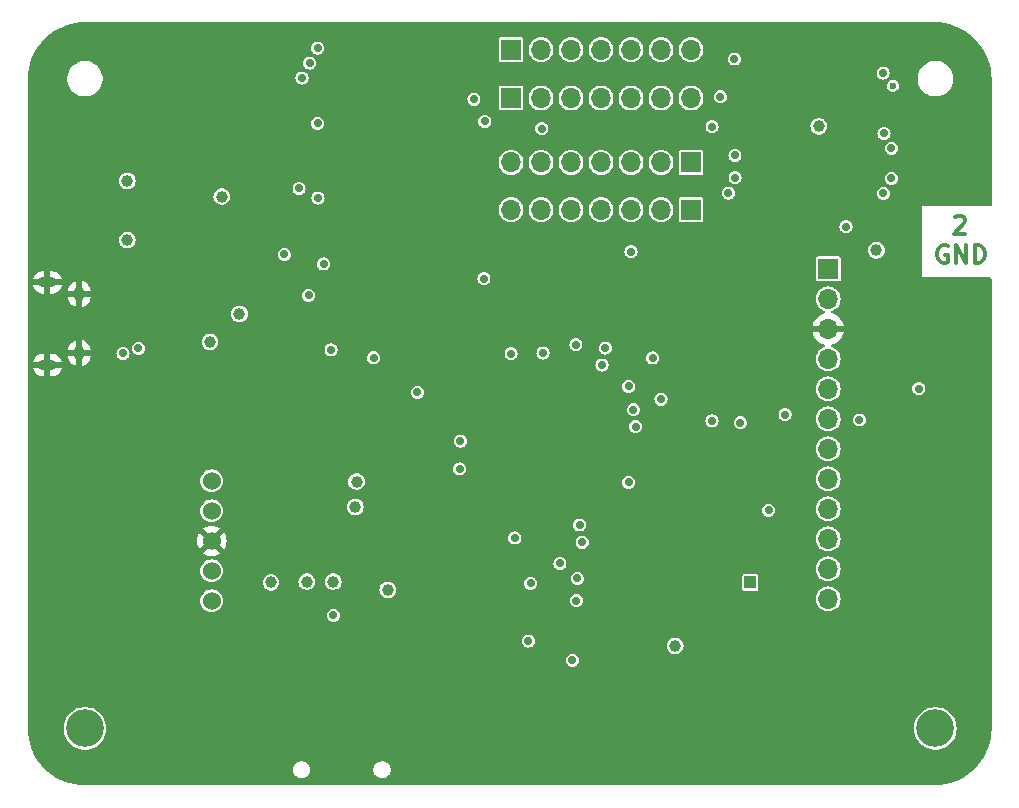
<source format=gbr>
%TF.GenerationSoftware,KiCad,Pcbnew,8.0.5*%
%TF.CreationDate,2024-11-04T18:47:41-08:00*%
%TF.ProjectId,digitalclock,64696769-7461-46c6-936c-6f636b2e6b69,rev?*%
%TF.SameCoordinates,Original*%
%TF.FileFunction,Copper,L2,Inr*%
%TF.FilePolarity,Positive*%
%FSLAX46Y46*%
G04 Gerber Fmt 4.6, Leading zero omitted, Abs format (unit mm)*
G04 Created by KiCad (PCBNEW 8.0.5) date 2024-11-04 18:47:41*
%MOMM*%
%LPD*%
G01*
G04 APERTURE LIST*
%ADD10C,0.300000*%
%TA.AperFunction,NonConductor*%
%ADD11C,0.300000*%
%TD*%
%TA.AperFunction,ComponentPad*%
%ADD12C,1.524000*%
%TD*%
%TA.AperFunction,ComponentPad*%
%ADD13R,1.000000X1.000000*%
%TD*%
%TA.AperFunction,ComponentPad*%
%ADD14C,3.200000*%
%TD*%
%TA.AperFunction,ComponentPad*%
%ADD15R,1.700000X1.700000*%
%TD*%
%TA.AperFunction,ComponentPad*%
%ADD16O,1.700000X1.700000*%
%TD*%
%TA.AperFunction,ComponentPad*%
%ADD17O,1.550000X0.890000*%
%TD*%
%TA.AperFunction,ComponentPad*%
%ADD18O,0.950000X1.250000*%
%TD*%
%TA.AperFunction,ViaPad*%
%ADD19C,0.700000*%
%TD*%
%TA.AperFunction,ViaPad*%
%ADD20C,1.000000*%
%TD*%
%TA.AperFunction,ViaPad*%
%ADD21C,0.600000*%
%TD*%
G04 APERTURE END LIST*
D10*
D11*
X191364082Y-77818685D02*
X191435510Y-77747257D01*
X191435510Y-77747257D02*
X191578368Y-77675828D01*
X191578368Y-77675828D02*
X191935510Y-77675828D01*
X191935510Y-77675828D02*
X192078368Y-77747257D01*
X192078368Y-77747257D02*
X192149796Y-77818685D01*
X192149796Y-77818685D02*
X192221225Y-77961542D01*
X192221225Y-77961542D02*
X192221225Y-78104400D01*
X192221225Y-78104400D02*
X192149796Y-78318685D01*
X192149796Y-78318685D02*
X191292653Y-79175828D01*
X191292653Y-79175828D02*
X192221225Y-79175828D01*
D10*
D11*
X190748025Y-80236457D02*
X190605168Y-80165028D01*
X190605168Y-80165028D02*
X190390882Y-80165028D01*
X190390882Y-80165028D02*
X190176596Y-80236457D01*
X190176596Y-80236457D02*
X190033739Y-80379314D01*
X190033739Y-80379314D02*
X189962310Y-80522171D01*
X189962310Y-80522171D02*
X189890882Y-80807885D01*
X189890882Y-80807885D02*
X189890882Y-81022171D01*
X189890882Y-81022171D02*
X189962310Y-81307885D01*
X189962310Y-81307885D02*
X190033739Y-81450742D01*
X190033739Y-81450742D02*
X190176596Y-81593600D01*
X190176596Y-81593600D02*
X190390882Y-81665028D01*
X190390882Y-81665028D02*
X190533739Y-81665028D01*
X190533739Y-81665028D02*
X190748025Y-81593600D01*
X190748025Y-81593600D02*
X190819453Y-81522171D01*
X190819453Y-81522171D02*
X190819453Y-81022171D01*
X190819453Y-81022171D02*
X190533739Y-81022171D01*
X191462310Y-81665028D02*
X191462310Y-80165028D01*
X191462310Y-80165028D02*
X192319453Y-81665028D01*
X192319453Y-81665028D02*
X192319453Y-80165028D01*
X193033739Y-81665028D02*
X193033739Y-80165028D01*
X193033739Y-80165028D02*
X193390882Y-80165028D01*
X193390882Y-80165028D02*
X193605168Y-80236457D01*
X193605168Y-80236457D02*
X193748025Y-80379314D01*
X193748025Y-80379314D02*
X193819454Y-80522171D01*
X193819454Y-80522171D02*
X193890882Y-80807885D01*
X193890882Y-80807885D02*
X193890882Y-81022171D01*
X193890882Y-81022171D02*
X193819454Y-81307885D01*
X193819454Y-81307885D02*
X193748025Y-81450742D01*
X193748025Y-81450742D02*
X193605168Y-81593600D01*
X193605168Y-81593600D02*
X193390882Y-81665028D01*
X193390882Y-81665028D02*
X193033739Y-81665028D01*
D12*
%TO.N,+3V3*%
%TO.C,J4*%
X128440000Y-110280000D03*
%TO.N,/Light Sensor/3Vo*%
X128440000Y-107740000D03*
%TO.N,GND*%
X128440000Y-105200000D03*
%TO.N,/SCL*%
X128440000Y-102660000D03*
%TO.N,/SDA*%
X128440000Y-100120000D03*
%TD*%
D13*
%TO.N,Net-(R9-Pad2)*%
%TO.C,TP1*%
X174040800Y-108712000D03*
%TD*%
D14*
%TO.N,N/C*%
%TO.C,P$1*%
X117720000Y-121070000D03*
%TD*%
D15*
%TO.N,/Display/RED_1*%
%TO.C,J6*%
X169030000Y-73150000D03*
D16*
%TO.N,/Display/A*%
X166490000Y-73150000D03*
%TO.N,/Display/B*%
X163950000Y-73150000D03*
%TO.N,/Display/GREEN_1*%
X161410000Y-73150000D03*
%TO.N,/Display/BLUE_1*%
X158870000Y-73150000D03*
%TO.N,/Display/C*%
X156330000Y-73150000D03*
%TO.N,/Display/BLUE_2*%
X153790000Y-73150000D03*
%TD*%
D15*
%TO.N,/Display/E*%
%TO.C,J7*%
X153790000Y-67700000D03*
D16*
%TO.N,/Display/D*%
X156330000Y-67700000D03*
%TO.N,/Display/DP*%
X158870000Y-67700000D03*
%TO.N,/Display/RED_4*%
X161410000Y-67700000D03*
%TO.N,/Display/F*%
X163950000Y-67700000D03*
%TO.N,/Display/G*%
X166490000Y-67700000D03*
%TO.N,/Display/GREEN_4*%
X169030000Y-67700000D03*
%TD*%
D15*
%TO.N,VBAT*%
%TO.C,J3*%
X180650000Y-82170000D03*
D16*
%TO.N,/Wi-Fi/3Vo*%
X180650000Y-84710000D03*
%TO.N,GND*%
X180650000Y-87250000D03*
%TO.N,/SCLK*%
X180650000Y-89790000D03*
%TO.N,/MISO*%
X180650000Y-92330000D03*
%TO.N,/MOSI*%
X180650000Y-94870000D03*
%TO.N,/CS1*%
X180650000Y-97410000D03*
%TO.N,/BUSY*%
X180650000Y-99950000D03*
%TO.N,/~{WIFIRST}*%
X180650000Y-102490000D03*
%TO.N,/Wi-Fi/GP0*%
X180650000Y-105030000D03*
%TO.N,/Wi-Fi/RXI*%
X180650000Y-107570000D03*
%TO.N,/Wi-Fi/TXO*%
X180650000Y-110110000D03*
%TD*%
D14*
%TO.N,N/C*%
%TO.C,P$2*%
X189720000Y-121070000D03*
%TD*%
D15*
%TO.N,/Display/RED_3*%
%TO.C,J8*%
X169030000Y-77150000D03*
D16*
%TO.N,/Display/A*%
X166490000Y-77150000D03*
%TO.N,/Display/B*%
X163950000Y-77150000D03*
%TO.N,/Display/GREEN_3*%
X161410000Y-77150000D03*
%TO.N,/Display/BLUE_3*%
X158870000Y-77150000D03*
%TO.N,/Display/C*%
X156330000Y-77150000D03*
%TO.N,/Display/BLUE_4*%
X153790000Y-77150000D03*
%TD*%
D17*
%TO.N,GND*%
%TO.C,X2*%
X114540000Y-83310000D03*
D18*
X117240000Y-84310000D03*
X117240000Y-89310000D03*
D17*
X114540000Y-90310000D03*
%TD*%
D15*
%TO.N,/Display/E*%
%TO.C,J5*%
X153790000Y-63600000D03*
D16*
%TO.N,/Display/D*%
X156330000Y-63600000D03*
%TO.N,/Display/DP*%
X158870000Y-63600000D03*
%TO.N,/Display/RED_2*%
X161410000Y-63600000D03*
%TO.N,/Display/F*%
X163950000Y-63600000D03*
%TO.N,/Display/G*%
X166490000Y-63600000D03*
%TO.N,/Display/GREEN_2*%
X169030000Y-63600000D03*
%TD*%
D19*
%TO.N,GND*%
X132160000Y-77510000D03*
X144450000Y-93900000D03*
X155250000Y-104475000D03*
X157140000Y-115390000D03*
X151500000Y-84500000D03*
D20*
X130030000Y-124800000D03*
X149850000Y-123500000D03*
D19*
X137050000Y-67500000D03*
X126250000Y-75660000D03*
X145000000Y-85000000D03*
X143500000Y-90750000D03*
X125700000Y-78400000D03*
D20*
X149840000Y-124850000D03*
D19*
X145350000Y-87150000D03*
X165180000Y-107220000D03*
X168925000Y-94750000D03*
X157500000Y-87500000D03*
D20*
X172679000Y-111000000D03*
D19*
X125700000Y-85540000D03*
X136550000Y-111550000D03*
X151700000Y-105450000D03*
X129200000Y-73750000D03*
D20*
X137050000Y-88750000D03*
X141650000Y-87350000D03*
D19*
X171500000Y-84250000D03*
X155150000Y-85650000D03*
X129150000Y-81900000D03*
D20*
X131875000Y-111375000D03*
D19*
X137270000Y-73630000D03*
X170250000Y-102250000D03*
D20*
X148000000Y-111500000D03*
D19*
X164991600Y-92764825D03*
X163830000Y-111000000D03*
X162500000Y-101000000D03*
D20*
X134700000Y-85400000D03*
D19*
X185535000Y-73215000D03*
D20*
X130015000Y-123500000D03*
D19*
X164612500Y-89200000D03*
X186166600Y-67982717D03*
D20*
X130150000Y-88150000D03*
D19*
X149550000Y-95525000D03*
D20*
X146550000Y-97650000D03*
D19*
X175350000Y-101150000D03*
D20*
%TO.N,VBAT*%
X179850000Y-70100000D03*
X129300000Y-76050000D03*
D19*
X151575000Y-69675000D03*
X135850000Y-75350000D03*
D20*
X128300000Y-88350000D03*
D19*
X170817081Y-70132919D03*
%TO.N,/~{RST}*%
X161766942Y-88866942D03*
X159280000Y-88580000D03*
X138560000Y-89030000D03*
%TO.N,+3V3*%
X149500000Y-96750000D03*
X159405000Y-108375000D03*
X154114142Y-104948869D03*
X163750000Y-92125000D03*
X177000000Y-94500000D03*
X145862000Y-92634000D03*
D20*
X138750000Y-108650000D03*
X136500000Y-108650000D03*
D19*
X138750000Y-111500000D03*
X155250000Y-113675000D03*
X163750000Y-100250000D03*
X161500000Y-90318750D03*
X159330000Y-110250000D03*
D20*
X130800000Y-85990000D03*
X143350000Y-109350000D03*
D19*
X134600000Y-80950000D03*
D20*
X167690800Y-114089600D03*
D19*
X149450000Y-99100000D03*
X156500000Y-89300000D03*
X175600000Y-102600000D03*
X158980000Y-115300000D03*
X151495000Y-82995000D03*
X165790000Y-89710000D03*
D20*
X133477000Y-108712000D03*
%TO.N,VBUS*%
X121310000Y-74710000D03*
X121300000Y-79740000D03*
D19*
%TO.N,/SWDIO*%
X170810000Y-95040000D03*
%TO.N,/SWCLK*%
X173200000Y-95200000D03*
%TO.N,/MOSI*%
X183280000Y-94950000D03*
X137420000Y-63470000D03*
X137930000Y-81750000D03*
%TO.N,/MISO*%
X188320000Y-92320000D03*
%TO.N,/SDA*%
X159816800Y-105308400D03*
D20*
X140716000Y-100177600D03*
D19*
%TO.N,/SCL*%
X159600000Y-103850000D03*
D20*
X140614400Y-102311200D03*
D19*
%TO.N,/Display/E*%
X172750000Y-72550000D03*
%TO.N,/Display/D*%
X172200000Y-75755000D03*
%TO.N,/Display/DP*%
X172762500Y-74437500D03*
%TO.N,/Display/RED_1*%
X137425000Y-69850000D03*
%TO.N,/Display/C*%
X150650000Y-67800000D03*
X156400000Y-70300000D03*
%TO.N,/Display/BLUE_2*%
X136100000Y-66010000D03*
%TO.N,/Display/BLUE_1*%
X136750000Y-64740000D03*
%TO.N,/Display/GREEN_1*%
X137450000Y-76175000D03*
%TO.N,/Display/A*%
X172695000Y-64390000D03*
%TO.N,/Display/GREEN_4*%
X185300000Y-65595000D03*
%TO.N,/Display/RED_4*%
X186000000Y-71950000D03*
X171525000Y-67600000D03*
%TO.N,/Display/GREEN_3*%
X182150000Y-78600000D03*
%TO.N,/Display/BLUE_3*%
X185325000Y-75775000D03*
%TO.N,/Display/RED_3*%
X185375000Y-70700000D03*
%TO.N,/Display/BLUE_4*%
X163950000Y-80700000D03*
X186000000Y-74500000D03*
%TO.N,/CS*%
X157930000Y-107100000D03*
X155455000Y-108800000D03*
%TO.N,/MCU_OSC/V_DIV*%
X153800000Y-89350000D03*
X142150000Y-89700000D03*
%TO.N,/D+*%
X166490000Y-93200000D03*
X120940000Y-89330000D03*
%TO.N,/D-*%
X122230000Y-88890000D03*
X164149316Y-94099316D03*
D20*
%TO.N,/CS3*%
X184734200Y-80594200D03*
D19*
X164340000Y-95525000D03*
X136650000Y-84400000D03*
D21*
X186131200Y-66675000D03*
%TD*%
%TA.AperFunction,Conductor*%
%TO.N,GND*%
G36*
X189683602Y-61285117D02*
G01*
X190093817Y-61303028D01*
X190104554Y-61303968D01*
X190508957Y-61357208D01*
X190519595Y-61359083D01*
X190917825Y-61447369D01*
X190928265Y-61450167D01*
X191317263Y-61572817D01*
X191327424Y-61576515D01*
X191704263Y-61732608D01*
X191714055Y-61737174D01*
X192075865Y-61925520D01*
X192085205Y-61930913D01*
X192370536Y-62112689D01*
X192429209Y-62150068D01*
X192438070Y-62156272D01*
X192761666Y-62404576D01*
X192769953Y-62411530D01*
X193070667Y-62687083D01*
X193078316Y-62694732D01*
X193353869Y-62995446D01*
X193360823Y-63003733D01*
X193609127Y-63327329D01*
X193615331Y-63336190D01*
X193834478Y-63680180D01*
X193839883Y-63689542D01*
X193929982Y-63862620D01*
X194028222Y-64051338D01*
X194032794Y-64061142D01*
X194188883Y-64437973D01*
X194192583Y-64448139D01*
X194315231Y-64837130D01*
X194318031Y-64847578D01*
X194406314Y-65245796D01*
X194408192Y-65256450D01*
X194461429Y-65660826D01*
X194462372Y-65671602D01*
X194480282Y-66081797D01*
X194480400Y-66087206D01*
X194480400Y-76761800D01*
X194460715Y-76828839D01*
X194407911Y-76874594D01*
X194356400Y-76885800D01*
X188744400Y-76885800D01*
X188677361Y-76866115D01*
X188631606Y-76813311D01*
X188620400Y-76761800D01*
X188620400Y-76758831D01*
X188569600Y-82880200D01*
X194356400Y-82880200D01*
X194423439Y-82899885D01*
X194469194Y-82952689D01*
X194480400Y-83004200D01*
X194480400Y-121081793D01*
X194480282Y-121087202D01*
X194462372Y-121497397D01*
X194461429Y-121508173D01*
X194408192Y-121912549D01*
X194406314Y-121923203D01*
X194318031Y-122321421D01*
X194315231Y-122331869D01*
X194192583Y-122720860D01*
X194188883Y-122731026D01*
X194032794Y-123107857D01*
X194028222Y-123117661D01*
X193839887Y-123479451D01*
X193834478Y-123488819D01*
X193615331Y-123832809D01*
X193609127Y-123841670D01*
X193360823Y-124165266D01*
X193353869Y-124173553D01*
X193078316Y-124474267D01*
X193070667Y-124481916D01*
X192769953Y-124757469D01*
X192761666Y-124764423D01*
X192438070Y-125012727D01*
X192429209Y-125018931D01*
X192085219Y-125238078D01*
X192075851Y-125243487D01*
X191714061Y-125431822D01*
X191704257Y-125436394D01*
X191327426Y-125592483D01*
X191317260Y-125596183D01*
X190928269Y-125718831D01*
X190917821Y-125721631D01*
X190519603Y-125809914D01*
X190508949Y-125811792D01*
X190104573Y-125865029D01*
X190093797Y-125865972D01*
X189683603Y-125883882D01*
X189678194Y-125884000D01*
X117683606Y-125884000D01*
X117678197Y-125883882D01*
X117268002Y-125865972D01*
X117257226Y-125865029D01*
X116852850Y-125811792D01*
X116842196Y-125809914D01*
X116443978Y-125721631D01*
X116433530Y-125718831D01*
X116044539Y-125596183D01*
X116034373Y-125592483D01*
X115657542Y-125436394D01*
X115647738Y-125431822D01*
X115528026Y-125369504D01*
X115285942Y-125243483D01*
X115276586Y-125238082D01*
X115104585Y-125128504D01*
X114932590Y-125018931D01*
X114923729Y-125012727D01*
X114600133Y-124764423D01*
X114591846Y-124757469D01*
X114476154Y-124651457D01*
X135344499Y-124651457D01*
X135372379Y-124791614D01*
X135372381Y-124791620D01*
X135427069Y-124923650D01*
X135427074Y-124923659D01*
X135506467Y-125042478D01*
X135506470Y-125042482D01*
X135607517Y-125143529D01*
X135607521Y-125143532D01*
X135726340Y-125222925D01*
X135726346Y-125222928D01*
X135726347Y-125222929D01*
X135858380Y-125277619D01*
X135858384Y-125277619D01*
X135858385Y-125277620D01*
X135998542Y-125305500D01*
X135998545Y-125305500D01*
X136141457Y-125305500D01*
X136235751Y-125286742D01*
X136281620Y-125277619D01*
X136413653Y-125222929D01*
X136532479Y-125143532D01*
X136633532Y-125042479D01*
X136712929Y-124923653D01*
X136767619Y-124791620D01*
X136795500Y-124651457D01*
X142144499Y-124651457D01*
X142172379Y-124791614D01*
X142172381Y-124791620D01*
X142227069Y-124923650D01*
X142227074Y-124923659D01*
X142306467Y-125042478D01*
X142306470Y-125042482D01*
X142407517Y-125143529D01*
X142407521Y-125143532D01*
X142526340Y-125222925D01*
X142526346Y-125222928D01*
X142526347Y-125222929D01*
X142658380Y-125277619D01*
X142658384Y-125277619D01*
X142658385Y-125277620D01*
X142798542Y-125305500D01*
X142798545Y-125305500D01*
X142941457Y-125305500D01*
X143035751Y-125286742D01*
X143081620Y-125277619D01*
X143213653Y-125222929D01*
X143332479Y-125143532D01*
X143433532Y-125042479D01*
X143512929Y-124923653D01*
X143567619Y-124791620D01*
X143595500Y-124651455D01*
X143595500Y-124508545D01*
X143595500Y-124508542D01*
X143567620Y-124368385D01*
X143567619Y-124368384D01*
X143567619Y-124368380D01*
X143512929Y-124236347D01*
X143512928Y-124236346D01*
X143512925Y-124236340D01*
X143433532Y-124117521D01*
X143433529Y-124117517D01*
X143332482Y-124016470D01*
X143332478Y-124016467D01*
X143213659Y-123937074D01*
X143213650Y-123937069D01*
X143081620Y-123882381D01*
X143081614Y-123882379D01*
X142941457Y-123854500D01*
X142941455Y-123854500D01*
X142798545Y-123854500D01*
X142798543Y-123854500D01*
X142658385Y-123882379D01*
X142658379Y-123882381D01*
X142526349Y-123937069D01*
X142526340Y-123937074D01*
X142407521Y-124016467D01*
X142407517Y-124016470D01*
X142306470Y-124117517D01*
X142306467Y-124117521D01*
X142227074Y-124236340D01*
X142227069Y-124236349D01*
X142172381Y-124368379D01*
X142172379Y-124368385D01*
X142144500Y-124508542D01*
X142144500Y-124508545D01*
X142144500Y-124651455D01*
X142144500Y-124651457D01*
X142144499Y-124651457D01*
X136795500Y-124651457D01*
X136795500Y-124651455D01*
X136795500Y-124508545D01*
X136795500Y-124508542D01*
X136767620Y-124368385D01*
X136767619Y-124368384D01*
X136767619Y-124368380D01*
X136712929Y-124236347D01*
X136712928Y-124236346D01*
X136712925Y-124236340D01*
X136633532Y-124117521D01*
X136633529Y-124117517D01*
X136532482Y-124016470D01*
X136532478Y-124016467D01*
X136413659Y-123937074D01*
X136413650Y-123937069D01*
X136281620Y-123882381D01*
X136281614Y-123882379D01*
X136141457Y-123854500D01*
X136141455Y-123854500D01*
X135998545Y-123854500D01*
X135998543Y-123854500D01*
X135858385Y-123882379D01*
X135858379Y-123882381D01*
X135726349Y-123937069D01*
X135726340Y-123937074D01*
X135607521Y-124016467D01*
X135607517Y-124016470D01*
X135506470Y-124117517D01*
X135506467Y-124117521D01*
X135427074Y-124236340D01*
X135427069Y-124236349D01*
X135372381Y-124368379D01*
X135372379Y-124368385D01*
X135344500Y-124508542D01*
X135344500Y-124508545D01*
X135344500Y-124651455D01*
X135344500Y-124651457D01*
X135344499Y-124651457D01*
X114476154Y-124651457D01*
X114291132Y-124481916D01*
X114283483Y-124474267D01*
X114007930Y-124173553D01*
X114000976Y-124165266D01*
X113752672Y-123841670D01*
X113746468Y-123832809D01*
X113692970Y-123748834D01*
X113527313Y-123488805D01*
X113521920Y-123479465D01*
X113333574Y-123117655D01*
X113329005Y-123107857D01*
X113214028Y-122830280D01*
X113172915Y-122731024D01*
X113169216Y-122720860D01*
X113141720Y-122633655D01*
X113046567Y-122331865D01*
X113043768Y-122321421D01*
X112955483Y-121923195D01*
X112953607Y-121912549D01*
X112945820Y-121853398D01*
X112900368Y-121508154D01*
X112899428Y-121497417D01*
X112881518Y-121087202D01*
X112881400Y-121081793D01*
X112881400Y-121069995D01*
X115914451Y-121069995D01*
X115914451Y-121070004D01*
X115934616Y-121339101D01*
X115973206Y-121508173D01*
X115994666Y-121602195D01*
X116093257Y-121853398D01*
X116228185Y-122087102D01*
X116364080Y-122257509D01*
X116396442Y-122298089D01*
X116583183Y-122471358D01*
X116594259Y-122481635D01*
X116817226Y-122633651D01*
X117060359Y-122750738D01*
X117318228Y-122830280D01*
X117318229Y-122830280D01*
X117318232Y-122830281D01*
X117585063Y-122870499D01*
X117585068Y-122870499D01*
X117585071Y-122870500D01*
X117585072Y-122870500D01*
X117854928Y-122870500D01*
X117854929Y-122870500D01*
X117854936Y-122870499D01*
X118121767Y-122830281D01*
X118121768Y-122830280D01*
X118121772Y-122830280D01*
X118379641Y-122750738D01*
X118622775Y-122633651D01*
X118845741Y-122481635D01*
X118999259Y-122339190D01*
X119043557Y-122298089D01*
X119043557Y-122298087D01*
X119043561Y-122298085D01*
X119211815Y-122087102D01*
X119346743Y-121853398D01*
X119445334Y-121602195D01*
X119505383Y-121339103D01*
X119524260Y-121087202D01*
X119525549Y-121070004D01*
X119525549Y-121069995D01*
X187914451Y-121069995D01*
X187914451Y-121070004D01*
X187934616Y-121339101D01*
X187973206Y-121508173D01*
X187994666Y-121602195D01*
X188093257Y-121853398D01*
X188228185Y-122087102D01*
X188364080Y-122257509D01*
X188396442Y-122298089D01*
X188583183Y-122471358D01*
X188594259Y-122481635D01*
X188817226Y-122633651D01*
X189060359Y-122750738D01*
X189318228Y-122830280D01*
X189318229Y-122830280D01*
X189318232Y-122830281D01*
X189585063Y-122870499D01*
X189585068Y-122870499D01*
X189585071Y-122870500D01*
X189585072Y-122870500D01*
X189854928Y-122870500D01*
X189854929Y-122870500D01*
X189854936Y-122870499D01*
X190121767Y-122830281D01*
X190121768Y-122830280D01*
X190121772Y-122830280D01*
X190379641Y-122750738D01*
X190622775Y-122633651D01*
X190845741Y-122481635D01*
X190999259Y-122339190D01*
X191043557Y-122298089D01*
X191043557Y-122298087D01*
X191043561Y-122298085D01*
X191211815Y-122087102D01*
X191346743Y-121853398D01*
X191445334Y-121602195D01*
X191505383Y-121339103D01*
X191524260Y-121087202D01*
X191525549Y-121070004D01*
X191525549Y-121069995D01*
X191505383Y-120800898D01*
X191445335Y-120537811D01*
X191445334Y-120537805D01*
X191346743Y-120286602D01*
X191211815Y-120052898D01*
X191043561Y-119841915D01*
X191043560Y-119841914D01*
X191043557Y-119841910D01*
X190845741Y-119658365D01*
X190622775Y-119506349D01*
X190622769Y-119506346D01*
X190622768Y-119506345D01*
X190622767Y-119506344D01*
X190379643Y-119389263D01*
X190379645Y-119389263D01*
X190121773Y-119309720D01*
X190121767Y-119309718D01*
X189854936Y-119269500D01*
X189854929Y-119269500D01*
X189585071Y-119269500D01*
X189585063Y-119269500D01*
X189318232Y-119309718D01*
X189318226Y-119309720D01*
X189060358Y-119389262D01*
X188817230Y-119506346D01*
X188594258Y-119658365D01*
X188396442Y-119841910D01*
X188228185Y-120052898D01*
X188093258Y-120286599D01*
X188093256Y-120286603D01*
X187994666Y-120537804D01*
X187994664Y-120537811D01*
X187934616Y-120800898D01*
X187914451Y-121069995D01*
X119525549Y-121069995D01*
X119505383Y-120800898D01*
X119445335Y-120537811D01*
X119445334Y-120537805D01*
X119346743Y-120286602D01*
X119211815Y-120052898D01*
X119043561Y-119841915D01*
X119043560Y-119841914D01*
X119043557Y-119841910D01*
X118845741Y-119658365D01*
X118622775Y-119506349D01*
X118622769Y-119506346D01*
X118622768Y-119506345D01*
X118622767Y-119506344D01*
X118379643Y-119389263D01*
X118379645Y-119389263D01*
X118121773Y-119309720D01*
X118121767Y-119309718D01*
X117854936Y-119269500D01*
X117854929Y-119269500D01*
X117585071Y-119269500D01*
X117585063Y-119269500D01*
X117318232Y-119309718D01*
X117318226Y-119309720D01*
X117060358Y-119389262D01*
X116817230Y-119506346D01*
X116594258Y-119658365D01*
X116396442Y-119841910D01*
X116228185Y-120052898D01*
X116093258Y-120286599D01*
X116093256Y-120286603D01*
X115994666Y-120537804D01*
X115994664Y-120537811D01*
X115934616Y-120800898D01*
X115914451Y-121069995D01*
X112881400Y-121069995D01*
X112881400Y-115299999D01*
X158424750Y-115299999D01*
X158424750Y-115300000D01*
X158443670Y-115443708D01*
X158443671Y-115443712D01*
X158499137Y-115577622D01*
X158499138Y-115577624D01*
X158499139Y-115577625D01*
X158587379Y-115692621D01*
X158702375Y-115780861D01*
X158836291Y-115836330D01*
X158963280Y-115853048D01*
X158979999Y-115855250D01*
X158980000Y-115855250D01*
X158980001Y-115855250D01*
X158994977Y-115853278D01*
X159123709Y-115836330D01*
X159257625Y-115780861D01*
X159372621Y-115692621D01*
X159460861Y-115577625D01*
X159516330Y-115443709D01*
X159535250Y-115300000D01*
X159516330Y-115156291D01*
X159460861Y-115022375D01*
X159372621Y-114907379D01*
X159257625Y-114819139D01*
X159257624Y-114819138D01*
X159257622Y-114819137D01*
X159123712Y-114763671D01*
X159123710Y-114763670D01*
X159123709Y-114763670D01*
X159015244Y-114749390D01*
X158980001Y-114744750D01*
X158979999Y-114744750D01*
X158836291Y-114763670D01*
X158836287Y-114763671D01*
X158702377Y-114819137D01*
X158587379Y-114907379D01*
X158499137Y-115022377D01*
X158443671Y-115156287D01*
X158443670Y-115156291D01*
X158424750Y-115299999D01*
X112881400Y-115299999D01*
X112881400Y-113674999D01*
X154694750Y-113674999D01*
X154694750Y-113675000D01*
X154713670Y-113818708D01*
X154713671Y-113818712D01*
X154769137Y-113952622D01*
X154769138Y-113952624D01*
X154769139Y-113952625D01*
X154857379Y-114067621D01*
X154972375Y-114155861D01*
X155106291Y-114211330D01*
X155233280Y-114228048D01*
X155249999Y-114230250D01*
X155250000Y-114230250D01*
X155250001Y-114230250D01*
X155264977Y-114228278D01*
X155393709Y-114211330D01*
X155527625Y-114155861D01*
X155613978Y-114089600D01*
X166985155Y-114089600D01*
X167005659Y-114258469D01*
X167005660Y-114258474D01*
X167065982Y-114417531D01*
X167128275Y-114507777D01*
X167162617Y-114557529D01*
X167268305Y-114651160D01*
X167289950Y-114670336D01*
X167431734Y-114744750D01*
X167440575Y-114749390D01*
X167605744Y-114790100D01*
X167775856Y-114790100D01*
X167941025Y-114749390D01*
X168020492Y-114707681D01*
X168091649Y-114670336D01*
X168091650Y-114670334D01*
X168091652Y-114670334D01*
X168218983Y-114557529D01*
X168315618Y-114417530D01*
X168375940Y-114258472D01*
X168396445Y-114089600D01*
X168375940Y-113920728D01*
X168315618Y-113761670D01*
X168218983Y-113621671D01*
X168091652Y-113508866D01*
X168091649Y-113508863D01*
X167941026Y-113429810D01*
X167775856Y-113389100D01*
X167605744Y-113389100D01*
X167440573Y-113429810D01*
X167289950Y-113508863D01*
X167162616Y-113621672D01*
X167065982Y-113761668D01*
X167005660Y-113920725D01*
X167005659Y-113920730D01*
X166985155Y-114089600D01*
X155613978Y-114089600D01*
X155642621Y-114067621D01*
X155730861Y-113952625D01*
X155786330Y-113818709D01*
X155805250Y-113675000D01*
X155786330Y-113531291D01*
X155730861Y-113397375D01*
X155642621Y-113282379D01*
X155527625Y-113194139D01*
X155527624Y-113194138D01*
X155527622Y-113194137D01*
X155393712Y-113138671D01*
X155393710Y-113138670D01*
X155393709Y-113138670D01*
X155321854Y-113129210D01*
X155250001Y-113119750D01*
X155249999Y-113119750D01*
X155106291Y-113138670D01*
X155106287Y-113138671D01*
X154972377Y-113194137D01*
X154857379Y-113282379D01*
X154769137Y-113397377D01*
X154713671Y-113531287D01*
X154713670Y-113531291D01*
X154694750Y-113674999D01*
X112881400Y-113674999D01*
X112881400Y-111499999D01*
X138194750Y-111499999D01*
X138194750Y-111500000D01*
X138213670Y-111643708D01*
X138213671Y-111643712D01*
X138269137Y-111777622D01*
X138269138Y-111777624D01*
X138269139Y-111777625D01*
X138357379Y-111892621D01*
X138472375Y-111980861D01*
X138606291Y-112036330D01*
X138733280Y-112053048D01*
X138749999Y-112055250D01*
X138750000Y-112055250D01*
X138750001Y-112055250D01*
X138764977Y-112053278D01*
X138893709Y-112036330D01*
X139027625Y-111980861D01*
X139142621Y-111892621D01*
X139230861Y-111777625D01*
X139286330Y-111643709D01*
X139305250Y-111500000D01*
X139286330Y-111356291D01*
X139241126Y-111247157D01*
X139230862Y-111222377D01*
X139230861Y-111222376D01*
X139230861Y-111222375D01*
X139142621Y-111107379D01*
X139027625Y-111019139D01*
X139027624Y-111019138D01*
X139027622Y-111019137D01*
X138893712Y-110963671D01*
X138893710Y-110963670D01*
X138893709Y-110963670D01*
X138821854Y-110954210D01*
X138750001Y-110944750D01*
X138749999Y-110944750D01*
X138606291Y-110963670D01*
X138606287Y-110963671D01*
X138472377Y-111019137D01*
X138357379Y-111107379D01*
X138269137Y-111222377D01*
X138213671Y-111356287D01*
X138213670Y-111356291D01*
X138194750Y-111499999D01*
X112881400Y-111499999D01*
X112881400Y-110280000D01*
X127472843Y-110280000D01*
X127491426Y-110468681D01*
X127491427Y-110468683D01*
X127546463Y-110650115D01*
X127546464Y-110650118D01*
X127546465Y-110650119D01*
X127546466Y-110650122D01*
X127635834Y-110817318D01*
X127635838Y-110817325D01*
X127756116Y-110963883D01*
X127902674Y-111084161D01*
X127902681Y-111084165D01*
X128069877Y-111173533D01*
X128069878Y-111173533D01*
X128069885Y-111173537D01*
X128251317Y-111228573D01*
X128251316Y-111228573D01*
X128268233Y-111230239D01*
X128440000Y-111247157D01*
X128628683Y-111228573D01*
X128810115Y-111173537D01*
X128977324Y-111084162D01*
X129123883Y-110963883D01*
X129244162Y-110817324D01*
X129333537Y-110650115D01*
X129388573Y-110468683D01*
X129407157Y-110280000D01*
X129404202Y-110249999D01*
X158774750Y-110249999D01*
X158774750Y-110250000D01*
X158793670Y-110393708D01*
X158793671Y-110393712D01*
X158849137Y-110527622D01*
X158849138Y-110527624D01*
X158849139Y-110527625D01*
X158937379Y-110642621D01*
X159052375Y-110730861D01*
X159186291Y-110786330D01*
X159313280Y-110803048D01*
X159329999Y-110805250D01*
X159330000Y-110805250D01*
X159330001Y-110805250D01*
X159344977Y-110803278D01*
X159473709Y-110786330D01*
X159607625Y-110730861D01*
X159722621Y-110642621D01*
X159810861Y-110527625D01*
X159866330Y-110393709D01*
X159885250Y-110250000D01*
X159866818Y-110110000D01*
X179594417Y-110110000D01*
X179614699Y-110315932D01*
X179638293Y-110393712D01*
X179674768Y-110513954D01*
X179772315Y-110696450D01*
X179772317Y-110696452D01*
X179903589Y-110856410D01*
X180000209Y-110935702D01*
X180063550Y-110987685D01*
X180246046Y-111085232D01*
X180444066Y-111145300D01*
X180444065Y-111145300D01*
X180462529Y-111147118D01*
X180650000Y-111165583D01*
X180855934Y-111145300D01*
X181053954Y-111085232D01*
X181236450Y-110987685D01*
X181396410Y-110856410D01*
X181527685Y-110696450D01*
X181625232Y-110513954D01*
X181685300Y-110315934D01*
X181705583Y-110110000D01*
X181685300Y-109904066D01*
X181625232Y-109706046D01*
X181527685Y-109523550D01*
X181475702Y-109460209D01*
X181396410Y-109363589D01*
X181236452Y-109232317D01*
X181236453Y-109232317D01*
X181236450Y-109232315D01*
X181053954Y-109134768D01*
X180855934Y-109074700D01*
X180855932Y-109074699D01*
X180855934Y-109074699D01*
X180650000Y-109054417D01*
X180444067Y-109074699D01*
X180246043Y-109134769D01*
X180137813Y-109192620D01*
X180063550Y-109232315D01*
X180063548Y-109232316D01*
X180063547Y-109232317D01*
X179903589Y-109363589D01*
X179772317Y-109523547D01*
X179674769Y-109706043D01*
X179614699Y-109904067D01*
X179594417Y-110110000D01*
X159866818Y-110110000D01*
X159866330Y-110106291D01*
X159810861Y-109972375D01*
X159722621Y-109857379D01*
X159607625Y-109769139D01*
X159607624Y-109769138D01*
X159607622Y-109769137D01*
X159473712Y-109713671D01*
X159473710Y-109713670D01*
X159473709Y-109713670D01*
X159401854Y-109704210D01*
X159330001Y-109694750D01*
X159329999Y-109694750D01*
X159186291Y-109713670D01*
X159186287Y-109713671D01*
X159052377Y-109769137D01*
X158937379Y-109857379D01*
X158849137Y-109972377D01*
X158793671Y-110106287D01*
X158793670Y-110106291D01*
X158774750Y-110249999D01*
X129404202Y-110249999D01*
X129388573Y-110091317D01*
X129333537Y-109909885D01*
X129284386Y-109817929D01*
X129244165Y-109742681D01*
X129244161Y-109742674D01*
X129123883Y-109596116D01*
X128977325Y-109475838D01*
X128977318Y-109475834D01*
X128810122Y-109386466D01*
X128810119Y-109386465D01*
X128810118Y-109386464D01*
X128810115Y-109386463D01*
X128628683Y-109331427D01*
X128628681Y-109331426D01*
X128628683Y-109331426D01*
X128440000Y-109312843D01*
X128251318Y-109331426D01*
X128145292Y-109363589D01*
X128069885Y-109386463D01*
X128069882Y-109386464D01*
X128069880Y-109386465D01*
X128069877Y-109386466D01*
X127902681Y-109475834D01*
X127902674Y-109475838D01*
X127756116Y-109596116D01*
X127635838Y-109742674D01*
X127635834Y-109742681D01*
X127546466Y-109909877D01*
X127546465Y-109909880D01*
X127491426Y-110091318D01*
X127472843Y-110280000D01*
X112881400Y-110280000D01*
X112881400Y-108712000D01*
X132771355Y-108712000D01*
X132791859Y-108880869D01*
X132791860Y-108880874D01*
X132852182Y-109039931D01*
X132876181Y-109074699D01*
X132948817Y-109179929D01*
X133054505Y-109273560D01*
X133076150Y-109292736D01*
X133211149Y-109363589D01*
X133226775Y-109371790D01*
X133391944Y-109412500D01*
X133562056Y-109412500D01*
X133727225Y-109371790D01*
X133845357Y-109309789D01*
X133877849Y-109292736D01*
X133877850Y-109292734D01*
X133877852Y-109292734D01*
X134005183Y-109179929D01*
X134101818Y-109039930D01*
X134162140Y-108880872D01*
X134182645Y-108712000D01*
X134175117Y-108650000D01*
X135794355Y-108650000D01*
X135814859Y-108818869D01*
X135814860Y-108818874D01*
X135875182Y-108977931D01*
X135937475Y-109068177D01*
X135971817Y-109117929D01*
X136056126Y-109192620D01*
X136099150Y-109230736D01*
X136249773Y-109309789D01*
X136249775Y-109309790D01*
X136414944Y-109350500D01*
X136585056Y-109350500D01*
X136750225Y-109309790D01*
X136829692Y-109268081D01*
X136900849Y-109230736D01*
X136900850Y-109230734D01*
X136900852Y-109230734D01*
X137028183Y-109117929D01*
X137124818Y-108977930D01*
X137185140Y-108818872D01*
X137205645Y-108650000D01*
X138044355Y-108650000D01*
X138064859Y-108818869D01*
X138064860Y-108818874D01*
X138125182Y-108977931D01*
X138187475Y-109068177D01*
X138221817Y-109117929D01*
X138306126Y-109192620D01*
X138349150Y-109230736D01*
X138499773Y-109309789D01*
X138499775Y-109309790D01*
X138664944Y-109350500D01*
X138835056Y-109350500D01*
X138837085Y-109350000D01*
X142644355Y-109350000D01*
X142664859Y-109518869D01*
X142664860Y-109518874D01*
X142725182Y-109677931D01*
X142749852Y-109713671D01*
X142821817Y-109817929D01*
X142919046Y-109904066D01*
X142949150Y-109930736D01*
X143099773Y-110009789D01*
X143099775Y-110009790D01*
X143264944Y-110050500D01*
X143435056Y-110050500D01*
X143600225Y-110009790D01*
X143679692Y-109968081D01*
X143750849Y-109930736D01*
X143750850Y-109930734D01*
X143750852Y-109930734D01*
X143878183Y-109817929D01*
X143974818Y-109677930D01*
X144035140Y-109518872D01*
X144055645Y-109350000D01*
X144035140Y-109181128D01*
X143974818Y-109022070D01*
X143878183Y-108882071D01*
X143785544Y-108800000D01*
X154899750Y-108800000D01*
X154910397Y-108880874D01*
X154918670Y-108943708D01*
X154918671Y-108943712D01*
X154974137Y-109077622D01*
X154974138Y-109077624D01*
X154974139Y-109077625D01*
X155062379Y-109192621D01*
X155177375Y-109280861D01*
X155177376Y-109280861D01*
X155177377Y-109280862D01*
X155206039Y-109292734D01*
X155311291Y-109336330D01*
X155438280Y-109353048D01*
X155454999Y-109355250D01*
X155455000Y-109355250D01*
X155455001Y-109355250D01*
X155469977Y-109353278D01*
X155598709Y-109336330D01*
X155732625Y-109280861D01*
X155847621Y-109192621D01*
X155935861Y-109077625D01*
X155991330Y-108943709D01*
X156010250Y-108800000D01*
X155991330Y-108656291D01*
X155935861Y-108522375D01*
X155847621Y-108407379D01*
X155805423Y-108374999D01*
X158849750Y-108374999D01*
X158849750Y-108375000D01*
X158868670Y-108518708D01*
X158868671Y-108518712D01*
X158924137Y-108652622D01*
X158924138Y-108652624D01*
X158924139Y-108652625D01*
X159012379Y-108767621D01*
X159127375Y-108855861D01*
X159261291Y-108911330D01*
X159388280Y-108928048D01*
X159404999Y-108930250D01*
X159405000Y-108930250D01*
X159405001Y-108930250D01*
X159419977Y-108928278D01*
X159548709Y-108911330D01*
X159682625Y-108855861D01*
X159797621Y-108767621D01*
X159885861Y-108652625D01*
X159941330Y-108518709D01*
X159960250Y-108375000D01*
X159941330Y-108231291D01*
X159925158Y-108192247D01*
X173340300Y-108192247D01*
X173340300Y-109231752D01*
X173351931Y-109290229D01*
X173351932Y-109290230D01*
X173396247Y-109356552D01*
X173462569Y-109400867D01*
X173462570Y-109400868D01*
X173521047Y-109412499D01*
X173521050Y-109412500D01*
X173521052Y-109412500D01*
X174560550Y-109412500D01*
X174560551Y-109412499D01*
X174575368Y-109409552D01*
X174619029Y-109400868D01*
X174619029Y-109400867D01*
X174619031Y-109400867D01*
X174685352Y-109356552D01*
X174729667Y-109290231D01*
X174729667Y-109290229D01*
X174729668Y-109290229D01*
X174741299Y-109231752D01*
X174741300Y-109231750D01*
X174741300Y-108192249D01*
X174741299Y-108192247D01*
X174729668Y-108133770D01*
X174729667Y-108133769D01*
X174685352Y-108067447D01*
X174619030Y-108023132D01*
X174619029Y-108023131D01*
X174560552Y-108011500D01*
X174560548Y-108011500D01*
X173521052Y-108011500D01*
X173521047Y-108011500D01*
X173462570Y-108023131D01*
X173462569Y-108023132D01*
X173396247Y-108067447D01*
X173351932Y-108133769D01*
X173351931Y-108133770D01*
X173340300Y-108192247D01*
X159925158Y-108192247D01*
X159885861Y-108097375D01*
X159797621Y-107982379D01*
X159682625Y-107894139D01*
X159682624Y-107894138D01*
X159682622Y-107894137D01*
X159548712Y-107838671D01*
X159548710Y-107838670D01*
X159548709Y-107838670D01*
X159476854Y-107829210D01*
X159405001Y-107819750D01*
X159404999Y-107819750D01*
X159261291Y-107838670D01*
X159261287Y-107838671D01*
X159127377Y-107894137D01*
X159012379Y-107982379D01*
X158924137Y-108097377D01*
X158868671Y-108231287D01*
X158868670Y-108231291D01*
X158849750Y-108374999D01*
X155805423Y-108374999D01*
X155732625Y-108319139D01*
X155732624Y-108319138D01*
X155732622Y-108319137D01*
X155598712Y-108263671D01*
X155598710Y-108263670D01*
X155598709Y-108263670D01*
X155526854Y-108254210D01*
X155455001Y-108244750D01*
X155454999Y-108244750D01*
X155311291Y-108263670D01*
X155311287Y-108263671D01*
X155177377Y-108319137D01*
X155062379Y-108407379D01*
X154974137Y-108522377D01*
X154918671Y-108656287D01*
X154918670Y-108656291D01*
X154899750Y-108800000D01*
X143785544Y-108800000D01*
X143750852Y-108769266D01*
X143750849Y-108769263D01*
X143600226Y-108690210D01*
X143435056Y-108649500D01*
X143264944Y-108649500D01*
X143099773Y-108690210D01*
X142949150Y-108769263D01*
X142851402Y-108855861D01*
X142823171Y-108880872D01*
X142821816Y-108882072D01*
X142725182Y-109022068D01*
X142664860Y-109181125D01*
X142664859Y-109181130D01*
X142644355Y-109350000D01*
X138837085Y-109350000D01*
X139000225Y-109309790D01*
X139079692Y-109268081D01*
X139150849Y-109230736D01*
X139150850Y-109230734D01*
X139150852Y-109230734D01*
X139278183Y-109117929D01*
X139374818Y-108977930D01*
X139435140Y-108818872D01*
X139455645Y-108650000D01*
X139435140Y-108481128D01*
X139374818Y-108322070D01*
X139372793Y-108319137D01*
X139312157Y-108231291D01*
X139278183Y-108182071D01*
X139150852Y-108069266D01*
X139150849Y-108069263D01*
X139000226Y-107990210D01*
X138835056Y-107949500D01*
X138664944Y-107949500D01*
X138499773Y-107990210D01*
X138349150Y-108069263D01*
X138221816Y-108182072D01*
X138125182Y-108322068D01*
X138064860Y-108481125D01*
X138064859Y-108481130D01*
X138044355Y-108650000D01*
X137205645Y-108650000D01*
X137185140Y-108481128D01*
X137124818Y-108322070D01*
X137122793Y-108319137D01*
X137062157Y-108231291D01*
X137028183Y-108182071D01*
X136900852Y-108069266D01*
X136900849Y-108069263D01*
X136750226Y-107990210D01*
X136585056Y-107949500D01*
X136414944Y-107949500D01*
X136249773Y-107990210D01*
X136099150Y-108069263D01*
X135971816Y-108182072D01*
X135875182Y-108322068D01*
X135814860Y-108481125D01*
X135814859Y-108481130D01*
X135794355Y-108650000D01*
X134175117Y-108650000D01*
X134162140Y-108543128D01*
X134101818Y-108384070D01*
X134095557Y-108375000D01*
X134055115Y-108316410D01*
X134005183Y-108244071D01*
X133906279Y-108156450D01*
X133877849Y-108131263D01*
X133727226Y-108052210D01*
X133562056Y-108011500D01*
X133391944Y-108011500D01*
X133226773Y-108052210D01*
X133076150Y-108131263D01*
X132948816Y-108244072D01*
X132852182Y-108384068D01*
X132791860Y-108543125D01*
X132791859Y-108543130D01*
X132771355Y-108712000D01*
X112881400Y-108712000D01*
X112881400Y-107740000D01*
X127472843Y-107740000D01*
X127491426Y-107928681D01*
X127505160Y-107973954D01*
X127546463Y-108110115D01*
X127546464Y-108110118D01*
X127546465Y-108110119D01*
X127546466Y-108110122D01*
X127635834Y-108277318D01*
X127635838Y-108277325D01*
X127756116Y-108423883D01*
X127902674Y-108544161D01*
X127902681Y-108544165D01*
X128069877Y-108633533D01*
X128069878Y-108633533D01*
X128069885Y-108633537D01*
X128251317Y-108688573D01*
X128251316Y-108688573D01*
X128267937Y-108690210D01*
X128440000Y-108707157D01*
X128628683Y-108688573D01*
X128810115Y-108633537D01*
X128977324Y-108544162D01*
X129123883Y-108423883D01*
X129244162Y-108277324D01*
X129333537Y-108110115D01*
X129388573Y-107928683D01*
X129407157Y-107740000D01*
X129388573Y-107551317D01*
X129333537Y-107369885D01*
X129244162Y-107202676D01*
X129244161Y-107202674D01*
X129159898Y-107100000D01*
X157374750Y-107100000D01*
X157388268Y-107202681D01*
X157393670Y-107243708D01*
X157393671Y-107243712D01*
X157449137Y-107377622D01*
X157449138Y-107377624D01*
X157449139Y-107377625D01*
X157537379Y-107492621D01*
X157652375Y-107580861D01*
X157786291Y-107636330D01*
X157913280Y-107653048D01*
X157929999Y-107655250D01*
X157930000Y-107655250D01*
X157930001Y-107655250D01*
X157944977Y-107653278D01*
X158073709Y-107636330D01*
X158207625Y-107580861D01*
X158221779Y-107570000D01*
X179594417Y-107570000D01*
X179614699Y-107775932D01*
X179633731Y-107838671D01*
X179674768Y-107973954D01*
X179772315Y-108156450D01*
X179793342Y-108182072D01*
X179903589Y-108316410D01*
X179986032Y-108384068D01*
X180063550Y-108447685D01*
X180246046Y-108545232D01*
X180444066Y-108605300D01*
X180444065Y-108605300D01*
X180462529Y-108607118D01*
X180650000Y-108625583D01*
X180855934Y-108605300D01*
X181053954Y-108545232D01*
X181236450Y-108447685D01*
X181396410Y-108316410D01*
X181527685Y-108156450D01*
X181625232Y-107973954D01*
X181685300Y-107775934D01*
X181705583Y-107570000D01*
X181685300Y-107364066D01*
X181625232Y-107166046D01*
X181527685Y-106983550D01*
X181415184Y-106846466D01*
X181396410Y-106823589D01*
X181278677Y-106726969D01*
X181236450Y-106692315D01*
X181053954Y-106594768D01*
X180855934Y-106534700D01*
X180855932Y-106534699D01*
X180855934Y-106534699D01*
X180650000Y-106514417D01*
X180444067Y-106534699D01*
X180246043Y-106594769D01*
X180200455Y-106619137D01*
X180063550Y-106692315D01*
X180063548Y-106692316D01*
X180063547Y-106692317D01*
X179903589Y-106823589D01*
X179772317Y-106983547D01*
X179674769Y-107166043D01*
X179614699Y-107364067D01*
X179594417Y-107570000D01*
X158221779Y-107570000D01*
X158322621Y-107492621D01*
X158410861Y-107377625D01*
X158466330Y-107243709D01*
X158485250Y-107100000D01*
X158466330Y-106956291D01*
X158420839Y-106846465D01*
X158410862Y-106822377D01*
X158410861Y-106822376D01*
X158410861Y-106822375D01*
X158322621Y-106707379D01*
X158207625Y-106619139D01*
X158207624Y-106619138D01*
X158207622Y-106619137D01*
X158073712Y-106563671D01*
X158073710Y-106563670D01*
X158073709Y-106563670D01*
X158001854Y-106554210D01*
X157930001Y-106544750D01*
X157929999Y-106544750D01*
X157786291Y-106563670D01*
X157786287Y-106563671D01*
X157652377Y-106619137D01*
X157537379Y-106707379D01*
X157449137Y-106822377D01*
X157393671Y-106956287D01*
X157393670Y-106956291D01*
X157380528Y-107056116D01*
X157374750Y-107100000D01*
X129159898Y-107100000D01*
X129123883Y-107056116D01*
X128977325Y-106935838D01*
X128977318Y-106935834D01*
X128810122Y-106846466D01*
X128810119Y-106846465D01*
X128810118Y-106846464D01*
X128810115Y-106846463D01*
X128628683Y-106791427D01*
X128628681Y-106791426D01*
X128628683Y-106791426D01*
X128440000Y-106772843D01*
X128251318Y-106791426D01*
X128149294Y-106822375D01*
X128069885Y-106846463D01*
X128069882Y-106846464D01*
X128069880Y-106846465D01*
X128069877Y-106846466D01*
X127902681Y-106935834D01*
X127902674Y-106935838D01*
X127756116Y-107056116D01*
X127635838Y-107202674D01*
X127635834Y-107202681D01*
X127546466Y-107369877D01*
X127546465Y-107369880D01*
X127546464Y-107369882D01*
X127546463Y-107369885D01*
X127523921Y-107444194D01*
X127491426Y-107551318D01*
X127472843Y-107740000D01*
X112881400Y-107740000D01*
X112881400Y-105199999D01*
X127173179Y-105199999D01*
X127173179Y-105200000D01*
X127192424Y-105419976D01*
X127192426Y-105419986D01*
X127249575Y-105633270D01*
X127249580Y-105633284D01*
X127342898Y-105833405D01*
X127342901Y-105833411D01*
X127388258Y-105898187D01*
X127388259Y-105898188D01*
X127950504Y-105335942D01*
X127966619Y-105396081D01*
X128033498Y-105511920D01*
X128128080Y-105606502D01*
X128243919Y-105673381D01*
X128304057Y-105689494D01*
X127741810Y-106251740D01*
X127806590Y-106297099D01*
X127806592Y-106297100D01*
X128006715Y-106390419D01*
X128006729Y-106390424D01*
X128220013Y-106447573D01*
X128220023Y-106447575D01*
X128439999Y-106466821D01*
X128440001Y-106466821D01*
X128659976Y-106447575D01*
X128659986Y-106447573D01*
X128873270Y-106390424D01*
X128873284Y-106390419D01*
X129073407Y-106297100D01*
X129073417Y-106297094D01*
X129138188Y-106251741D01*
X128575942Y-105689494D01*
X128636081Y-105673381D01*
X128751920Y-105606502D01*
X128846502Y-105511920D01*
X128913381Y-105396081D01*
X128929495Y-105335942D01*
X129491741Y-105898188D01*
X129537094Y-105833417D01*
X129537100Y-105833407D01*
X129630419Y-105633284D01*
X129630424Y-105633270D01*
X129687573Y-105419986D01*
X129687575Y-105419976D01*
X129706821Y-105200000D01*
X129706821Y-105199999D01*
X129687575Y-104980023D01*
X129687573Y-104980013D01*
X129679228Y-104948868D01*
X153558892Y-104948868D01*
X153558892Y-104948869D01*
X153577812Y-105092577D01*
X153577813Y-105092581D01*
X153633279Y-105226491D01*
X153633280Y-105226493D01*
X153633281Y-105226494D01*
X153721521Y-105341490D01*
X153836517Y-105429730D01*
X153836518Y-105429730D01*
X153836519Y-105429731D01*
X153881155Y-105448219D01*
X153970433Y-105485199D01*
X154097422Y-105501917D01*
X154114141Y-105504119D01*
X154114142Y-105504119D01*
X154114143Y-105504119D01*
X154129119Y-105502147D01*
X154257851Y-105485199D01*
X154391767Y-105429730D01*
X154506763Y-105341490D01*
X154532155Y-105308399D01*
X159261550Y-105308399D01*
X159261550Y-105308400D01*
X159280470Y-105452108D01*
X159280471Y-105452112D01*
X159335937Y-105586022D01*
X159335938Y-105586024D01*
X159335939Y-105586025D01*
X159424179Y-105701021D01*
X159539175Y-105789261D01*
X159673091Y-105844730D01*
X159800080Y-105861448D01*
X159816799Y-105863650D01*
X159816800Y-105863650D01*
X159816801Y-105863650D01*
X159831777Y-105861678D01*
X159960509Y-105844730D01*
X160094425Y-105789261D01*
X160209421Y-105701021D01*
X160297661Y-105586025D01*
X160353130Y-105452109D01*
X160372050Y-105308400D01*
X160353130Y-105164691D01*
X160297661Y-105030775D01*
X160297066Y-105030000D01*
X179594417Y-105030000D01*
X179614699Y-105235932D01*
X179614700Y-105235934D01*
X179674768Y-105433954D01*
X179772315Y-105616450D01*
X179772317Y-105616452D01*
X179903589Y-105776410D01*
X179986836Y-105844728D01*
X180063550Y-105907685D01*
X180246046Y-106005232D01*
X180444066Y-106065300D01*
X180444065Y-106065300D01*
X180462529Y-106067118D01*
X180650000Y-106085583D01*
X180855934Y-106065300D01*
X181053954Y-106005232D01*
X181236450Y-105907685D01*
X181396410Y-105776410D01*
X181527685Y-105616450D01*
X181625232Y-105433954D01*
X181685300Y-105235934D01*
X181705583Y-105030000D01*
X181685300Y-104824066D01*
X181625232Y-104626046D01*
X181527685Y-104443550D01*
X181435204Y-104330861D01*
X181396410Y-104283589D01*
X181236452Y-104152317D01*
X181236453Y-104152317D01*
X181236450Y-104152315D01*
X181053954Y-104054768D01*
X180855934Y-103994700D01*
X180855932Y-103994699D01*
X180855934Y-103994699D01*
X180650000Y-103974417D01*
X180444067Y-103994699D01*
X180246043Y-104054769D01*
X180156002Y-104102898D01*
X180063550Y-104152315D01*
X180063548Y-104152316D01*
X180063547Y-104152317D01*
X179903589Y-104283589D01*
X179772317Y-104443547D01*
X179674769Y-104626043D01*
X179614699Y-104824067D01*
X179594417Y-105030000D01*
X160297066Y-105030000D01*
X160209421Y-104915779D01*
X160094425Y-104827539D01*
X160094424Y-104827538D01*
X160094422Y-104827537D01*
X159960512Y-104772071D01*
X159960510Y-104772070D01*
X159960509Y-104772070D01*
X159888654Y-104762610D01*
X159816801Y-104753150D01*
X159816799Y-104753150D01*
X159673091Y-104772070D01*
X159673087Y-104772071D01*
X159539177Y-104827537D01*
X159424179Y-104915779D01*
X159335937Y-105030777D01*
X159280471Y-105164687D01*
X159280470Y-105164691D01*
X159261550Y-105308399D01*
X154532155Y-105308399D01*
X154595003Y-105226494D01*
X154650472Y-105092578D01*
X154669392Y-104948869D01*
X154650472Y-104805160D01*
X154595003Y-104671244D01*
X154506763Y-104556248D01*
X154391767Y-104468008D01*
X154391766Y-104468007D01*
X154391764Y-104468006D01*
X154257854Y-104412540D01*
X154257852Y-104412539D01*
X154257851Y-104412539D01*
X154185996Y-104403079D01*
X154114143Y-104393619D01*
X154114141Y-104393619D01*
X153970433Y-104412539D01*
X153970429Y-104412540D01*
X153836519Y-104468006D01*
X153721521Y-104556248D01*
X153633279Y-104671246D01*
X153577813Y-104805156D01*
X153577812Y-104805160D01*
X153558892Y-104948868D01*
X129679228Y-104948868D01*
X129630424Y-104766729D01*
X129630420Y-104766720D01*
X129537096Y-104566586D01*
X129491741Y-104501811D01*
X129491740Y-104501810D01*
X128929494Y-105064056D01*
X128913381Y-105003919D01*
X128846502Y-104888080D01*
X128751920Y-104793498D01*
X128636081Y-104726619D01*
X128575942Y-104710505D01*
X129138188Y-104148259D01*
X129138187Y-104148258D01*
X129073411Y-104102901D01*
X129073405Y-104102898D01*
X128873284Y-104009580D01*
X128873270Y-104009575D01*
X128659986Y-103952426D01*
X128659976Y-103952424D01*
X128440001Y-103933179D01*
X128439999Y-103933179D01*
X128220023Y-103952424D01*
X128220013Y-103952426D01*
X128006729Y-104009575D01*
X128006720Y-104009579D01*
X127806590Y-104102901D01*
X127741811Y-104148258D01*
X128304057Y-104710504D01*
X128243919Y-104726619D01*
X128128080Y-104793498D01*
X128033498Y-104888080D01*
X127966619Y-105003919D01*
X127950504Y-105064057D01*
X127388258Y-104501811D01*
X127342901Y-104566590D01*
X127249579Y-104766720D01*
X127249575Y-104766729D01*
X127192426Y-104980013D01*
X127192424Y-104980023D01*
X127173179Y-105199999D01*
X112881400Y-105199999D01*
X112881400Y-103849999D01*
X159044750Y-103849999D01*
X159044750Y-103850000D01*
X159063670Y-103993708D01*
X159063671Y-103993712D01*
X159119137Y-104127622D01*
X159119138Y-104127624D01*
X159119139Y-104127625D01*
X159207379Y-104242621D01*
X159322375Y-104330861D01*
X159456291Y-104386330D01*
X159583280Y-104403048D01*
X159599999Y-104405250D01*
X159600000Y-104405250D01*
X159600001Y-104405250D01*
X159614977Y-104403278D01*
X159743709Y-104386330D01*
X159877625Y-104330861D01*
X159992621Y-104242621D01*
X160080861Y-104127625D01*
X160136330Y-103993709D01*
X160155250Y-103850000D01*
X160136330Y-103706291D01*
X160099350Y-103617013D01*
X160080862Y-103572377D01*
X160080861Y-103572376D01*
X160080861Y-103572375D01*
X159992621Y-103457379D01*
X159877625Y-103369139D01*
X159877624Y-103369138D01*
X159877622Y-103369137D01*
X159743712Y-103313671D01*
X159743710Y-103313670D01*
X159743709Y-103313670D01*
X159671854Y-103304210D01*
X159600001Y-103294750D01*
X159599999Y-103294750D01*
X159456291Y-103313670D01*
X159456287Y-103313671D01*
X159322377Y-103369137D01*
X159207379Y-103457379D01*
X159119137Y-103572377D01*
X159063671Y-103706287D01*
X159063670Y-103706291D01*
X159044750Y-103849999D01*
X112881400Y-103849999D01*
X112881400Y-102660000D01*
X127472843Y-102660000D01*
X127491426Y-102848681D01*
X127491427Y-102848683D01*
X127546463Y-103030115D01*
X127546464Y-103030118D01*
X127546465Y-103030119D01*
X127546466Y-103030122D01*
X127635834Y-103197318D01*
X127635838Y-103197325D01*
X127756116Y-103343883D01*
X127902674Y-103464161D01*
X127902681Y-103464165D01*
X128069877Y-103553533D01*
X128069878Y-103553533D01*
X128069885Y-103553537D01*
X128251317Y-103608573D01*
X128251316Y-103608573D01*
X128268233Y-103610239D01*
X128440000Y-103627157D01*
X128628683Y-103608573D01*
X128810115Y-103553537D01*
X128977324Y-103464162D01*
X129123883Y-103343883D01*
X129244162Y-103197324D01*
X129333537Y-103030115D01*
X129388573Y-102848683D01*
X129407157Y-102660000D01*
X129388573Y-102471317D01*
X129340003Y-102311200D01*
X139908755Y-102311200D01*
X139929259Y-102480069D01*
X139929260Y-102480074D01*
X139989582Y-102639131D01*
X140028790Y-102695932D01*
X140086217Y-102779129D01*
X140164728Y-102848683D01*
X140213550Y-102891936D01*
X140364173Y-102970989D01*
X140364175Y-102970990D01*
X140529344Y-103011700D01*
X140699456Y-103011700D01*
X140864625Y-102970990D01*
X140944092Y-102929281D01*
X141015249Y-102891936D01*
X141015250Y-102891934D01*
X141015252Y-102891934D01*
X141142583Y-102779129D01*
X141239218Y-102639130D01*
X141254058Y-102599999D01*
X175044750Y-102599999D01*
X175044750Y-102600000D01*
X175063670Y-102743708D01*
X175063671Y-102743712D01*
X175119137Y-102877622D01*
X175119138Y-102877624D01*
X175119139Y-102877625D01*
X175207379Y-102992621D01*
X175322375Y-103080861D01*
X175456291Y-103136330D01*
X175583280Y-103153048D01*
X175599999Y-103155250D01*
X175600000Y-103155250D01*
X175600001Y-103155250D01*
X175614977Y-103153278D01*
X175743709Y-103136330D01*
X175877625Y-103080861D01*
X175992621Y-102992621D01*
X176080861Y-102877625D01*
X176136330Y-102743709D01*
X176155250Y-102600000D01*
X176140768Y-102490000D01*
X179594417Y-102490000D01*
X179614699Y-102695932D01*
X179614700Y-102695934D01*
X179674768Y-102893954D01*
X179772315Y-103076450D01*
X179772317Y-103076452D01*
X179903589Y-103236410D01*
X179974678Y-103294750D01*
X180063550Y-103367685D01*
X180246046Y-103465232D01*
X180444066Y-103525300D01*
X180444065Y-103525300D01*
X180462529Y-103527118D01*
X180650000Y-103545583D01*
X180855934Y-103525300D01*
X181053954Y-103465232D01*
X181236450Y-103367685D01*
X181396410Y-103236410D01*
X181527685Y-103076450D01*
X181625232Y-102893954D01*
X181685300Y-102695934D01*
X181705583Y-102490000D01*
X181685300Y-102284066D01*
X181625232Y-102086046D01*
X181527685Y-101903550D01*
X181415184Y-101766466D01*
X181396410Y-101743589D01*
X181236452Y-101612317D01*
X181236453Y-101612317D01*
X181236450Y-101612315D01*
X181053954Y-101514768D01*
X180855934Y-101454700D01*
X180855932Y-101454699D01*
X180855934Y-101454699D01*
X180650000Y-101434417D01*
X180444067Y-101454699D01*
X180246043Y-101514769D01*
X180135898Y-101573643D01*
X180063550Y-101612315D01*
X180063548Y-101612316D01*
X180063547Y-101612317D01*
X179903589Y-101743589D01*
X179772317Y-101903547D01*
X179674769Y-102086043D01*
X179614699Y-102284067D01*
X179594417Y-102490000D01*
X176140768Y-102490000D01*
X176136330Y-102456291D01*
X176080861Y-102322375D01*
X175992621Y-102207379D01*
X175877625Y-102119139D01*
X175877624Y-102119138D01*
X175877622Y-102119137D01*
X175743712Y-102063671D01*
X175743710Y-102063670D01*
X175743709Y-102063670D01*
X175671854Y-102054210D01*
X175600001Y-102044750D01*
X175599999Y-102044750D01*
X175456291Y-102063670D01*
X175456287Y-102063671D01*
X175322377Y-102119137D01*
X175207379Y-102207379D01*
X175119137Y-102322377D01*
X175063671Y-102456287D01*
X175063670Y-102456291D01*
X175044750Y-102599999D01*
X141254058Y-102599999D01*
X141299540Y-102480072D01*
X141320045Y-102311200D01*
X141299540Y-102142328D01*
X141239218Y-101983270D01*
X141142583Y-101843271D01*
X141015252Y-101730466D01*
X141015249Y-101730463D01*
X140864626Y-101651410D01*
X140699456Y-101610700D01*
X140529344Y-101610700D01*
X140364173Y-101651410D01*
X140213550Y-101730463D01*
X140086216Y-101843272D01*
X139989582Y-101983268D01*
X139929260Y-102142325D01*
X139929259Y-102142330D01*
X139908755Y-102311200D01*
X129340003Y-102311200D01*
X129333537Y-102289885D01*
X129289437Y-102207379D01*
X129244165Y-102122681D01*
X129244161Y-102122674D01*
X129123883Y-101976116D01*
X128977325Y-101855838D01*
X128977318Y-101855834D01*
X128810122Y-101766466D01*
X128810119Y-101766465D01*
X128810118Y-101766464D01*
X128810115Y-101766463D01*
X128628683Y-101711427D01*
X128628681Y-101711426D01*
X128628683Y-101711426D01*
X128440000Y-101692843D01*
X128251318Y-101711426D01*
X128145292Y-101743589D01*
X128069885Y-101766463D01*
X128069882Y-101766464D01*
X128069880Y-101766465D01*
X128069877Y-101766466D01*
X127902681Y-101855834D01*
X127902674Y-101855838D01*
X127756116Y-101976116D01*
X127635838Y-102122674D01*
X127635834Y-102122681D01*
X127546466Y-102289877D01*
X127546465Y-102289880D01*
X127546464Y-102289882D01*
X127546463Y-102289885D01*
X127536607Y-102322377D01*
X127491426Y-102471318D01*
X127472843Y-102660000D01*
X112881400Y-102660000D01*
X112881400Y-100120000D01*
X127472843Y-100120000D01*
X127491426Y-100308681D01*
X127505160Y-100353954D01*
X127546463Y-100490115D01*
X127546464Y-100490118D01*
X127546465Y-100490119D01*
X127546466Y-100490122D01*
X127635834Y-100657318D01*
X127635838Y-100657325D01*
X127756116Y-100803883D01*
X127902674Y-100924161D01*
X127902681Y-100924165D01*
X128069877Y-101013533D01*
X128069878Y-101013533D01*
X128069885Y-101013537D01*
X128251317Y-101068573D01*
X128251316Y-101068573D01*
X128268233Y-101070239D01*
X128440000Y-101087157D01*
X128628683Y-101068573D01*
X128810115Y-101013537D01*
X128977324Y-100924162D01*
X129123883Y-100803883D01*
X129244162Y-100657324D01*
X129333537Y-100490115D01*
X129388573Y-100308683D01*
X129401484Y-100177600D01*
X140010355Y-100177600D01*
X140030859Y-100346469D01*
X140030860Y-100346474D01*
X140091182Y-100505531D01*
X140112526Y-100536452D01*
X140187817Y-100645529D01*
X140293505Y-100739160D01*
X140315150Y-100758336D01*
X140447278Y-100827682D01*
X140465775Y-100837390D01*
X140630944Y-100878100D01*
X140801056Y-100878100D01*
X140966225Y-100837390D01*
X141063513Y-100786329D01*
X141116849Y-100758336D01*
X141116850Y-100758334D01*
X141116852Y-100758334D01*
X141244183Y-100645529D01*
X141340818Y-100505530D01*
X141401140Y-100346472D01*
X141412854Y-100249999D01*
X163194750Y-100249999D01*
X163194750Y-100250000D01*
X163213670Y-100393708D01*
X163213671Y-100393712D01*
X163269137Y-100527622D01*
X163269138Y-100527624D01*
X163269139Y-100527625D01*
X163357379Y-100642621D01*
X163472375Y-100730861D01*
X163606291Y-100786330D01*
X163733280Y-100803048D01*
X163749999Y-100805250D01*
X163750000Y-100805250D01*
X163750001Y-100805250D01*
X163764977Y-100803278D01*
X163893709Y-100786330D01*
X164027625Y-100730861D01*
X164142621Y-100642621D01*
X164230861Y-100527625D01*
X164286330Y-100393709D01*
X164305250Y-100250000D01*
X164286330Y-100106291D01*
X164230861Y-99972375D01*
X164213692Y-99950000D01*
X179594417Y-99950000D01*
X179614699Y-100155932D01*
X179614700Y-100155934D01*
X179674768Y-100353954D01*
X179772315Y-100536450D01*
X179772317Y-100536452D01*
X179903589Y-100696410D01*
X179945570Y-100730862D01*
X180063550Y-100827685D01*
X180246046Y-100925232D01*
X180444066Y-100985300D01*
X180444065Y-100985300D01*
X180462529Y-100987118D01*
X180650000Y-101005583D01*
X180855934Y-100985300D01*
X181053954Y-100925232D01*
X181236450Y-100827685D01*
X181396410Y-100696410D01*
X181527685Y-100536450D01*
X181625232Y-100353954D01*
X181685300Y-100155934D01*
X181705583Y-99950000D01*
X181685300Y-99744066D01*
X181625232Y-99546046D01*
X181527685Y-99363550D01*
X181475702Y-99300209D01*
X181396410Y-99203589D01*
X181236452Y-99072317D01*
X181236453Y-99072317D01*
X181236450Y-99072315D01*
X181053954Y-98974768D01*
X180855934Y-98914700D01*
X180855932Y-98914699D01*
X180855934Y-98914699D01*
X180650000Y-98894417D01*
X180444067Y-98914699D01*
X180246043Y-98974769D01*
X180135898Y-99033643D01*
X180063550Y-99072315D01*
X180063548Y-99072316D01*
X180063547Y-99072317D01*
X179903589Y-99203589D01*
X179772317Y-99363547D01*
X179772315Y-99363550D01*
X179764792Y-99377625D01*
X179674769Y-99546043D01*
X179614699Y-99744067D01*
X179594417Y-99950000D01*
X164213692Y-99950000D01*
X164142621Y-99857379D01*
X164027625Y-99769139D01*
X164027624Y-99769138D01*
X164027622Y-99769137D01*
X163893712Y-99713671D01*
X163893710Y-99713670D01*
X163893709Y-99713670D01*
X163821854Y-99704210D01*
X163750001Y-99694750D01*
X163749999Y-99694750D01*
X163606291Y-99713670D01*
X163606287Y-99713671D01*
X163472377Y-99769137D01*
X163357379Y-99857379D01*
X163269137Y-99972377D01*
X163213671Y-100106287D01*
X163213670Y-100106291D01*
X163194750Y-100249999D01*
X141412854Y-100249999D01*
X141421645Y-100177600D01*
X141401140Y-100008728D01*
X141340818Y-99849670D01*
X141244183Y-99709671D01*
X141116852Y-99596866D01*
X141116849Y-99596863D01*
X140966226Y-99517810D01*
X140801056Y-99477100D01*
X140630944Y-99477100D01*
X140465773Y-99517810D01*
X140315150Y-99596863D01*
X140187816Y-99709672D01*
X140091182Y-99849668D01*
X140030860Y-100008725D01*
X140030859Y-100008730D01*
X140010355Y-100177600D01*
X129401484Y-100177600D01*
X129407157Y-100120000D01*
X129388573Y-99931317D01*
X129333537Y-99749885D01*
X129330427Y-99744066D01*
X129244165Y-99582681D01*
X129244161Y-99582674D01*
X129123883Y-99436116D01*
X128977325Y-99315838D01*
X128977318Y-99315834D01*
X128810122Y-99226466D01*
X128810119Y-99226465D01*
X128810118Y-99226464D01*
X128810115Y-99226463D01*
X128628683Y-99171427D01*
X128628681Y-99171426D01*
X128628683Y-99171426D01*
X128440000Y-99152843D01*
X128251318Y-99171426D01*
X128145292Y-99203589D01*
X128069885Y-99226463D01*
X128069882Y-99226464D01*
X128069880Y-99226465D01*
X128069877Y-99226466D01*
X127902681Y-99315834D01*
X127902674Y-99315838D01*
X127756116Y-99436116D01*
X127635838Y-99582674D01*
X127635834Y-99582681D01*
X127546466Y-99749877D01*
X127546465Y-99749880D01*
X127546464Y-99749882D01*
X127546463Y-99749885D01*
X127523921Y-99824194D01*
X127491426Y-99931318D01*
X127472843Y-100120000D01*
X112881400Y-100120000D01*
X112881400Y-99100000D01*
X148894750Y-99100000D01*
X148911399Y-99226463D01*
X148913670Y-99243708D01*
X148913671Y-99243712D01*
X148969137Y-99377622D01*
X148969138Y-99377624D01*
X148969139Y-99377625D01*
X149057379Y-99492621D01*
X149172375Y-99580861D01*
X149172376Y-99580861D01*
X149172377Y-99580862D01*
X149176769Y-99582681D01*
X149306291Y-99636330D01*
X149433280Y-99653048D01*
X149449999Y-99655250D01*
X149450000Y-99655250D01*
X149450001Y-99655250D01*
X149464977Y-99653278D01*
X149593709Y-99636330D01*
X149727625Y-99580861D01*
X149842621Y-99492621D01*
X149930861Y-99377625D01*
X149986330Y-99243709D01*
X150005250Y-99100000D01*
X149986330Y-98956291D01*
X149930861Y-98822375D01*
X149842621Y-98707379D01*
X149727625Y-98619139D01*
X149727624Y-98619138D01*
X149727622Y-98619137D01*
X149593712Y-98563671D01*
X149593710Y-98563670D01*
X149593709Y-98563670D01*
X149521854Y-98554210D01*
X149450001Y-98544750D01*
X149449999Y-98544750D01*
X149306291Y-98563670D01*
X149306287Y-98563671D01*
X149172377Y-98619137D01*
X149057379Y-98707379D01*
X148969137Y-98822377D01*
X148913671Y-98956287D01*
X148913670Y-98956291D01*
X148898395Y-99072317D01*
X148894750Y-99100000D01*
X112881400Y-99100000D01*
X112881400Y-97410000D01*
X179594417Y-97410000D01*
X179614699Y-97615932D01*
X179614700Y-97615934D01*
X179674768Y-97813954D01*
X179772315Y-97996450D01*
X179772317Y-97996452D01*
X179903589Y-98156410D01*
X180000209Y-98235702D01*
X180063550Y-98287685D01*
X180246046Y-98385232D01*
X180444066Y-98445300D01*
X180444065Y-98445300D01*
X180462529Y-98447118D01*
X180650000Y-98465583D01*
X180855934Y-98445300D01*
X181053954Y-98385232D01*
X181236450Y-98287685D01*
X181396410Y-98156410D01*
X181527685Y-97996450D01*
X181625232Y-97813954D01*
X181685300Y-97615934D01*
X181705583Y-97410000D01*
X181685300Y-97204066D01*
X181625232Y-97006046D01*
X181527685Y-96823550D01*
X181475702Y-96760209D01*
X181396410Y-96663589D01*
X181236452Y-96532317D01*
X181236453Y-96532317D01*
X181236450Y-96532315D01*
X181053954Y-96434768D01*
X180855934Y-96374700D01*
X180855932Y-96374699D01*
X180855934Y-96374699D01*
X180650000Y-96354417D01*
X180444067Y-96374699D01*
X180246043Y-96434769D01*
X180175685Y-96472377D01*
X180063550Y-96532315D01*
X180063548Y-96532316D01*
X180063547Y-96532317D01*
X179903589Y-96663589D01*
X179772317Y-96823547D01*
X179674769Y-97006043D01*
X179614699Y-97204067D01*
X179594417Y-97410000D01*
X112881400Y-97410000D01*
X112881400Y-96749999D01*
X148944750Y-96749999D01*
X148944750Y-96750000D01*
X148963670Y-96893708D01*
X148963671Y-96893712D01*
X149019137Y-97027622D01*
X149019138Y-97027624D01*
X149019139Y-97027625D01*
X149107379Y-97142621D01*
X149222375Y-97230861D01*
X149356291Y-97286330D01*
X149483280Y-97303048D01*
X149499999Y-97305250D01*
X149500000Y-97305250D01*
X149500001Y-97305250D01*
X149514977Y-97303278D01*
X149643709Y-97286330D01*
X149777625Y-97230861D01*
X149892621Y-97142621D01*
X149980861Y-97027625D01*
X150036330Y-96893709D01*
X150055250Y-96750000D01*
X150036330Y-96606291D01*
X149980861Y-96472375D01*
X149892621Y-96357379D01*
X149777625Y-96269139D01*
X149777624Y-96269138D01*
X149777622Y-96269137D01*
X149643712Y-96213671D01*
X149643710Y-96213670D01*
X149643709Y-96213670D01*
X149571854Y-96204210D01*
X149500001Y-96194750D01*
X149499999Y-96194750D01*
X149356291Y-96213670D01*
X149356287Y-96213671D01*
X149222377Y-96269137D01*
X149107379Y-96357379D01*
X149019137Y-96472377D01*
X148963671Y-96606287D01*
X148963670Y-96606291D01*
X148944750Y-96749999D01*
X112881400Y-96749999D01*
X112881400Y-95524999D01*
X163784750Y-95524999D01*
X163784750Y-95525000D01*
X163803670Y-95668708D01*
X163803671Y-95668712D01*
X163859137Y-95802622D01*
X163859138Y-95802624D01*
X163859139Y-95802625D01*
X163947379Y-95917621D01*
X164062375Y-96005861D01*
X164196291Y-96061330D01*
X164323280Y-96078048D01*
X164339999Y-96080250D01*
X164340000Y-96080250D01*
X164340001Y-96080250D01*
X164354977Y-96078278D01*
X164483709Y-96061330D01*
X164617625Y-96005861D01*
X164732621Y-95917621D01*
X164820861Y-95802625D01*
X164876330Y-95668709D01*
X164895250Y-95525000D01*
X164876330Y-95381291D01*
X164820861Y-95247375D01*
X164732621Y-95132379D01*
X164617625Y-95044139D01*
X164617624Y-95044138D01*
X164617622Y-95044137D01*
X164607632Y-95039999D01*
X170254750Y-95039999D01*
X170254750Y-95040000D01*
X170273670Y-95183708D01*
X170273671Y-95183712D01*
X170329137Y-95317622D01*
X170329138Y-95317624D01*
X170329139Y-95317625D01*
X170417379Y-95432621D01*
X170532375Y-95520861D01*
X170532376Y-95520861D01*
X170532377Y-95520862D01*
X170577013Y-95539350D01*
X170666291Y-95576330D01*
X170790024Y-95592620D01*
X170809999Y-95595250D01*
X170810000Y-95595250D01*
X170810001Y-95595250D01*
X170829976Y-95592620D01*
X170953709Y-95576330D01*
X171087625Y-95520861D01*
X171202621Y-95432621D01*
X171290861Y-95317625D01*
X171339583Y-95199999D01*
X172644750Y-95199999D01*
X172644750Y-95200000D01*
X172663670Y-95343708D01*
X172663671Y-95343712D01*
X172719137Y-95477622D01*
X172719138Y-95477624D01*
X172719139Y-95477625D01*
X172807379Y-95592621D01*
X172922375Y-95680861D01*
X173056291Y-95736330D01*
X173183280Y-95753048D01*
X173199999Y-95755250D01*
X173200000Y-95755250D01*
X173200001Y-95755250D01*
X173214977Y-95753278D01*
X173343709Y-95736330D01*
X173477625Y-95680861D01*
X173592621Y-95592621D01*
X173680861Y-95477625D01*
X173736330Y-95343709D01*
X173755250Y-95200000D01*
X173736330Y-95056291D01*
X173699350Y-94967013D01*
X173680862Y-94922377D01*
X173680861Y-94922376D01*
X173680861Y-94922375D01*
X173592621Y-94807379D01*
X173477625Y-94719139D01*
X173477624Y-94719138D01*
X173477622Y-94719137D01*
X173343712Y-94663671D01*
X173343710Y-94663670D01*
X173343709Y-94663670D01*
X173271854Y-94654210D01*
X173200001Y-94644750D01*
X173199999Y-94644750D01*
X173056291Y-94663670D01*
X173056287Y-94663671D01*
X172922377Y-94719137D01*
X172807379Y-94807379D01*
X172719137Y-94922377D01*
X172663671Y-95056287D01*
X172663670Y-95056291D01*
X172644750Y-95199999D01*
X171339583Y-95199999D01*
X171346330Y-95183709D01*
X171365250Y-95040000D01*
X171346330Y-94896291D01*
X171297178Y-94777625D01*
X171290862Y-94762377D01*
X171290861Y-94762376D01*
X171290861Y-94762375D01*
X171202621Y-94647379D01*
X171087625Y-94559139D01*
X171087624Y-94559138D01*
X171087622Y-94559137D01*
X170953712Y-94503671D01*
X170953710Y-94503670D01*
X170953709Y-94503670D01*
X170925833Y-94500000D01*
X176444750Y-94500000D01*
X176462608Y-94635646D01*
X176463670Y-94643708D01*
X176463671Y-94643712D01*
X176519137Y-94777622D01*
X176519138Y-94777624D01*
X176519139Y-94777625D01*
X176607379Y-94892621D01*
X176722375Y-94980861D01*
X176856291Y-95036330D01*
X176983280Y-95053048D01*
X176999999Y-95055250D01*
X177000000Y-95055250D01*
X177000001Y-95055250D01*
X177014977Y-95053278D01*
X177143709Y-95036330D01*
X177277625Y-94980861D01*
X177392621Y-94892621D01*
X177409979Y-94870000D01*
X179594417Y-94870000D01*
X179614699Y-95075932D01*
X179620092Y-95093709D01*
X179674768Y-95273954D01*
X179772315Y-95456450D01*
X179772317Y-95456452D01*
X179903589Y-95616410D01*
X179982124Y-95680861D01*
X180063550Y-95747685D01*
X180246046Y-95845232D01*
X180444066Y-95905300D01*
X180444065Y-95905300D01*
X180462529Y-95907118D01*
X180650000Y-95925583D01*
X180855934Y-95905300D01*
X181053954Y-95845232D01*
X181236450Y-95747685D01*
X181396410Y-95616410D01*
X181527685Y-95456450D01*
X181625232Y-95273954D01*
X181685300Y-95075934D01*
X181697704Y-94949999D01*
X182724750Y-94949999D01*
X182724750Y-94950000D01*
X182743670Y-95093708D01*
X182743671Y-95093712D01*
X182799137Y-95227622D01*
X182799138Y-95227624D01*
X182799139Y-95227625D01*
X182887379Y-95342621D01*
X183002375Y-95430861D01*
X183002376Y-95430861D01*
X183002377Y-95430862D01*
X183006624Y-95432621D01*
X183136291Y-95486330D01*
X183263280Y-95503048D01*
X183279999Y-95505250D01*
X183280000Y-95505250D01*
X183280001Y-95505250D01*
X183294977Y-95503278D01*
X183423709Y-95486330D01*
X183557625Y-95430861D01*
X183672621Y-95342621D01*
X183760861Y-95227625D01*
X183816330Y-95093709D01*
X183835250Y-94950000D01*
X183816330Y-94806291D01*
X183760861Y-94672375D01*
X183672621Y-94557379D01*
X183557625Y-94469139D01*
X183557624Y-94469138D01*
X183557622Y-94469137D01*
X183423712Y-94413671D01*
X183423710Y-94413670D01*
X183423709Y-94413670D01*
X183351854Y-94404210D01*
X183280001Y-94394750D01*
X183279999Y-94394750D01*
X183136291Y-94413670D01*
X183136287Y-94413671D01*
X183002377Y-94469137D01*
X182887379Y-94557379D01*
X182799137Y-94672377D01*
X182743671Y-94806287D01*
X182743670Y-94806291D01*
X182724750Y-94949999D01*
X181697704Y-94949999D01*
X181705583Y-94870000D01*
X181685300Y-94664066D01*
X181625232Y-94466046D01*
X181527685Y-94283550D01*
X181475702Y-94220209D01*
X181396410Y-94123589D01*
X181236452Y-93992317D01*
X181236453Y-93992317D01*
X181236450Y-93992315D01*
X181053954Y-93894768D01*
X180855934Y-93834700D01*
X180855932Y-93834699D01*
X180855934Y-93834699D01*
X180650000Y-93814417D01*
X180444067Y-93834699D01*
X180246043Y-93894769D01*
X180152537Y-93944750D01*
X180063550Y-93992315D01*
X180063548Y-93992316D01*
X180063547Y-93992317D01*
X179903589Y-94123589D01*
X179772317Y-94283547D01*
X179674769Y-94466043D01*
X179614699Y-94664067D01*
X179594417Y-94870000D01*
X177409979Y-94870000D01*
X177480861Y-94777625D01*
X177536330Y-94643709D01*
X177555250Y-94500000D01*
X177554188Y-94491937D01*
X177541393Y-94394750D01*
X177536330Y-94356291D01*
X177480861Y-94222375D01*
X177392621Y-94107379D01*
X177277625Y-94019139D01*
X177277624Y-94019138D01*
X177277622Y-94019137D01*
X177143712Y-93963671D01*
X177143710Y-93963670D01*
X177143709Y-93963670D01*
X177071854Y-93954210D01*
X177000001Y-93944750D01*
X176999999Y-93944750D01*
X176856291Y-93963670D01*
X176856287Y-93963671D01*
X176722377Y-94019137D01*
X176607379Y-94107379D01*
X176519137Y-94222377D01*
X176463671Y-94356287D01*
X176463670Y-94356291D01*
X176445812Y-94491937D01*
X176444750Y-94500000D01*
X170925833Y-94500000D01*
X170864582Y-94491936D01*
X170810001Y-94484750D01*
X170809999Y-94484750D01*
X170666291Y-94503670D01*
X170666287Y-94503671D01*
X170532377Y-94559137D01*
X170417379Y-94647379D01*
X170329137Y-94762377D01*
X170273671Y-94896287D01*
X170273670Y-94896291D01*
X170254750Y-95039999D01*
X164607632Y-95039999D01*
X164483712Y-94988671D01*
X164483710Y-94988670D01*
X164483709Y-94988670D01*
X164411854Y-94979210D01*
X164340001Y-94969750D01*
X164339999Y-94969750D01*
X164196291Y-94988670D01*
X164196287Y-94988671D01*
X164062377Y-95044137D01*
X163947379Y-95132379D01*
X163859137Y-95247377D01*
X163803671Y-95381287D01*
X163803670Y-95381291D01*
X163784750Y-95524999D01*
X112881400Y-95524999D01*
X112881400Y-94099315D01*
X163594066Y-94099315D01*
X163594066Y-94099316D01*
X163612986Y-94243024D01*
X163612987Y-94243028D01*
X163668453Y-94376938D01*
X163668454Y-94376940D01*
X163668455Y-94376941D01*
X163756695Y-94491937D01*
X163871691Y-94580177D01*
X164005607Y-94635646D01*
X164132596Y-94652364D01*
X164149315Y-94654566D01*
X164149316Y-94654566D01*
X164149317Y-94654566D01*
X164164293Y-94652594D01*
X164293025Y-94635646D01*
X164426941Y-94580177D01*
X164541937Y-94491937D01*
X164630177Y-94376941D01*
X164685646Y-94243025D01*
X164704566Y-94099316D01*
X164685646Y-93955607D01*
X164648666Y-93866329D01*
X164630178Y-93821693D01*
X164630177Y-93821692D01*
X164630177Y-93821691D01*
X164541937Y-93706695D01*
X164426941Y-93618455D01*
X164426940Y-93618454D01*
X164426938Y-93618453D01*
X164293028Y-93562987D01*
X164293026Y-93562986D01*
X164293025Y-93562986D01*
X164221170Y-93553526D01*
X164149317Y-93544066D01*
X164149315Y-93544066D01*
X164005607Y-93562986D01*
X164005603Y-93562987D01*
X163871693Y-93618453D01*
X163756695Y-93706695D01*
X163668453Y-93821693D01*
X163612987Y-93955603D01*
X163612986Y-93955607D01*
X163594066Y-94099315D01*
X112881400Y-94099315D01*
X112881400Y-93199999D01*
X165934750Y-93199999D01*
X165934750Y-93200000D01*
X165953670Y-93343708D01*
X165953671Y-93343712D01*
X166009137Y-93477622D01*
X166009138Y-93477624D01*
X166009139Y-93477625D01*
X166097379Y-93592621D01*
X166212375Y-93680861D01*
X166346291Y-93736330D01*
X166473280Y-93753048D01*
X166489999Y-93755250D01*
X166490000Y-93755250D01*
X166490001Y-93755250D01*
X166504977Y-93753278D01*
X166633709Y-93736330D01*
X166767625Y-93680861D01*
X166882621Y-93592621D01*
X166970861Y-93477625D01*
X167026330Y-93343709D01*
X167045250Y-93200000D01*
X167026330Y-93056291D01*
X166970861Y-92922375D01*
X166882621Y-92807379D01*
X166767625Y-92719139D01*
X166767624Y-92719138D01*
X166767622Y-92719137D01*
X166633712Y-92663671D01*
X166633710Y-92663670D01*
X166633709Y-92663670D01*
X166561854Y-92654210D01*
X166490001Y-92644750D01*
X166489999Y-92644750D01*
X166346291Y-92663670D01*
X166346287Y-92663671D01*
X166212377Y-92719137D01*
X166097379Y-92807379D01*
X166009137Y-92922377D01*
X165953671Y-93056287D01*
X165953670Y-93056291D01*
X165934750Y-93199999D01*
X112881400Y-93199999D01*
X112881400Y-92634000D01*
X145306750Y-92634000D01*
X145319909Y-92733954D01*
X145325670Y-92777708D01*
X145325671Y-92777712D01*
X145381137Y-92911622D01*
X145381138Y-92911624D01*
X145381139Y-92911625D01*
X145469379Y-93026621D01*
X145584375Y-93114861D01*
X145718291Y-93170330D01*
X145845280Y-93187048D01*
X145861999Y-93189250D01*
X145862000Y-93189250D01*
X145862001Y-93189250D01*
X145876977Y-93187278D01*
X146005709Y-93170330D01*
X146139625Y-93114861D01*
X146254621Y-93026621D01*
X146342861Y-92911625D01*
X146398330Y-92777709D01*
X146417250Y-92634000D01*
X146398330Y-92490291D01*
X146342861Y-92356375D01*
X146254621Y-92241379D01*
X146139625Y-92153139D01*
X146139624Y-92153138D01*
X146139622Y-92153137D01*
X146071689Y-92124999D01*
X163194750Y-92124999D01*
X163194750Y-92125000D01*
X163213670Y-92268708D01*
X163213671Y-92268712D01*
X163269137Y-92402622D01*
X163269138Y-92402624D01*
X163269139Y-92402625D01*
X163357379Y-92517621D01*
X163472375Y-92605861D01*
X163606291Y-92661330D01*
X163733280Y-92678048D01*
X163749999Y-92680250D01*
X163750000Y-92680250D01*
X163750001Y-92680250D01*
X163764977Y-92678278D01*
X163893709Y-92661330D01*
X164027625Y-92605861D01*
X164142621Y-92517621D01*
X164230861Y-92402625D01*
X164260943Y-92330000D01*
X179594417Y-92330000D01*
X179614699Y-92535932D01*
X179635912Y-92605861D01*
X179674768Y-92733954D01*
X179772315Y-92916450D01*
X179777179Y-92922377D01*
X179903589Y-93076410D01*
X179950444Y-93114862D01*
X180063550Y-93207685D01*
X180246046Y-93305232D01*
X180444066Y-93365300D01*
X180444065Y-93365300D01*
X180462529Y-93367118D01*
X180650000Y-93385583D01*
X180855934Y-93365300D01*
X181053954Y-93305232D01*
X181236450Y-93207685D01*
X181396410Y-93076410D01*
X181527685Y-92916450D01*
X181625232Y-92733954D01*
X181685300Y-92535934D01*
X181705583Y-92330000D01*
X181704598Y-92319999D01*
X187764750Y-92319999D01*
X187764750Y-92320000D01*
X187783670Y-92463708D01*
X187783671Y-92463712D01*
X187839137Y-92597622D01*
X187839138Y-92597624D01*
X187839139Y-92597625D01*
X187927379Y-92712621D01*
X188042375Y-92800861D01*
X188176291Y-92856330D01*
X188303280Y-92873048D01*
X188319999Y-92875250D01*
X188320000Y-92875250D01*
X188320001Y-92875250D01*
X188334977Y-92873278D01*
X188463709Y-92856330D01*
X188597625Y-92800861D01*
X188712621Y-92712621D01*
X188800861Y-92597625D01*
X188856330Y-92463709D01*
X188875250Y-92320000D01*
X188856330Y-92176291D01*
X188800861Y-92042375D01*
X188712621Y-91927379D01*
X188597625Y-91839139D01*
X188597624Y-91839138D01*
X188597622Y-91839137D01*
X188463712Y-91783671D01*
X188463710Y-91783670D01*
X188463709Y-91783670D01*
X188391854Y-91774210D01*
X188320001Y-91764750D01*
X188319999Y-91764750D01*
X188176291Y-91783670D01*
X188176287Y-91783671D01*
X188042377Y-91839137D01*
X187927379Y-91927379D01*
X187839137Y-92042377D01*
X187783671Y-92176287D01*
X187783670Y-92176291D01*
X187764750Y-92319999D01*
X181704598Y-92319999D01*
X181685300Y-92124066D01*
X181625232Y-91926046D01*
X181527685Y-91743550D01*
X181446101Y-91644139D01*
X181396410Y-91583589D01*
X181236452Y-91452317D01*
X181236453Y-91452317D01*
X181236450Y-91452315D01*
X181053954Y-91354768D01*
X180855934Y-91294700D01*
X180855932Y-91294699D01*
X180855934Y-91294699D01*
X180650000Y-91274417D01*
X180444067Y-91294699D01*
X180246043Y-91354769D01*
X180135898Y-91413643D01*
X180063550Y-91452315D01*
X180063548Y-91452316D01*
X180063547Y-91452317D01*
X179903589Y-91583589D01*
X179772317Y-91743547D01*
X179772315Y-91743550D01*
X179750870Y-91783670D01*
X179674769Y-91926043D01*
X179614699Y-92124067D01*
X179594417Y-92330000D01*
X164260943Y-92330000D01*
X164286330Y-92268709D01*
X164305250Y-92125000D01*
X164286330Y-91981291D01*
X164230861Y-91847375D01*
X164142621Y-91732379D01*
X164027625Y-91644139D01*
X164027624Y-91644138D01*
X164027622Y-91644137D01*
X163893712Y-91588671D01*
X163893710Y-91588670D01*
X163893709Y-91588670D01*
X163821854Y-91579210D01*
X163750001Y-91569750D01*
X163749999Y-91569750D01*
X163606291Y-91588670D01*
X163606287Y-91588671D01*
X163472377Y-91644137D01*
X163357379Y-91732379D01*
X163269137Y-91847377D01*
X163213671Y-91981287D01*
X163213670Y-91981291D01*
X163194750Y-92124999D01*
X146071689Y-92124999D01*
X146005712Y-92097671D01*
X146005710Y-92097670D01*
X146005709Y-92097670D01*
X145933854Y-92088210D01*
X145862001Y-92078750D01*
X145861999Y-92078750D01*
X145718291Y-92097670D01*
X145718287Y-92097671D01*
X145584377Y-92153137D01*
X145469379Y-92241379D01*
X145381137Y-92356377D01*
X145325671Y-92490287D01*
X145325670Y-92490291D01*
X145310455Y-92605862D01*
X145306750Y-92634000D01*
X112881400Y-92634000D01*
X112881400Y-90060000D01*
X113296216Y-90060000D01*
X114165272Y-90060000D01*
X114073386Y-90098060D01*
X114003060Y-90168386D01*
X113965000Y-90260272D01*
X113965000Y-90359728D01*
X114003060Y-90451614D01*
X114073386Y-90521940D01*
X114165272Y-90560000D01*
X113296216Y-90560000D01*
X113301316Y-90585644D01*
X113301317Y-90585649D01*
X113372548Y-90757618D01*
X113372555Y-90757631D01*
X113475970Y-90912401D01*
X113475973Y-90912405D01*
X113607594Y-91044026D01*
X113607598Y-91044029D01*
X113762368Y-91147444D01*
X113762377Y-91147449D01*
X113934353Y-91218683D01*
X113934361Y-91218685D01*
X114116921Y-91254999D01*
X114116924Y-91255000D01*
X114290000Y-91255000D01*
X114290000Y-90560000D01*
X114790000Y-90560000D01*
X114790000Y-91255000D01*
X114963076Y-91255000D01*
X114963078Y-91254999D01*
X115145638Y-91218685D01*
X115145646Y-91218683D01*
X115317622Y-91147449D01*
X115317631Y-91147444D01*
X115472401Y-91044029D01*
X115472405Y-91044026D01*
X115604026Y-90912405D01*
X115604029Y-90912401D01*
X115707444Y-90757631D01*
X115707451Y-90757618D01*
X115778682Y-90585649D01*
X115778683Y-90585644D01*
X115783784Y-90560000D01*
X114914728Y-90560000D01*
X115006614Y-90521940D01*
X115076940Y-90451614D01*
X115115000Y-90359728D01*
X115115000Y-90260272D01*
X115076940Y-90168386D01*
X115006614Y-90098060D01*
X114914728Y-90060000D01*
X115783784Y-90060000D01*
X115778683Y-90034355D01*
X115778682Y-90034350D01*
X115707451Y-89862381D01*
X115707444Y-89862368D01*
X115604029Y-89707598D01*
X115604026Y-89707594D01*
X115472405Y-89575973D01*
X115472401Y-89575970D01*
X115317631Y-89472555D01*
X115317622Y-89472550D01*
X115145646Y-89401316D01*
X115145638Y-89401314D01*
X114963077Y-89365000D01*
X114790000Y-89365000D01*
X114790000Y-90060000D01*
X114290000Y-90060000D01*
X114290000Y-89365000D01*
X114116923Y-89365000D01*
X113934361Y-89401314D01*
X113934353Y-89401316D01*
X113762377Y-89472550D01*
X113762368Y-89472555D01*
X113607598Y-89575970D01*
X113607594Y-89575973D01*
X113475973Y-89707594D01*
X113475970Y-89707598D01*
X113372555Y-89862368D01*
X113372548Y-89862381D01*
X113301317Y-90034350D01*
X113301316Y-90034355D01*
X113296216Y-90060000D01*
X112881400Y-90060000D01*
X112881400Y-89059999D01*
X116265789Y-89059999D01*
X116265790Y-89060000D01*
X116983763Y-89060000D01*
X116965000Y-89105299D01*
X116965000Y-89514701D01*
X116983763Y-89560000D01*
X116265789Y-89560000D01*
X116302466Y-89744389D01*
X116302468Y-89744397D01*
X116375964Y-89921833D01*
X116375969Y-89921842D01*
X116482667Y-90081526D01*
X116482670Y-90081530D01*
X116618469Y-90217329D01*
X116618473Y-90217332D01*
X116778157Y-90324030D01*
X116778167Y-90324035D01*
X116955599Y-90397530D01*
X116955606Y-90397533D01*
X116990000Y-90404373D01*
X116990000Y-89575056D01*
X117006866Y-89615775D01*
X117084225Y-89693134D01*
X117185299Y-89735000D01*
X117294701Y-89735000D01*
X117395775Y-89693134D01*
X117473134Y-89615775D01*
X117490000Y-89575056D01*
X117490000Y-90404372D01*
X117524393Y-90397533D01*
X117524400Y-90397530D01*
X117701832Y-90324035D01*
X117701842Y-90324030D01*
X117709744Y-90318750D01*
X160944750Y-90318750D01*
X160952346Y-90376450D01*
X160963670Y-90462458D01*
X160963671Y-90462462D01*
X161019137Y-90596372D01*
X161019138Y-90596374D01*
X161019139Y-90596375D01*
X161107379Y-90711371D01*
X161222375Y-90799611D01*
X161356291Y-90855080D01*
X161483280Y-90871798D01*
X161499999Y-90874000D01*
X161500000Y-90874000D01*
X161500001Y-90874000D01*
X161514977Y-90872028D01*
X161643709Y-90855080D01*
X161777625Y-90799611D01*
X161892621Y-90711371D01*
X161980861Y-90596375D01*
X162036330Y-90462459D01*
X162055250Y-90318750D01*
X162036330Y-90175041D01*
X161980861Y-90041125D01*
X161892621Y-89926129D01*
X161777625Y-89837889D01*
X161777624Y-89837888D01*
X161777622Y-89837887D01*
X161643712Y-89782421D01*
X161643710Y-89782420D01*
X161643709Y-89782420D01*
X161571854Y-89772960D01*
X161500001Y-89763500D01*
X161499999Y-89763500D01*
X161356291Y-89782420D01*
X161356287Y-89782421D01*
X161222377Y-89837887D01*
X161107379Y-89926129D01*
X161019137Y-90041127D01*
X160963671Y-90175037D01*
X160963670Y-90175041D01*
X160951794Y-90265250D01*
X160944750Y-90318750D01*
X117709744Y-90318750D01*
X117861526Y-90217332D01*
X117861530Y-90217329D01*
X117997329Y-90081530D01*
X117997332Y-90081526D01*
X118104030Y-89921842D01*
X118104035Y-89921833D01*
X118177531Y-89744397D01*
X118177533Y-89744389D01*
X118214210Y-89560000D01*
X117496237Y-89560000D01*
X117515000Y-89514701D01*
X117515000Y-89330000D01*
X120384750Y-89330000D01*
X120403517Y-89472550D01*
X120403670Y-89473708D01*
X120403671Y-89473712D01*
X120459137Y-89607622D01*
X120459138Y-89607624D01*
X120459139Y-89607625D01*
X120547379Y-89722621D01*
X120662375Y-89810861D01*
X120796291Y-89866330D01*
X120923280Y-89883048D01*
X120939999Y-89885250D01*
X120940000Y-89885250D01*
X120940001Y-89885250D01*
X120954977Y-89883278D01*
X121083709Y-89866330D01*
X121217625Y-89810861D01*
X121332621Y-89722621D01*
X121349979Y-89700000D01*
X141594750Y-89700000D01*
X141612698Y-89836329D01*
X141613670Y-89843708D01*
X141613671Y-89843712D01*
X141669137Y-89977622D01*
X141669138Y-89977624D01*
X141669139Y-89977625D01*
X141757379Y-90092621D01*
X141872375Y-90180861D01*
X141872376Y-90180861D01*
X141872377Y-90180862D01*
X141917013Y-90199350D01*
X142006291Y-90236330D01*
X142133280Y-90253048D01*
X142149999Y-90255250D01*
X142150000Y-90255250D01*
X142150001Y-90255250D01*
X142164977Y-90253278D01*
X142293709Y-90236330D01*
X142427625Y-90180861D01*
X142542621Y-90092621D01*
X142630861Y-89977625D01*
X142686330Y-89843709D01*
X142705250Y-89700000D01*
X142686330Y-89556291D01*
X142632499Y-89426329D01*
X142630862Y-89422377D01*
X142630861Y-89422376D01*
X142630861Y-89422375D01*
X142575325Y-89349999D01*
X153244750Y-89349999D01*
X153244750Y-89350000D01*
X153263670Y-89493708D01*
X153263671Y-89493712D01*
X153319137Y-89627622D01*
X153319138Y-89627624D01*
X153319139Y-89627625D01*
X153407379Y-89742621D01*
X153522375Y-89830861D01*
X153522376Y-89830861D01*
X153522377Y-89830862D01*
X153567013Y-89849350D01*
X153656291Y-89886330D01*
X153783280Y-89903048D01*
X153799999Y-89905250D01*
X153800000Y-89905250D01*
X153800001Y-89905250D01*
X153814977Y-89903278D01*
X153943709Y-89886330D01*
X154077625Y-89830861D01*
X154192621Y-89742621D01*
X154280861Y-89627625D01*
X154336330Y-89493709D01*
X154355250Y-89350000D01*
X154348667Y-89300000D01*
X155944750Y-89300000D01*
X155958088Y-89401314D01*
X155963670Y-89443708D01*
X155963671Y-89443712D01*
X156019137Y-89577622D01*
X156019138Y-89577624D01*
X156019139Y-89577625D01*
X156107379Y-89692621D01*
X156222375Y-89780861D01*
X156222376Y-89780861D01*
X156222377Y-89780862D01*
X156226141Y-89782421D01*
X156356291Y-89836330D01*
X156483280Y-89853048D01*
X156499999Y-89855250D01*
X156500000Y-89855250D01*
X156500001Y-89855250D01*
X156514977Y-89853278D01*
X156643709Y-89836330D01*
X156777625Y-89780861D01*
X156869972Y-89710000D01*
X165234750Y-89710000D01*
X165252353Y-89843709D01*
X165253670Y-89853708D01*
X165253671Y-89853712D01*
X165309137Y-89987622D01*
X165309138Y-89987624D01*
X165309139Y-89987625D01*
X165397379Y-90102621D01*
X165512375Y-90190861D01*
X165646291Y-90246330D01*
X165773280Y-90263048D01*
X165789999Y-90265250D01*
X165790000Y-90265250D01*
X165790001Y-90265250D01*
X165804977Y-90263278D01*
X165933709Y-90246330D01*
X166067625Y-90190861D01*
X166182621Y-90102621D01*
X166270861Y-89987625D01*
X166326330Y-89853709D01*
X166345250Y-89710000D01*
X166343933Y-89700000D01*
X166342962Y-89692620D01*
X166326330Y-89566291D01*
X166270861Y-89432375D01*
X166182621Y-89317379D01*
X166067625Y-89229139D01*
X166067624Y-89229138D01*
X166067622Y-89229137D01*
X165933712Y-89173671D01*
X165933710Y-89173670D01*
X165933709Y-89173670D01*
X165861854Y-89164210D01*
X165790001Y-89154750D01*
X165789999Y-89154750D01*
X165646291Y-89173670D01*
X165646287Y-89173671D01*
X165512377Y-89229137D01*
X165397379Y-89317379D01*
X165309137Y-89432377D01*
X165253671Y-89566287D01*
X165253670Y-89566291D01*
X165236067Y-89700000D01*
X165234750Y-89710000D01*
X156869972Y-89710000D01*
X156892621Y-89692621D01*
X156980861Y-89577625D01*
X157036330Y-89443709D01*
X157055250Y-89300000D01*
X157036330Y-89156291D01*
X156992511Y-89050500D01*
X156980862Y-89022377D01*
X156980861Y-89022376D01*
X156980861Y-89022375D01*
X156892621Y-88907379D01*
X156777625Y-88819139D01*
X156777624Y-88819138D01*
X156777622Y-88819137D01*
X156643712Y-88763671D01*
X156643710Y-88763670D01*
X156643709Y-88763670D01*
X156557917Y-88752375D01*
X156500001Y-88744750D01*
X156499999Y-88744750D01*
X156356291Y-88763670D01*
X156356287Y-88763671D01*
X156222377Y-88819137D01*
X156107379Y-88907379D01*
X156019137Y-89022377D01*
X155963671Y-89156287D01*
X155963670Y-89156291D01*
X155957449Y-89203547D01*
X155944750Y-89300000D01*
X154348667Y-89300000D01*
X154336330Y-89206291D01*
X154280861Y-89072375D01*
X154192621Y-88957379D01*
X154077625Y-88869139D01*
X154077624Y-88869138D01*
X154077622Y-88869137D01*
X153943712Y-88813671D01*
X153943710Y-88813670D01*
X153943709Y-88813670D01*
X153871854Y-88804210D01*
X153800001Y-88794750D01*
X153799999Y-88794750D01*
X153656291Y-88813670D01*
X153656287Y-88813671D01*
X153522377Y-88869137D01*
X153407379Y-88957379D01*
X153319137Y-89072377D01*
X153263671Y-89206287D01*
X153263670Y-89206291D01*
X153244750Y-89349999D01*
X142575325Y-89349999D01*
X142542621Y-89307379D01*
X142427625Y-89219139D01*
X142427624Y-89219138D01*
X142427622Y-89219137D01*
X142293712Y-89163671D01*
X142293710Y-89163670D01*
X142293709Y-89163670D01*
X142221854Y-89154210D01*
X142150001Y-89144750D01*
X142149999Y-89144750D01*
X142006291Y-89163670D01*
X142006287Y-89163671D01*
X141872377Y-89219137D01*
X141757379Y-89307379D01*
X141669137Y-89422377D01*
X141613671Y-89556287D01*
X141613670Y-89556291D01*
X141595722Y-89692620D01*
X141594750Y-89700000D01*
X121349979Y-89700000D01*
X121420861Y-89607625D01*
X121476330Y-89473709D01*
X121495250Y-89330000D01*
X121476330Y-89186291D01*
X121429145Y-89072375D01*
X121420862Y-89052377D01*
X121420861Y-89052376D01*
X121420861Y-89052375D01*
X121332621Y-88937379D01*
X121270876Y-88890000D01*
X121674750Y-88890000D01*
X121685627Y-88972621D01*
X121693670Y-89033708D01*
X121693671Y-89033712D01*
X121749137Y-89167622D01*
X121749138Y-89167624D01*
X121749139Y-89167625D01*
X121837379Y-89282621D01*
X121952375Y-89370861D01*
X122086291Y-89426330D01*
X122213280Y-89443048D01*
X122229999Y-89445250D01*
X122230000Y-89445250D01*
X122230001Y-89445250D01*
X122244977Y-89443278D01*
X122373709Y-89426330D01*
X122507625Y-89370861D01*
X122622621Y-89282621D01*
X122710861Y-89167625D01*
X122766330Y-89033709D01*
X122785250Y-88890000D01*
X122783355Y-88875610D01*
X122779870Y-88849137D01*
X122766330Y-88746291D01*
X122710861Y-88612375D01*
X122622621Y-88497379D01*
X122507625Y-88409139D01*
X122507624Y-88409138D01*
X122507622Y-88409137D01*
X122373712Y-88353671D01*
X122373710Y-88353670D01*
X122373709Y-88353670D01*
X122345833Y-88350000D01*
X127594355Y-88350000D01*
X127614859Y-88518869D01*
X127614860Y-88518874D01*
X127675182Y-88677931D01*
X127734364Y-88763670D01*
X127771817Y-88817929D01*
X127836917Y-88875602D01*
X127899150Y-88930736D01*
X128039172Y-89004225D01*
X128049775Y-89009790D01*
X128214944Y-89050500D01*
X128385056Y-89050500D01*
X128468229Y-89030000D01*
X138004750Y-89030000D01*
X138022348Y-89163671D01*
X138023670Y-89173708D01*
X138023671Y-89173712D01*
X138079137Y-89307622D01*
X138079138Y-89307624D01*
X138079139Y-89307625D01*
X138167379Y-89422621D01*
X138282375Y-89510861D01*
X138282376Y-89510861D01*
X138282377Y-89510862D01*
X138327013Y-89529350D01*
X138416291Y-89566330D01*
X138543280Y-89583048D01*
X138559999Y-89585250D01*
X138560000Y-89585250D01*
X138560001Y-89585250D01*
X138574977Y-89583278D01*
X138703709Y-89566330D01*
X138837625Y-89510861D01*
X138952621Y-89422621D01*
X139040861Y-89307625D01*
X139096330Y-89173709D01*
X139115250Y-89030000D01*
X139096330Y-88886291D01*
X139045540Y-88763671D01*
X139040862Y-88752377D01*
X139040861Y-88752376D01*
X139040861Y-88752375D01*
X138952621Y-88637379D01*
X138877842Y-88579999D01*
X158724750Y-88579999D01*
X158724750Y-88580000D01*
X158743670Y-88723708D01*
X158743671Y-88723712D01*
X158799137Y-88857622D01*
X158799138Y-88857624D01*
X158799139Y-88857625D01*
X158887379Y-88972621D01*
X159002375Y-89060861D01*
X159136291Y-89116330D01*
X159263280Y-89133048D01*
X159279999Y-89135250D01*
X159280000Y-89135250D01*
X159280001Y-89135250D01*
X159294977Y-89133278D01*
X159423709Y-89116330D01*
X159557625Y-89060861D01*
X159672621Y-88972621D01*
X159753712Y-88866942D01*
X161211692Y-88866942D01*
X161223598Y-88957379D01*
X161230612Y-89010650D01*
X161230613Y-89010654D01*
X161286079Y-89144564D01*
X161286080Y-89144566D01*
X161286081Y-89144567D01*
X161374321Y-89259563D01*
X161489317Y-89347803D01*
X161489318Y-89347803D01*
X161489319Y-89347804D01*
X161494621Y-89350000D01*
X161623233Y-89403272D01*
X161750222Y-89419990D01*
X161766941Y-89422192D01*
X161766942Y-89422192D01*
X161766943Y-89422192D01*
X161781919Y-89420220D01*
X161910651Y-89403272D01*
X162044567Y-89347803D01*
X162159563Y-89259563D01*
X162247803Y-89144567D01*
X162303272Y-89010651D01*
X162322192Y-88866942D01*
X162303272Y-88723233D01*
X162266292Y-88633955D01*
X162247804Y-88589319D01*
X162247803Y-88589318D01*
X162247803Y-88589317D01*
X162159563Y-88474321D01*
X162044567Y-88386081D01*
X162044566Y-88386080D01*
X162044564Y-88386079D01*
X161910654Y-88330613D01*
X161910652Y-88330612D01*
X161910651Y-88330612D01*
X161838796Y-88321152D01*
X161766943Y-88311692D01*
X161766941Y-88311692D01*
X161623233Y-88330612D01*
X161623229Y-88330613D01*
X161489319Y-88386079D01*
X161374321Y-88474321D01*
X161286079Y-88589319D01*
X161230613Y-88723229D01*
X161230612Y-88723233D01*
X161217986Y-88819139D01*
X161211692Y-88866942D01*
X159753712Y-88866942D01*
X159760861Y-88857625D01*
X159816330Y-88723709D01*
X159835250Y-88580000D01*
X159816330Y-88436291D01*
X159760861Y-88302375D01*
X159672621Y-88187379D01*
X159557625Y-88099139D01*
X159557624Y-88099138D01*
X159557622Y-88099137D01*
X159423712Y-88043671D01*
X159423710Y-88043670D01*
X159423709Y-88043670D01*
X159351854Y-88034210D01*
X159280001Y-88024750D01*
X159279999Y-88024750D01*
X159136291Y-88043670D01*
X159136287Y-88043671D01*
X159002377Y-88099137D01*
X158887379Y-88187379D01*
X158799137Y-88302377D01*
X158743671Y-88436287D01*
X158743670Y-88436291D01*
X158724750Y-88579999D01*
X138877842Y-88579999D01*
X138837625Y-88549139D01*
X138837624Y-88549138D01*
X138837622Y-88549137D01*
X138703712Y-88493671D01*
X138703710Y-88493670D01*
X138703709Y-88493670D01*
X138631854Y-88484210D01*
X138560001Y-88474750D01*
X138559999Y-88474750D01*
X138416291Y-88493670D01*
X138416287Y-88493671D01*
X138282377Y-88549137D01*
X138167379Y-88637379D01*
X138079137Y-88752377D01*
X138023671Y-88886287D01*
X138023670Y-88886291D01*
X138005754Y-89022377D01*
X138004750Y-89030000D01*
X128468229Y-89030000D01*
X128550225Y-89009790D01*
X128650085Y-88957379D01*
X128700849Y-88930736D01*
X128700850Y-88930734D01*
X128700852Y-88930734D01*
X128828183Y-88817929D01*
X128924818Y-88677930D01*
X128985140Y-88518872D01*
X129005645Y-88350000D01*
X128985140Y-88181128D01*
X128924818Y-88022070D01*
X128828183Y-87882071D01*
X128700852Y-87769266D01*
X128700849Y-87769263D01*
X128550226Y-87690210D01*
X128385056Y-87649500D01*
X128214944Y-87649500D01*
X128049773Y-87690210D01*
X127899150Y-87769263D01*
X127771816Y-87882072D01*
X127675182Y-88022068D01*
X127614860Y-88181125D01*
X127614859Y-88181130D01*
X127594355Y-88350000D01*
X122345833Y-88350000D01*
X122301854Y-88344210D01*
X122230001Y-88334750D01*
X122229999Y-88334750D01*
X122086291Y-88353670D01*
X122086287Y-88353671D01*
X121952377Y-88409137D01*
X121837379Y-88497379D01*
X121749137Y-88612377D01*
X121693671Y-88746287D01*
X121693670Y-88746291D01*
X121676645Y-88875610D01*
X121674750Y-88890000D01*
X121270876Y-88890000D01*
X121217625Y-88849139D01*
X121217624Y-88849138D01*
X121217622Y-88849137D01*
X121083712Y-88793671D01*
X121083710Y-88793670D01*
X121083709Y-88793670D01*
X120969418Y-88778623D01*
X120940001Y-88774750D01*
X120939999Y-88774750D01*
X120796291Y-88793670D01*
X120796287Y-88793671D01*
X120662377Y-88849137D01*
X120547379Y-88937379D01*
X120459137Y-89052377D01*
X120403671Y-89186287D01*
X120403670Y-89186291D01*
X120386412Y-89317379D01*
X120384750Y-89330000D01*
X117515000Y-89330000D01*
X117515000Y-89105299D01*
X117496237Y-89060000D01*
X118214210Y-89060000D01*
X118214210Y-89059999D01*
X118177533Y-88875610D01*
X118177531Y-88875602D01*
X118104035Y-88698166D01*
X118104030Y-88698157D01*
X117997332Y-88538473D01*
X117997329Y-88538469D01*
X117861530Y-88402670D01*
X117861526Y-88402667D01*
X117701842Y-88295969D01*
X117701833Y-88295964D01*
X117524397Y-88222468D01*
X117524389Y-88222466D01*
X117490000Y-88215625D01*
X117490000Y-89044943D01*
X117473134Y-89004225D01*
X117395775Y-88926866D01*
X117294701Y-88885000D01*
X117185299Y-88885000D01*
X117084225Y-88926866D01*
X117006866Y-89004225D01*
X116990000Y-89044943D01*
X116990000Y-88215625D01*
X116955610Y-88222466D01*
X116955602Y-88222468D01*
X116778166Y-88295964D01*
X116778157Y-88295969D01*
X116618473Y-88402667D01*
X116618469Y-88402670D01*
X116482670Y-88538469D01*
X116482667Y-88538473D01*
X116375969Y-88698157D01*
X116375964Y-88698166D01*
X116302468Y-88875602D01*
X116302466Y-88875610D01*
X116265789Y-89059999D01*
X112881400Y-89059999D01*
X112881400Y-86999999D01*
X179319364Y-86999999D01*
X179319364Y-87000000D01*
X180216988Y-87000000D01*
X180184075Y-87057007D01*
X180150000Y-87184174D01*
X180150000Y-87315826D01*
X180184075Y-87442993D01*
X180216988Y-87500000D01*
X179319364Y-87500000D01*
X179376567Y-87713486D01*
X179376570Y-87713492D01*
X179476399Y-87927578D01*
X179611894Y-88121082D01*
X179778917Y-88288105D01*
X179972421Y-88423600D01*
X180186507Y-88523429D01*
X180186516Y-88523433D01*
X180308649Y-88556158D01*
X180368310Y-88592523D01*
X180398839Y-88655369D01*
X180390545Y-88724745D01*
X180346059Y-88778623D01*
X180312552Y-88794593D01*
X180246046Y-88814767D01*
X180115358Y-88884622D01*
X180063550Y-88912315D01*
X180063548Y-88912316D01*
X180063547Y-88912317D01*
X179903589Y-89043589D01*
X179772317Y-89203547D01*
X179772315Y-89203550D01*
X179742376Y-89259562D01*
X179674769Y-89386043D01*
X179614699Y-89584067D01*
X179594417Y-89790000D01*
X179614699Y-89995932D01*
X179614700Y-89995934D01*
X179674768Y-90193954D01*
X179772315Y-90376450D01*
X179772317Y-90376452D01*
X179903589Y-90536410D01*
X179963582Y-90585644D01*
X180063550Y-90667685D01*
X180246046Y-90765232D01*
X180444066Y-90825300D01*
X180444065Y-90825300D01*
X180462529Y-90827118D01*
X180650000Y-90845583D01*
X180855934Y-90825300D01*
X181053954Y-90765232D01*
X181236450Y-90667685D01*
X181396410Y-90536410D01*
X181527685Y-90376450D01*
X181625232Y-90193954D01*
X181685300Y-89995934D01*
X181705583Y-89790000D01*
X181685300Y-89584066D01*
X181625232Y-89386046D01*
X181527685Y-89203550D01*
X181420035Y-89072377D01*
X181396410Y-89043589D01*
X181258894Y-88930734D01*
X181236450Y-88912315D01*
X181066554Y-88821502D01*
X181053956Y-88814769D01*
X181053955Y-88814768D01*
X181053954Y-88814768D01*
X180987447Y-88794593D01*
X180929009Y-88756296D01*
X180900553Y-88692484D01*
X180911113Y-88623417D01*
X180957337Y-88571023D01*
X180991350Y-88556158D01*
X181113483Y-88523433D01*
X181113492Y-88523429D01*
X181327578Y-88423600D01*
X181521082Y-88288105D01*
X181688105Y-88121082D01*
X181823600Y-87927578D01*
X181923429Y-87713492D01*
X181923432Y-87713486D01*
X181980636Y-87500000D01*
X181083012Y-87500000D01*
X181115925Y-87442993D01*
X181150000Y-87315826D01*
X181150000Y-87184174D01*
X181115925Y-87057007D01*
X181083012Y-87000000D01*
X181980636Y-87000000D01*
X181980635Y-86999999D01*
X181923432Y-86786513D01*
X181923429Y-86786507D01*
X181823600Y-86572422D01*
X181823599Y-86572420D01*
X181688113Y-86378926D01*
X181688108Y-86378920D01*
X181521082Y-86211894D01*
X181327578Y-86076399D01*
X181113492Y-85976570D01*
X181113486Y-85976567D01*
X180991349Y-85943841D01*
X180931689Y-85907476D01*
X180901160Y-85844629D01*
X180909455Y-85775253D01*
X180953940Y-85721375D01*
X180987444Y-85705407D01*
X181053954Y-85685232D01*
X181236450Y-85587685D01*
X181396410Y-85456410D01*
X181527685Y-85296450D01*
X181625232Y-85113954D01*
X181685300Y-84915934D01*
X181705583Y-84710000D01*
X181685300Y-84504066D01*
X181625232Y-84306046D01*
X181527685Y-84123550D01*
X181462422Y-84044026D01*
X181396410Y-83963589D01*
X181236452Y-83832317D01*
X181236453Y-83832317D01*
X181236450Y-83832315D01*
X181053954Y-83734768D01*
X180855934Y-83674700D01*
X180855932Y-83674699D01*
X180855934Y-83674699D01*
X180650000Y-83654417D01*
X180444067Y-83674699D01*
X180246043Y-83734769D01*
X180135898Y-83793643D01*
X180063550Y-83832315D01*
X180063548Y-83832316D01*
X180063547Y-83832317D01*
X179903589Y-83963589D01*
X179772317Y-84123547D01*
X179772315Y-84123550D01*
X179759541Y-84147449D01*
X179674769Y-84306043D01*
X179614699Y-84504067D01*
X179594417Y-84710000D01*
X179614699Y-84915932D01*
X179620887Y-84936330D01*
X179674768Y-85113954D01*
X179772315Y-85296450D01*
X179772317Y-85296452D01*
X179903589Y-85456410D01*
X179983600Y-85522072D01*
X180063550Y-85587685D01*
X180246046Y-85685232D01*
X180312551Y-85705405D01*
X180370989Y-85743702D01*
X180399446Y-85807514D01*
X180388887Y-85876581D01*
X180342663Y-85928975D01*
X180308650Y-85943841D01*
X180186514Y-85976567D01*
X180186507Y-85976570D01*
X179972422Y-86076399D01*
X179972420Y-86076400D01*
X179778926Y-86211886D01*
X179778920Y-86211891D01*
X179611891Y-86378920D01*
X179611886Y-86378926D01*
X179476400Y-86572420D01*
X179476399Y-86572422D01*
X179376570Y-86786507D01*
X179376567Y-86786513D01*
X179319364Y-86999999D01*
X112881400Y-86999999D01*
X112881400Y-85990000D01*
X130094355Y-85990000D01*
X130114859Y-86158869D01*
X130114860Y-86158874D01*
X130175182Y-86317931D01*
X130217285Y-86378926D01*
X130271817Y-86457929D01*
X130377505Y-86551560D01*
X130399150Y-86570736D01*
X130549773Y-86649789D01*
X130549775Y-86649790D01*
X130714944Y-86690500D01*
X130885056Y-86690500D01*
X131050225Y-86649790D01*
X131129692Y-86608081D01*
X131200849Y-86570736D01*
X131200850Y-86570734D01*
X131200852Y-86570734D01*
X131328183Y-86457929D01*
X131424818Y-86317930D01*
X131485140Y-86158872D01*
X131505645Y-85990000D01*
X131485140Y-85821128D01*
X131424818Y-85662070D01*
X131328183Y-85522071D01*
X131200852Y-85409266D01*
X131200849Y-85409263D01*
X131050226Y-85330210D01*
X130885056Y-85289500D01*
X130714944Y-85289500D01*
X130549773Y-85330210D01*
X130399150Y-85409263D01*
X130271816Y-85522072D01*
X130175182Y-85662068D01*
X130114860Y-85821125D01*
X130114859Y-85821130D01*
X130094355Y-85990000D01*
X112881400Y-85990000D01*
X112881400Y-83060000D01*
X113296216Y-83060000D01*
X114165272Y-83060000D01*
X114073386Y-83098060D01*
X114003060Y-83168386D01*
X113965000Y-83260272D01*
X113965000Y-83359728D01*
X114003060Y-83451614D01*
X114073386Y-83521940D01*
X114165272Y-83560000D01*
X113296216Y-83560000D01*
X113301316Y-83585644D01*
X113301317Y-83585649D01*
X113372548Y-83757618D01*
X113372555Y-83757631D01*
X113475970Y-83912401D01*
X113475973Y-83912405D01*
X113607594Y-84044026D01*
X113607598Y-84044029D01*
X113762368Y-84147444D01*
X113762377Y-84147449D01*
X113934353Y-84218683D01*
X113934361Y-84218685D01*
X114116921Y-84254999D01*
X114116924Y-84255000D01*
X114290000Y-84255000D01*
X114290000Y-83560000D01*
X114790000Y-83560000D01*
X114790000Y-84255000D01*
X114963076Y-84255000D01*
X114963078Y-84254999D01*
X115145638Y-84218685D01*
X115145646Y-84218683D01*
X115317622Y-84147449D01*
X115317631Y-84147444D01*
X115448500Y-84059999D01*
X116265789Y-84059999D01*
X116265790Y-84060000D01*
X116983763Y-84060000D01*
X116965000Y-84105299D01*
X116965000Y-84514701D01*
X116983763Y-84560000D01*
X116265789Y-84560000D01*
X116302466Y-84744389D01*
X116302468Y-84744397D01*
X116375964Y-84921833D01*
X116375969Y-84921842D01*
X116482667Y-85081526D01*
X116482670Y-85081530D01*
X116618469Y-85217329D01*
X116618473Y-85217332D01*
X116778157Y-85324030D01*
X116778167Y-85324035D01*
X116955599Y-85397530D01*
X116955606Y-85397533D01*
X116990000Y-85404373D01*
X116990000Y-84575056D01*
X117006866Y-84615775D01*
X117084225Y-84693134D01*
X117185299Y-84735000D01*
X117294701Y-84735000D01*
X117395775Y-84693134D01*
X117473134Y-84615775D01*
X117490000Y-84575056D01*
X117490000Y-85404372D01*
X117524393Y-85397533D01*
X117524400Y-85397530D01*
X117701832Y-85324035D01*
X117701842Y-85324030D01*
X117861526Y-85217332D01*
X117861530Y-85217329D01*
X117997329Y-85081530D01*
X117997332Y-85081526D01*
X118104030Y-84921842D01*
X118104035Y-84921833D01*
X118177531Y-84744397D01*
X118177533Y-84744389D01*
X118214210Y-84560000D01*
X117496237Y-84560000D01*
X117515000Y-84514701D01*
X117515000Y-84399999D01*
X136094750Y-84399999D01*
X136094750Y-84400000D01*
X136113670Y-84543708D01*
X136113671Y-84543712D01*
X136169137Y-84677622D01*
X136169138Y-84677624D01*
X136169139Y-84677625D01*
X136257379Y-84792621D01*
X136372375Y-84880861D01*
X136506291Y-84936330D01*
X136633280Y-84953048D01*
X136649999Y-84955250D01*
X136650000Y-84955250D01*
X136650001Y-84955250D01*
X136664977Y-84953278D01*
X136793709Y-84936330D01*
X136927625Y-84880861D01*
X137042621Y-84792621D01*
X137130861Y-84677625D01*
X137186330Y-84543709D01*
X137205250Y-84400000D01*
X137186330Y-84256291D01*
X137131348Y-84123550D01*
X137130862Y-84122377D01*
X137130861Y-84122376D01*
X137130861Y-84122375D01*
X137042621Y-84007379D01*
X136927625Y-83919139D01*
X136927624Y-83919138D01*
X136927622Y-83919137D01*
X136793712Y-83863671D01*
X136793710Y-83863670D01*
X136793709Y-83863670D01*
X136721854Y-83854210D01*
X136650001Y-83844750D01*
X136649999Y-83844750D01*
X136506291Y-83863670D01*
X136506287Y-83863671D01*
X136372377Y-83919137D01*
X136257379Y-84007379D01*
X136169137Y-84122377D01*
X136113671Y-84256287D01*
X136113670Y-84256291D01*
X136094750Y-84399999D01*
X117515000Y-84399999D01*
X117515000Y-84105299D01*
X117496237Y-84060000D01*
X118214210Y-84060000D01*
X118214210Y-84059999D01*
X118177533Y-83875610D01*
X118177531Y-83875602D01*
X118104035Y-83698166D01*
X118104030Y-83698157D01*
X117997332Y-83538473D01*
X117997329Y-83538469D01*
X117861530Y-83402670D01*
X117861526Y-83402667D01*
X117701842Y-83295969D01*
X117701833Y-83295964D01*
X117524397Y-83222468D01*
X117524389Y-83222466D01*
X117490000Y-83215625D01*
X117490000Y-84044943D01*
X117473134Y-84004225D01*
X117395775Y-83926866D01*
X117294701Y-83885000D01*
X117185299Y-83885000D01*
X117084225Y-83926866D01*
X117006866Y-84004225D01*
X116990000Y-84044943D01*
X116990000Y-83215625D01*
X116955610Y-83222466D01*
X116955602Y-83222468D01*
X116778166Y-83295964D01*
X116778157Y-83295969D01*
X116618473Y-83402667D01*
X116618469Y-83402670D01*
X116482670Y-83538469D01*
X116482667Y-83538473D01*
X116375969Y-83698157D01*
X116375964Y-83698166D01*
X116302468Y-83875602D01*
X116302466Y-83875610D01*
X116265789Y-84059999D01*
X115448500Y-84059999D01*
X115472401Y-84044029D01*
X115472405Y-84044026D01*
X115604026Y-83912405D01*
X115604029Y-83912401D01*
X115707444Y-83757631D01*
X115707451Y-83757618D01*
X115778682Y-83585649D01*
X115778683Y-83585644D01*
X115783784Y-83560000D01*
X114914728Y-83560000D01*
X115006614Y-83521940D01*
X115076940Y-83451614D01*
X115115000Y-83359728D01*
X115115000Y-83260272D01*
X115076940Y-83168386D01*
X115006614Y-83098060D01*
X114914728Y-83060000D01*
X115783784Y-83060000D01*
X115778683Y-83034355D01*
X115778682Y-83034350D01*
X115762382Y-82994999D01*
X150939750Y-82994999D01*
X150939750Y-82995000D01*
X150958670Y-83138708D01*
X150958671Y-83138712D01*
X151014137Y-83272622D01*
X151014138Y-83272624D01*
X151014139Y-83272625D01*
X151102379Y-83387621D01*
X151217375Y-83475861D01*
X151351291Y-83531330D01*
X151478280Y-83548048D01*
X151494999Y-83550250D01*
X151495000Y-83550250D01*
X151495001Y-83550250D01*
X151509977Y-83548278D01*
X151638709Y-83531330D01*
X151772625Y-83475861D01*
X151887621Y-83387621D01*
X151975861Y-83272625D01*
X152031330Y-83138709D01*
X152050250Y-82995000D01*
X152031330Y-82851291D01*
X151975861Y-82717375D01*
X151887621Y-82602379D01*
X151772625Y-82514139D01*
X151772624Y-82514138D01*
X151772622Y-82514137D01*
X151638712Y-82458671D01*
X151638710Y-82458670D01*
X151638709Y-82458670D01*
X151566854Y-82449210D01*
X151495001Y-82439750D01*
X151494999Y-82439750D01*
X151351291Y-82458670D01*
X151351287Y-82458671D01*
X151217377Y-82514137D01*
X151102379Y-82602379D01*
X151014137Y-82717377D01*
X150958671Y-82851287D01*
X150958670Y-82851291D01*
X150939750Y-82994999D01*
X115762382Y-82994999D01*
X115707451Y-82862381D01*
X115707444Y-82862368D01*
X115604029Y-82707598D01*
X115604026Y-82707594D01*
X115472405Y-82575973D01*
X115472401Y-82575970D01*
X115317631Y-82472555D01*
X115317622Y-82472550D01*
X115145646Y-82401316D01*
X115145638Y-82401314D01*
X114963077Y-82365000D01*
X114790000Y-82365000D01*
X114790000Y-83060000D01*
X114290000Y-83060000D01*
X114290000Y-82365000D01*
X114116923Y-82365000D01*
X113934361Y-82401314D01*
X113934353Y-82401316D01*
X113762377Y-82472550D01*
X113762368Y-82472555D01*
X113607598Y-82575970D01*
X113607594Y-82575973D01*
X113475973Y-82707594D01*
X113475970Y-82707598D01*
X113372555Y-82862368D01*
X113372548Y-82862381D01*
X113301317Y-83034350D01*
X113301316Y-83034355D01*
X113296216Y-83060000D01*
X112881400Y-83060000D01*
X112881400Y-81749999D01*
X137374750Y-81749999D01*
X137374750Y-81750000D01*
X137393670Y-81893708D01*
X137393671Y-81893712D01*
X137449137Y-82027622D01*
X137449138Y-82027624D01*
X137449139Y-82027625D01*
X137537379Y-82142621D01*
X137652375Y-82230861D01*
X137786291Y-82286330D01*
X137913280Y-82303048D01*
X137929999Y-82305250D01*
X137930000Y-82305250D01*
X137930001Y-82305250D01*
X137944977Y-82303278D01*
X138073709Y-82286330D01*
X138207625Y-82230861D01*
X138322621Y-82142621D01*
X138410861Y-82027625D01*
X138466330Y-81893709D01*
X138485250Y-81750000D01*
X138466330Y-81606291D01*
X138416641Y-81486329D01*
X138410862Y-81472377D01*
X138410861Y-81472376D01*
X138410861Y-81472375D01*
X138322621Y-81357379D01*
X138248166Y-81300247D01*
X179599500Y-81300247D01*
X179599500Y-83039752D01*
X179611131Y-83098229D01*
X179611132Y-83098230D01*
X179655447Y-83164552D01*
X179721769Y-83208867D01*
X179721770Y-83208868D01*
X179780247Y-83220499D01*
X179780250Y-83220500D01*
X179780252Y-83220500D01*
X181519750Y-83220500D01*
X181519751Y-83220499D01*
X181534568Y-83217552D01*
X181578229Y-83208868D01*
X181578229Y-83208867D01*
X181578231Y-83208867D01*
X181644552Y-83164552D01*
X181688867Y-83098231D01*
X181688867Y-83098229D01*
X181688868Y-83098229D01*
X181700499Y-83039752D01*
X181700500Y-83039750D01*
X181700500Y-81300249D01*
X181700499Y-81300247D01*
X181688868Y-81241770D01*
X181688867Y-81241769D01*
X181644552Y-81175447D01*
X181578230Y-81131132D01*
X181578229Y-81131131D01*
X181519752Y-81119500D01*
X181519748Y-81119500D01*
X179780252Y-81119500D01*
X179780247Y-81119500D01*
X179721770Y-81131131D01*
X179721769Y-81131132D01*
X179655447Y-81175447D01*
X179611132Y-81241769D01*
X179611131Y-81241770D01*
X179599500Y-81300247D01*
X138248166Y-81300247D01*
X138207625Y-81269139D01*
X138207624Y-81269138D01*
X138207622Y-81269137D01*
X138073712Y-81213671D01*
X138073710Y-81213670D01*
X138073709Y-81213670D01*
X138001854Y-81204210D01*
X137930001Y-81194750D01*
X137929999Y-81194750D01*
X137786291Y-81213670D01*
X137786287Y-81213671D01*
X137652377Y-81269137D01*
X137537379Y-81357379D01*
X137449137Y-81472377D01*
X137393671Y-81606287D01*
X137393670Y-81606291D01*
X137374750Y-81749999D01*
X112881400Y-81749999D01*
X112881400Y-80949999D01*
X134044750Y-80949999D01*
X134044750Y-80950000D01*
X134063670Y-81093708D01*
X134063671Y-81093712D01*
X134119137Y-81227622D01*
X134119138Y-81227624D01*
X134119139Y-81227625D01*
X134207379Y-81342621D01*
X134322375Y-81430861D01*
X134456291Y-81486330D01*
X134583280Y-81503048D01*
X134599999Y-81505250D01*
X134600000Y-81505250D01*
X134600001Y-81505250D01*
X134614977Y-81503278D01*
X134743709Y-81486330D01*
X134877625Y-81430861D01*
X134992621Y-81342621D01*
X135080861Y-81227625D01*
X135136330Y-81093709D01*
X135155250Y-80950000D01*
X135136330Y-80806291D01*
X135099350Y-80717013D01*
X135092303Y-80699999D01*
X163394750Y-80699999D01*
X163394750Y-80700000D01*
X163413670Y-80843708D01*
X163413671Y-80843712D01*
X163469137Y-80977622D01*
X163469138Y-80977624D01*
X163469139Y-80977625D01*
X163557379Y-81092621D01*
X163672375Y-81180861D01*
X163672376Y-81180861D01*
X163672377Y-81180862D01*
X163717013Y-81199350D01*
X163806291Y-81236330D01*
X163933280Y-81253048D01*
X163949999Y-81255250D01*
X163950000Y-81255250D01*
X163950001Y-81255250D01*
X163964977Y-81253278D01*
X164093709Y-81236330D01*
X164227625Y-81180861D01*
X164342621Y-81092621D01*
X164430861Y-80977625D01*
X164486330Y-80843709D01*
X164505250Y-80700000D01*
X164491321Y-80594200D01*
X184028555Y-80594200D01*
X184049059Y-80763069D01*
X184049060Y-80763074D01*
X184109382Y-80922131D01*
X184171675Y-81012377D01*
X184206017Y-81062129D01*
X184283906Y-81131132D01*
X184333350Y-81174936D01*
X184433741Y-81227625D01*
X184483975Y-81253990D01*
X184649144Y-81294700D01*
X184819256Y-81294700D01*
X184984425Y-81253990D01*
X185063892Y-81212281D01*
X185135049Y-81174936D01*
X185135050Y-81174934D01*
X185135052Y-81174934D01*
X185262383Y-81062129D01*
X185359018Y-80922130D01*
X185419340Y-80763072D01*
X185439845Y-80594200D01*
X185419340Y-80425328D01*
X185409654Y-80399789D01*
X185359017Y-80266268D01*
X185318746Y-80207927D01*
X185262383Y-80126271D01*
X185135052Y-80013466D01*
X185135049Y-80013463D01*
X184984426Y-79934410D01*
X184819256Y-79893700D01*
X184649144Y-79893700D01*
X184483973Y-79934410D01*
X184333350Y-80013463D01*
X184206016Y-80126272D01*
X184109382Y-80266268D01*
X184049060Y-80425325D01*
X184049059Y-80425330D01*
X184028555Y-80594200D01*
X164491321Y-80594200D01*
X164486330Y-80556291D01*
X164430861Y-80422375D01*
X164342621Y-80307379D01*
X164227625Y-80219139D01*
X164227624Y-80219138D01*
X164227622Y-80219137D01*
X164093712Y-80163671D01*
X164093710Y-80163670D01*
X164093709Y-80163670D01*
X164021854Y-80154210D01*
X163950001Y-80144750D01*
X163949999Y-80144750D01*
X163806291Y-80163670D01*
X163806287Y-80163671D01*
X163672377Y-80219137D01*
X163557379Y-80307379D01*
X163469137Y-80422377D01*
X163413671Y-80556287D01*
X163413670Y-80556291D01*
X163394750Y-80699999D01*
X135092303Y-80699999D01*
X135080862Y-80672377D01*
X135080861Y-80672376D01*
X135080861Y-80672375D01*
X134992621Y-80557379D01*
X134877625Y-80469139D01*
X134877624Y-80469138D01*
X134877622Y-80469137D01*
X134743712Y-80413671D01*
X134743710Y-80413670D01*
X134743709Y-80413670D01*
X134638282Y-80399790D01*
X134600001Y-80394750D01*
X134599999Y-80394750D01*
X134456291Y-80413670D01*
X134456287Y-80413671D01*
X134322377Y-80469137D01*
X134207379Y-80557379D01*
X134119137Y-80672377D01*
X134063671Y-80806287D01*
X134063670Y-80806291D01*
X134044750Y-80949999D01*
X112881400Y-80949999D01*
X112881400Y-79740000D01*
X120594355Y-79740000D01*
X120614859Y-79908869D01*
X120614860Y-79908874D01*
X120675182Y-80067931D01*
X120715452Y-80126271D01*
X120771817Y-80207929D01*
X120837671Y-80266270D01*
X120899150Y-80320736D01*
X121040172Y-80394750D01*
X121049775Y-80399790D01*
X121214944Y-80440500D01*
X121385056Y-80440500D01*
X121550225Y-80399790D01*
X121629692Y-80358081D01*
X121700849Y-80320736D01*
X121700850Y-80320734D01*
X121700852Y-80320734D01*
X121828183Y-80207929D01*
X121924818Y-80067930D01*
X121985140Y-79908872D01*
X122005645Y-79740000D01*
X121985140Y-79571128D01*
X121924818Y-79412070D01*
X121828183Y-79272071D01*
X121700852Y-79159266D01*
X121700849Y-79159263D01*
X121550226Y-79080210D01*
X121385056Y-79039500D01*
X121214944Y-79039500D01*
X121049773Y-79080210D01*
X120899150Y-79159263D01*
X120771816Y-79272072D01*
X120675182Y-79412068D01*
X120614860Y-79571125D01*
X120614859Y-79571130D01*
X120594355Y-79740000D01*
X112881400Y-79740000D01*
X112881400Y-78599999D01*
X181594750Y-78599999D01*
X181594750Y-78600000D01*
X181613670Y-78743708D01*
X181613671Y-78743712D01*
X181669137Y-78877622D01*
X181669138Y-78877624D01*
X181669139Y-78877625D01*
X181757379Y-78992621D01*
X181872375Y-79080861D01*
X182006291Y-79136330D01*
X182133280Y-79153048D01*
X182149999Y-79155250D01*
X182150000Y-79155250D01*
X182150001Y-79155250D01*
X182164977Y-79153278D01*
X182293709Y-79136330D01*
X182427625Y-79080861D01*
X182542621Y-78992621D01*
X182630861Y-78877625D01*
X182686330Y-78743709D01*
X182705250Y-78600000D01*
X182686330Y-78456291D01*
X182630861Y-78322375D01*
X182542621Y-78207379D01*
X182427625Y-78119139D01*
X182427624Y-78119138D01*
X182427622Y-78119137D01*
X182293712Y-78063671D01*
X182293710Y-78063670D01*
X182293709Y-78063670D01*
X182221854Y-78054210D01*
X182150001Y-78044750D01*
X182149999Y-78044750D01*
X182006291Y-78063670D01*
X182006287Y-78063671D01*
X181872377Y-78119137D01*
X181757379Y-78207379D01*
X181669137Y-78322377D01*
X181613671Y-78456287D01*
X181613670Y-78456291D01*
X181594750Y-78599999D01*
X112881400Y-78599999D01*
X112881400Y-77150000D01*
X152734417Y-77150000D01*
X152754699Y-77355932D01*
X152754700Y-77355934D01*
X152814768Y-77553954D01*
X152912315Y-77736450D01*
X152912317Y-77736452D01*
X153043589Y-77896410D01*
X153140209Y-77975702D01*
X153203550Y-78027685D01*
X153386046Y-78125232D01*
X153584066Y-78185300D01*
X153584065Y-78185300D01*
X153602529Y-78187118D01*
X153790000Y-78205583D01*
X153995934Y-78185300D01*
X154193954Y-78125232D01*
X154376450Y-78027685D01*
X154536410Y-77896410D01*
X154667685Y-77736450D01*
X154765232Y-77553954D01*
X154825300Y-77355934D01*
X154845583Y-77150000D01*
X155274417Y-77150000D01*
X155294699Y-77355932D01*
X155294700Y-77355934D01*
X155354768Y-77553954D01*
X155452315Y-77736450D01*
X155452317Y-77736452D01*
X155583589Y-77896410D01*
X155680209Y-77975702D01*
X155743550Y-78027685D01*
X155926046Y-78125232D01*
X156124066Y-78185300D01*
X156124065Y-78185300D01*
X156142529Y-78187118D01*
X156330000Y-78205583D01*
X156535934Y-78185300D01*
X156733954Y-78125232D01*
X156916450Y-78027685D01*
X157076410Y-77896410D01*
X157207685Y-77736450D01*
X157305232Y-77553954D01*
X157365300Y-77355934D01*
X157385583Y-77150000D01*
X157814417Y-77150000D01*
X157834699Y-77355932D01*
X157834700Y-77355934D01*
X157894768Y-77553954D01*
X157992315Y-77736450D01*
X157992317Y-77736452D01*
X158123589Y-77896410D01*
X158220209Y-77975702D01*
X158283550Y-78027685D01*
X158466046Y-78125232D01*
X158664066Y-78185300D01*
X158664065Y-78185300D01*
X158682529Y-78187118D01*
X158870000Y-78205583D01*
X159075934Y-78185300D01*
X159273954Y-78125232D01*
X159456450Y-78027685D01*
X159616410Y-77896410D01*
X159747685Y-77736450D01*
X159845232Y-77553954D01*
X159905300Y-77355934D01*
X159925583Y-77150000D01*
X160354417Y-77150000D01*
X160374699Y-77355932D01*
X160374700Y-77355934D01*
X160434768Y-77553954D01*
X160532315Y-77736450D01*
X160532317Y-77736452D01*
X160663589Y-77896410D01*
X160760209Y-77975702D01*
X160823550Y-78027685D01*
X161006046Y-78125232D01*
X161204066Y-78185300D01*
X161204065Y-78185300D01*
X161222529Y-78187118D01*
X161410000Y-78205583D01*
X161615934Y-78185300D01*
X161813954Y-78125232D01*
X161996450Y-78027685D01*
X162156410Y-77896410D01*
X162287685Y-77736450D01*
X162385232Y-77553954D01*
X162445300Y-77355934D01*
X162465583Y-77150000D01*
X162894417Y-77150000D01*
X162914699Y-77355932D01*
X162914700Y-77355934D01*
X162974768Y-77553954D01*
X163072315Y-77736450D01*
X163072317Y-77736452D01*
X163203589Y-77896410D01*
X163300209Y-77975702D01*
X163363550Y-78027685D01*
X163546046Y-78125232D01*
X163744066Y-78185300D01*
X163744065Y-78185300D01*
X163762529Y-78187118D01*
X163950000Y-78205583D01*
X164155934Y-78185300D01*
X164353954Y-78125232D01*
X164536450Y-78027685D01*
X164696410Y-77896410D01*
X164827685Y-77736450D01*
X164925232Y-77553954D01*
X164985300Y-77355934D01*
X165005583Y-77150000D01*
X165434417Y-77150000D01*
X165454699Y-77355932D01*
X165454700Y-77355934D01*
X165514768Y-77553954D01*
X165612315Y-77736450D01*
X165612317Y-77736452D01*
X165743589Y-77896410D01*
X165840209Y-77975702D01*
X165903550Y-78027685D01*
X166086046Y-78125232D01*
X166284066Y-78185300D01*
X166284065Y-78185300D01*
X166302529Y-78187118D01*
X166490000Y-78205583D01*
X166695934Y-78185300D01*
X166893954Y-78125232D01*
X167076450Y-78027685D01*
X167236410Y-77896410D01*
X167367685Y-77736450D01*
X167465232Y-77553954D01*
X167525300Y-77355934D01*
X167545583Y-77150000D01*
X167525300Y-76944066D01*
X167465232Y-76746046D01*
X167367685Y-76563550D01*
X167276652Y-76452625D01*
X167236410Y-76403589D01*
X167099619Y-76291329D01*
X167086115Y-76280247D01*
X167979500Y-76280247D01*
X167979500Y-78019752D01*
X167991131Y-78078229D01*
X167991132Y-78078230D01*
X168035447Y-78144552D01*
X168101769Y-78188867D01*
X168101770Y-78188868D01*
X168160247Y-78200499D01*
X168160250Y-78200500D01*
X168160252Y-78200500D01*
X169899750Y-78200500D01*
X169899751Y-78200499D01*
X169914568Y-78197552D01*
X169958229Y-78188868D01*
X169958229Y-78188867D01*
X169958231Y-78188867D01*
X170024552Y-78144552D01*
X170068867Y-78078231D01*
X170068867Y-78078229D01*
X170068868Y-78078229D01*
X170080499Y-78019752D01*
X170080500Y-78019750D01*
X170080500Y-76280249D01*
X170080499Y-76280247D01*
X170068868Y-76221770D01*
X170068867Y-76221769D01*
X170024552Y-76155447D01*
X169958230Y-76111132D01*
X169958229Y-76111131D01*
X169899752Y-76099500D01*
X169899748Y-76099500D01*
X168160252Y-76099500D01*
X168160247Y-76099500D01*
X168101770Y-76111131D01*
X168101769Y-76111132D01*
X168035447Y-76155447D01*
X167991132Y-76221769D01*
X167991131Y-76221770D01*
X167979500Y-76280247D01*
X167086115Y-76280247D01*
X167076450Y-76272315D01*
X166893954Y-76174768D01*
X166695934Y-76114700D01*
X166695932Y-76114699D01*
X166695934Y-76114699D01*
X166490000Y-76094417D01*
X166284067Y-76114699D01*
X166086043Y-76174769D01*
X166003534Y-76218872D01*
X165903550Y-76272315D01*
X165903548Y-76272316D01*
X165903547Y-76272317D01*
X165743589Y-76403589D01*
X165612317Y-76563547D01*
X165514769Y-76746043D01*
X165454699Y-76944067D01*
X165434417Y-77150000D01*
X165005583Y-77150000D01*
X164985300Y-76944066D01*
X164925232Y-76746046D01*
X164827685Y-76563550D01*
X164736652Y-76452625D01*
X164696410Y-76403589D01*
X164559619Y-76291329D01*
X164536450Y-76272315D01*
X164353954Y-76174768D01*
X164155934Y-76114700D01*
X164155932Y-76114699D01*
X164155934Y-76114699D01*
X163950000Y-76094417D01*
X163744067Y-76114699D01*
X163546043Y-76174769D01*
X163463534Y-76218872D01*
X163363550Y-76272315D01*
X163363548Y-76272316D01*
X163363547Y-76272317D01*
X163203589Y-76403589D01*
X163072317Y-76563547D01*
X162974769Y-76746043D01*
X162914699Y-76944067D01*
X162894417Y-77150000D01*
X162465583Y-77150000D01*
X162445300Y-76944066D01*
X162385232Y-76746046D01*
X162287685Y-76563550D01*
X162196652Y-76452625D01*
X162156410Y-76403589D01*
X162019619Y-76291329D01*
X161996450Y-76272315D01*
X161813954Y-76174768D01*
X161615934Y-76114700D01*
X161615932Y-76114699D01*
X161615934Y-76114699D01*
X161410000Y-76094417D01*
X161204067Y-76114699D01*
X161006043Y-76174769D01*
X160923534Y-76218872D01*
X160823550Y-76272315D01*
X160823548Y-76272316D01*
X160823547Y-76272317D01*
X160663589Y-76403589D01*
X160532317Y-76563547D01*
X160434769Y-76746043D01*
X160374699Y-76944067D01*
X160354417Y-77150000D01*
X159925583Y-77150000D01*
X159905300Y-76944066D01*
X159845232Y-76746046D01*
X159747685Y-76563550D01*
X159656652Y-76452625D01*
X159616410Y-76403589D01*
X159479619Y-76291329D01*
X159456450Y-76272315D01*
X159273954Y-76174768D01*
X159075934Y-76114700D01*
X159075932Y-76114699D01*
X159075934Y-76114699D01*
X158870000Y-76094417D01*
X158664067Y-76114699D01*
X158466043Y-76174769D01*
X158383534Y-76218872D01*
X158283550Y-76272315D01*
X158283548Y-76272316D01*
X158283547Y-76272317D01*
X158123589Y-76403589D01*
X157992317Y-76563547D01*
X157894769Y-76746043D01*
X157834699Y-76944067D01*
X157814417Y-77150000D01*
X157385583Y-77150000D01*
X157365300Y-76944066D01*
X157305232Y-76746046D01*
X157207685Y-76563550D01*
X157116652Y-76452625D01*
X157076410Y-76403589D01*
X156939619Y-76291329D01*
X156916450Y-76272315D01*
X156733954Y-76174768D01*
X156535934Y-76114700D01*
X156535932Y-76114699D01*
X156535934Y-76114699D01*
X156330000Y-76094417D01*
X156124067Y-76114699D01*
X155926043Y-76174769D01*
X155843534Y-76218872D01*
X155743550Y-76272315D01*
X155743548Y-76272316D01*
X155743547Y-76272317D01*
X155583589Y-76403589D01*
X155452317Y-76563547D01*
X155354769Y-76746043D01*
X155294699Y-76944067D01*
X155274417Y-77150000D01*
X154845583Y-77150000D01*
X154825300Y-76944066D01*
X154765232Y-76746046D01*
X154667685Y-76563550D01*
X154576652Y-76452625D01*
X154536410Y-76403589D01*
X154399619Y-76291329D01*
X154376450Y-76272315D01*
X154193954Y-76174768D01*
X153995934Y-76114700D01*
X153995932Y-76114699D01*
X153995934Y-76114699D01*
X153790000Y-76094417D01*
X153584067Y-76114699D01*
X153386043Y-76174769D01*
X153303534Y-76218872D01*
X153203550Y-76272315D01*
X153203548Y-76272316D01*
X153203547Y-76272317D01*
X153043589Y-76403589D01*
X152912317Y-76563547D01*
X152814769Y-76746043D01*
X152754699Y-76944067D01*
X152734417Y-77150000D01*
X112881400Y-77150000D01*
X112881400Y-76050000D01*
X128594355Y-76050000D01*
X128614859Y-76218869D01*
X128614860Y-76218874D01*
X128675182Y-76377931D01*
X128737475Y-76468177D01*
X128771817Y-76517929D01*
X128823313Y-76563550D01*
X128899150Y-76630736D01*
X129049773Y-76709789D01*
X129049775Y-76709790D01*
X129214944Y-76750500D01*
X129385056Y-76750500D01*
X129550225Y-76709790D01*
X129652977Y-76655861D01*
X129700849Y-76630736D01*
X129700850Y-76630734D01*
X129700852Y-76630734D01*
X129828183Y-76517929D01*
X129924818Y-76377930D01*
X129985140Y-76218872D01*
X129990467Y-76175000D01*
X136894750Y-76175000D01*
X136912698Y-76311329D01*
X136913670Y-76318708D01*
X136913671Y-76318712D01*
X136969137Y-76452622D01*
X136969138Y-76452624D01*
X136969139Y-76452625D01*
X137057379Y-76567621D01*
X137172375Y-76655861D01*
X137306291Y-76711330D01*
X137433280Y-76728048D01*
X137449999Y-76730250D01*
X137450000Y-76730250D01*
X137450001Y-76730250D01*
X137464977Y-76728278D01*
X137593709Y-76711330D01*
X137727625Y-76655861D01*
X137842621Y-76567621D01*
X137930861Y-76452625D01*
X137986330Y-76318709D01*
X138005250Y-76175000D01*
X138005219Y-76174768D01*
X137997311Y-76114699D01*
X137986330Y-76031291D01*
X137930861Y-75897375D01*
X137842621Y-75782379D01*
X137806940Y-75755000D01*
X171644750Y-75755000D01*
X171663494Y-75897375D01*
X171663670Y-75898708D01*
X171663671Y-75898712D01*
X171719137Y-76032622D01*
X171719138Y-76032624D01*
X171719139Y-76032625D01*
X171807379Y-76147621D01*
X171922375Y-76235861D01*
X172056291Y-76291330D01*
X172183280Y-76308048D01*
X172199999Y-76310250D01*
X172200000Y-76310250D01*
X172200001Y-76310250D01*
X172214977Y-76308278D01*
X172343709Y-76291330D01*
X172477625Y-76235861D01*
X172592621Y-76147621D01*
X172680861Y-76032625D01*
X172736330Y-75898709D01*
X172752617Y-75774999D01*
X184769750Y-75774999D01*
X184769750Y-75775000D01*
X184788670Y-75918708D01*
X184788671Y-75918712D01*
X184844137Y-76052622D01*
X184844138Y-76052624D01*
X184844139Y-76052625D01*
X184932379Y-76167621D01*
X185047375Y-76255861D01*
X185181291Y-76311330D01*
X185308280Y-76328048D01*
X185324999Y-76330250D01*
X185325000Y-76330250D01*
X185325001Y-76330250D01*
X185339977Y-76328278D01*
X185468709Y-76311330D01*
X185602625Y-76255861D01*
X185717621Y-76167621D01*
X185805861Y-76052625D01*
X185861330Y-75918709D01*
X185880250Y-75775000D01*
X185861330Y-75631291D01*
X185805861Y-75497375D01*
X185717621Y-75382379D01*
X185602625Y-75294139D01*
X185602624Y-75294138D01*
X185602622Y-75294137D01*
X185468712Y-75238671D01*
X185468710Y-75238670D01*
X185468709Y-75238670D01*
X185396854Y-75229210D01*
X185325001Y-75219750D01*
X185324999Y-75219750D01*
X185181291Y-75238670D01*
X185181287Y-75238671D01*
X185047377Y-75294137D01*
X184932379Y-75382379D01*
X184844137Y-75497377D01*
X184788671Y-75631287D01*
X184788670Y-75631291D01*
X184769750Y-75774999D01*
X172752617Y-75774999D01*
X172755250Y-75755000D01*
X172736330Y-75611291D01*
X172680861Y-75477375D01*
X172592621Y-75362379D01*
X172477625Y-75274139D01*
X172477624Y-75274138D01*
X172477622Y-75274137D01*
X172343712Y-75218671D01*
X172343710Y-75218670D01*
X172343709Y-75218670D01*
X172249653Y-75206287D01*
X172200001Y-75199750D01*
X172199999Y-75199750D01*
X172056291Y-75218670D01*
X172056287Y-75218671D01*
X171922377Y-75274137D01*
X171807379Y-75362379D01*
X171719137Y-75477377D01*
X171663671Y-75611287D01*
X171663670Y-75611291D01*
X171644750Y-75755000D01*
X137806940Y-75755000D01*
X137727625Y-75694139D01*
X137727624Y-75694138D01*
X137727622Y-75694137D01*
X137593712Y-75638671D01*
X137593710Y-75638670D01*
X137593709Y-75638670D01*
X137521854Y-75629210D01*
X137450001Y-75619750D01*
X137449999Y-75619750D01*
X137306291Y-75638670D01*
X137306287Y-75638671D01*
X137172377Y-75694137D01*
X137057379Y-75782379D01*
X136969137Y-75897377D01*
X136913671Y-76031287D01*
X136913670Y-76031291D01*
X136894781Y-76174768D01*
X136894750Y-76175000D01*
X129990467Y-76175000D01*
X130005645Y-76050000D01*
X129985140Y-75881128D01*
X129924818Y-75722070D01*
X129905538Y-75694139D01*
X129867251Y-75638671D01*
X129828183Y-75582071D01*
X129728441Y-75493708D01*
X129700849Y-75469263D01*
X129550226Y-75390210D01*
X129387081Y-75349999D01*
X135294750Y-75349999D01*
X135294750Y-75350000D01*
X135313670Y-75493708D01*
X135313671Y-75493712D01*
X135369137Y-75627622D01*
X135369138Y-75627624D01*
X135369139Y-75627625D01*
X135457379Y-75742621D01*
X135572375Y-75830861D01*
X135706291Y-75886330D01*
X135833280Y-75903048D01*
X135849999Y-75905250D01*
X135850000Y-75905250D01*
X135850001Y-75905250D01*
X135864977Y-75903278D01*
X135993709Y-75886330D01*
X136127625Y-75830861D01*
X136242621Y-75742621D01*
X136330861Y-75627625D01*
X136386330Y-75493709D01*
X136405250Y-75350000D01*
X136386330Y-75206291D01*
X136330861Y-75072375D01*
X136242621Y-74957379D01*
X136127625Y-74869139D01*
X136127624Y-74869138D01*
X136127622Y-74869137D01*
X135993712Y-74813671D01*
X135993710Y-74813670D01*
X135993709Y-74813670D01*
X135921854Y-74804210D01*
X135850001Y-74794750D01*
X135849999Y-74794750D01*
X135706291Y-74813670D01*
X135706287Y-74813671D01*
X135572377Y-74869137D01*
X135457379Y-74957379D01*
X135369137Y-75072377D01*
X135313671Y-75206287D01*
X135313670Y-75206291D01*
X135294750Y-75349999D01*
X129387081Y-75349999D01*
X129385056Y-75349500D01*
X129214944Y-75349500D01*
X129049773Y-75390210D01*
X128899150Y-75469263D01*
X128771816Y-75582072D01*
X128675182Y-75722068D01*
X128614860Y-75881125D01*
X128614859Y-75881130D01*
X128594355Y-76050000D01*
X112881400Y-76050000D01*
X112881400Y-74710000D01*
X120604355Y-74710000D01*
X120624859Y-74878869D01*
X120624860Y-74878874D01*
X120685182Y-75037931D01*
X120708959Y-75072377D01*
X120781817Y-75177929D01*
X120850380Y-75238670D01*
X120909150Y-75290736D01*
X121059773Y-75369789D01*
X121059775Y-75369790D01*
X121224944Y-75410500D01*
X121395056Y-75410500D01*
X121560225Y-75369790D01*
X121639692Y-75328081D01*
X121710849Y-75290736D01*
X121710850Y-75290734D01*
X121710852Y-75290734D01*
X121838183Y-75177929D01*
X121934818Y-75037930D01*
X121995140Y-74878872D01*
X122015645Y-74710000D01*
X121995140Y-74541128D01*
X121955839Y-74437499D01*
X172207250Y-74437499D01*
X172207250Y-74437500D01*
X172226170Y-74581208D01*
X172226171Y-74581212D01*
X172281637Y-74715122D01*
X172281638Y-74715124D01*
X172281639Y-74715125D01*
X172369879Y-74830121D01*
X172484875Y-74918361D01*
X172618791Y-74973830D01*
X172745780Y-74990548D01*
X172762499Y-74992750D01*
X172762500Y-74992750D01*
X172762501Y-74992750D01*
X172777477Y-74990778D01*
X172906209Y-74973830D01*
X173040125Y-74918361D01*
X173155121Y-74830121D01*
X173243361Y-74715125D01*
X173298830Y-74581209D01*
X173309522Y-74500000D01*
X185444750Y-74500000D01*
X185455441Y-74581208D01*
X185463670Y-74643708D01*
X185463671Y-74643712D01*
X185519137Y-74777622D01*
X185519138Y-74777624D01*
X185519139Y-74777625D01*
X185607379Y-74892621D01*
X185722375Y-74980861D01*
X185856291Y-75036330D01*
X185983280Y-75053048D01*
X185999999Y-75055250D01*
X186000000Y-75055250D01*
X186000001Y-75055250D01*
X186014977Y-75053278D01*
X186143709Y-75036330D01*
X186277625Y-74980861D01*
X186392621Y-74892621D01*
X186480861Y-74777625D01*
X186536330Y-74643709D01*
X186555250Y-74500000D01*
X186536330Y-74356291D01*
X186480861Y-74222375D01*
X186392621Y-74107379D01*
X186277625Y-74019139D01*
X186277624Y-74019138D01*
X186277622Y-74019137D01*
X186143712Y-73963671D01*
X186143710Y-73963670D01*
X186143709Y-73963670D01*
X186071854Y-73954210D01*
X186000001Y-73944750D01*
X185999999Y-73944750D01*
X185856291Y-73963670D01*
X185856287Y-73963671D01*
X185722377Y-74019137D01*
X185607379Y-74107379D01*
X185519137Y-74222377D01*
X185463671Y-74356287D01*
X185463670Y-74356291D01*
X185452979Y-74437499D01*
X185444750Y-74500000D01*
X173309522Y-74500000D01*
X173317750Y-74437500D01*
X173298830Y-74293791D01*
X173243361Y-74159875D01*
X173155121Y-74044879D01*
X173040125Y-73956639D01*
X173040124Y-73956638D01*
X173040122Y-73956637D01*
X172906212Y-73901171D01*
X172906210Y-73901170D01*
X172906209Y-73901170D01*
X172834354Y-73891710D01*
X172762501Y-73882250D01*
X172762499Y-73882250D01*
X172618791Y-73901170D01*
X172618787Y-73901171D01*
X172484877Y-73956637D01*
X172369879Y-74044879D01*
X172281637Y-74159877D01*
X172226171Y-74293787D01*
X172226170Y-74293791D01*
X172207250Y-74437499D01*
X121955839Y-74437499D01*
X121934818Y-74382070D01*
X121838183Y-74242071D01*
X121743316Y-74158026D01*
X121710849Y-74129263D01*
X121560226Y-74050210D01*
X121395056Y-74009500D01*
X121224944Y-74009500D01*
X121059773Y-74050210D01*
X120909150Y-74129263D01*
X120781816Y-74242072D01*
X120685182Y-74382068D01*
X120624860Y-74541125D01*
X120624859Y-74541130D01*
X120604355Y-74710000D01*
X112881400Y-74710000D01*
X112881400Y-73150000D01*
X152734417Y-73150000D01*
X152754699Y-73355932D01*
X152754700Y-73355934D01*
X152814768Y-73553954D01*
X152912315Y-73736450D01*
X152912317Y-73736452D01*
X153043589Y-73896410D01*
X153125547Y-73963670D01*
X153203550Y-74027685D01*
X153386046Y-74125232D01*
X153584066Y-74185300D01*
X153584065Y-74185300D01*
X153602529Y-74187118D01*
X153790000Y-74205583D01*
X153995934Y-74185300D01*
X154193954Y-74125232D01*
X154376450Y-74027685D01*
X154536410Y-73896410D01*
X154667685Y-73736450D01*
X154765232Y-73553954D01*
X154825300Y-73355934D01*
X154845583Y-73150000D01*
X155274417Y-73150000D01*
X155294699Y-73355932D01*
X155294700Y-73355934D01*
X155354768Y-73553954D01*
X155452315Y-73736450D01*
X155452317Y-73736452D01*
X155583589Y-73896410D01*
X155665547Y-73963670D01*
X155743550Y-74027685D01*
X155926046Y-74125232D01*
X156124066Y-74185300D01*
X156124065Y-74185300D01*
X156142529Y-74187118D01*
X156330000Y-74205583D01*
X156535934Y-74185300D01*
X156733954Y-74125232D01*
X156916450Y-74027685D01*
X157076410Y-73896410D01*
X157207685Y-73736450D01*
X157305232Y-73553954D01*
X157365300Y-73355934D01*
X157385583Y-73150000D01*
X157814417Y-73150000D01*
X157834699Y-73355932D01*
X157834700Y-73355934D01*
X157894768Y-73553954D01*
X157992315Y-73736450D01*
X157992317Y-73736452D01*
X158123589Y-73896410D01*
X158205547Y-73963670D01*
X158283550Y-74027685D01*
X158466046Y-74125232D01*
X158664066Y-74185300D01*
X158664065Y-74185300D01*
X158682529Y-74187118D01*
X158870000Y-74205583D01*
X159075934Y-74185300D01*
X159273954Y-74125232D01*
X159456450Y-74027685D01*
X159616410Y-73896410D01*
X159747685Y-73736450D01*
X159845232Y-73553954D01*
X159905300Y-73355934D01*
X159925583Y-73150000D01*
X160354417Y-73150000D01*
X160374699Y-73355932D01*
X160374700Y-73355934D01*
X160434768Y-73553954D01*
X160532315Y-73736450D01*
X160532317Y-73736452D01*
X160663589Y-73896410D01*
X160745547Y-73963670D01*
X160823550Y-74027685D01*
X161006046Y-74125232D01*
X161204066Y-74185300D01*
X161204065Y-74185300D01*
X161222529Y-74187118D01*
X161410000Y-74205583D01*
X161615934Y-74185300D01*
X161813954Y-74125232D01*
X161996450Y-74027685D01*
X162156410Y-73896410D01*
X162287685Y-73736450D01*
X162385232Y-73553954D01*
X162445300Y-73355934D01*
X162465583Y-73150000D01*
X162894417Y-73150000D01*
X162914699Y-73355932D01*
X162914700Y-73355934D01*
X162974768Y-73553954D01*
X163072315Y-73736450D01*
X163072317Y-73736452D01*
X163203589Y-73896410D01*
X163285547Y-73963670D01*
X163363550Y-74027685D01*
X163546046Y-74125232D01*
X163744066Y-74185300D01*
X163744065Y-74185300D01*
X163762529Y-74187118D01*
X163950000Y-74205583D01*
X164155934Y-74185300D01*
X164353954Y-74125232D01*
X164536450Y-74027685D01*
X164696410Y-73896410D01*
X164827685Y-73736450D01*
X164925232Y-73553954D01*
X164985300Y-73355934D01*
X165005583Y-73150000D01*
X165434417Y-73150000D01*
X165454699Y-73355932D01*
X165454700Y-73355934D01*
X165514768Y-73553954D01*
X165612315Y-73736450D01*
X165612317Y-73736452D01*
X165743589Y-73896410D01*
X165825547Y-73963670D01*
X165903550Y-74027685D01*
X166086046Y-74125232D01*
X166284066Y-74185300D01*
X166284065Y-74185300D01*
X166302529Y-74187118D01*
X166490000Y-74205583D01*
X166695934Y-74185300D01*
X166893954Y-74125232D01*
X167076450Y-74027685D01*
X167236410Y-73896410D01*
X167367685Y-73736450D01*
X167465232Y-73553954D01*
X167525300Y-73355934D01*
X167545583Y-73150000D01*
X167525300Y-72944066D01*
X167465232Y-72746046D01*
X167367685Y-72563550D01*
X167304311Y-72486328D01*
X167236410Y-72403589D01*
X167086121Y-72280252D01*
X167086115Y-72280247D01*
X167979500Y-72280247D01*
X167979500Y-74019752D01*
X167991131Y-74078229D01*
X167991132Y-74078230D01*
X168035447Y-74144552D01*
X168101769Y-74188867D01*
X168101770Y-74188868D01*
X168160247Y-74200499D01*
X168160250Y-74200500D01*
X168160252Y-74200500D01*
X169899750Y-74200500D01*
X169899751Y-74200499D01*
X169914568Y-74197552D01*
X169958229Y-74188868D01*
X169958229Y-74188867D01*
X169958231Y-74188867D01*
X170024552Y-74144552D01*
X170068867Y-74078231D01*
X170068867Y-74078229D01*
X170068868Y-74078229D01*
X170080499Y-74019752D01*
X170080500Y-74019750D01*
X170080500Y-72549999D01*
X172194750Y-72549999D01*
X172194750Y-72550000D01*
X172213670Y-72693708D01*
X172213671Y-72693712D01*
X172269137Y-72827622D01*
X172269138Y-72827624D01*
X172269139Y-72827625D01*
X172357379Y-72942621D01*
X172472375Y-73030861D01*
X172606291Y-73086330D01*
X172733280Y-73103048D01*
X172749999Y-73105250D01*
X172750000Y-73105250D01*
X172750001Y-73105250D01*
X172764977Y-73103278D01*
X172893709Y-73086330D01*
X173027625Y-73030861D01*
X173142621Y-72942621D01*
X173230861Y-72827625D01*
X173286330Y-72693709D01*
X173305250Y-72550000D01*
X173286330Y-72406291D01*
X173234124Y-72280252D01*
X173230862Y-72272377D01*
X173230861Y-72272376D01*
X173230861Y-72272375D01*
X173142621Y-72157379D01*
X173027625Y-72069139D01*
X173027624Y-72069138D01*
X173027622Y-72069137D01*
X172893712Y-72013671D01*
X172893710Y-72013670D01*
X172893709Y-72013670D01*
X172821854Y-72004210D01*
X172750001Y-71994750D01*
X172749999Y-71994750D01*
X172606291Y-72013670D01*
X172606287Y-72013671D01*
X172472377Y-72069137D01*
X172357379Y-72157379D01*
X172269137Y-72272377D01*
X172213671Y-72406287D01*
X172213670Y-72406291D01*
X172194750Y-72549999D01*
X170080500Y-72549999D01*
X170080500Y-72280249D01*
X170080499Y-72280247D01*
X170068868Y-72221770D01*
X170068867Y-72221769D01*
X170024552Y-72155447D01*
X169958230Y-72111132D01*
X169958229Y-72111131D01*
X169899752Y-72099500D01*
X169899748Y-72099500D01*
X168160252Y-72099500D01*
X168160247Y-72099500D01*
X168101770Y-72111131D01*
X168101769Y-72111132D01*
X168035447Y-72155447D01*
X167991132Y-72221769D01*
X167991131Y-72221770D01*
X167979500Y-72280247D01*
X167086115Y-72280247D01*
X167076450Y-72272315D01*
X166893954Y-72174768D01*
X166695934Y-72114700D01*
X166695932Y-72114699D01*
X166695934Y-72114699D01*
X166490000Y-72094417D01*
X166284067Y-72114699D01*
X166086043Y-72174769D01*
X165998114Y-72221769D01*
X165903550Y-72272315D01*
X165903548Y-72272316D01*
X165903547Y-72272317D01*
X165743589Y-72403589D01*
X165612317Y-72563547D01*
X165514769Y-72746043D01*
X165454699Y-72944067D01*
X165434417Y-73150000D01*
X165005583Y-73150000D01*
X164985300Y-72944066D01*
X164925232Y-72746046D01*
X164827685Y-72563550D01*
X164764311Y-72486328D01*
X164696410Y-72403589D01*
X164546121Y-72280252D01*
X164536450Y-72272315D01*
X164353954Y-72174768D01*
X164155934Y-72114700D01*
X164155932Y-72114699D01*
X164155934Y-72114699D01*
X163950000Y-72094417D01*
X163744067Y-72114699D01*
X163546043Y-72174769D01*
X163458114Y-72221769D01*
X163363550Y-72272315D01*
X163363548Y-72272316D01*
X163363547Y-72272317D01*
X163203589Y-72403589D01*
X163072317Y-72563547D01*
X162974769Y-72746043D01*
X162914699Y-72944067D01*
X162894417Y-73150000D01*
X162465583Y-73150000D01*
X162445300Y-72944066D01*
X162385232Y-72746046D01*
X162287685Y-72563550D01*
X162224311Y-72486328D01*
X162156410Y-72403589D01*
X162006121Y-72280252D01*
X161996450Y-72272315D01*
X161813954Y-72174768D01*
X161615934Y-72114700D01*
X161615932Y-72114699D01*
X161615934Y-72114699D01*
X161410000Y-72094417D01*
X161204067Y-72114699D01*
X161006043Y-72174769D01*
X160918114Y-72221769D01*
X160823550Y-72272315D01*
X160823548Y-72272316D01*
X160823547Y-72272317D01*
X160663589Y-72403589D01*
X160532317Y-72563547D01*
X160434769Y-72746043D01*
X160374699Y-72944067D01*
X160354417Y-73150000D01*
X159925583Y-73150000D01*
X159905300Y-72944066D01*
X159845232Y-72746046D01*
X159747685Y-72563550D01*
X159684311Y-72486328D01*
X159616410Y-72403589D01*
X159466121Y-72280252D01*
X159456450Y-72272315D01*
X159273954Y-72174768D01*
X159075934Y-72114700D01*
X159075932Y-72114699D01*
X159075934Y-72114699D01*
X158870000Y-72094417D01*
X158664067Y-72114699D01*
X158466043Y-72174769D01*
X158378114Y-72221769D01*
X158283550Y-72272315D01*
X158283548Y-72272316D01*
X158283547Y-72272317D01*
X158123589Y-72403589D01*
X157992317Y-72563547D01*
X157894769Y-72746043D01*
X157834699Y-72944067D01*
X157814417Y-73150000D01*
X157385583Y-73150000D01*
X157365300Y-72944066D01*
X157305232Y-72746046D01*
X157207685Y-72563550D01*
X157144311Y-72486328D01*
X157076410Y-72403589D01*
X156926121Y-72280252D01*
X156916450Y-72272315D01*
X156733954Y-72174768D01*
X156535934Y-72114700D01*
X156535932Y-72114699D01*
X156535934Y-72114699D01*
X156330000Y-72094417D01*
X156124067Y-72114699D01*
X155926043Y-72174769D01*
X155838114Y-72221769D01*
X155743550Y-72272315D01*
X155743548Y-72272316D01*
X155743547Y-72272317D01*
X155583589Y-72403589D01*
X155452317Y-72563547D01*
X155354769Y-72746043D01*
X155294699Y-72944067D01*
X155274417Y-73150000D01*
X154845583Y-73150000D01*
X154825300Y-72944066D01*
X154765232Y-72746046D01*
X154667685Y-72563550D01*
X154604311Y-72486328D01*
X154536410Y-72403589D01*
X154386121Y-72280252D01*
X154376450Y-72272315D01*
X154193954Y-72174768D01*
X153995934Y-72114700D01*
X153995932Y-72114699D01*
X153995934Y-72114699D01*
X153790000Y-72094417D01*
X153584067Y-72114699D01*
X153386043Y-72174769D01*
X153298114Y-72221769D01*
X153203550Y-72272315D01*
X153203548Y-72272316D01*
X153203547Y-72272317D01*
X153043589Y-72403589D01*
X152912317Y-72563547D01*
X152814769Y-72746043D01*
X152754699Y-72944067D01*
X152734417Y-73150000D01*
X112881400Y-73150000D01*
X112881400Y-71950000D01*
X185444750Y-71950000D01*
X185453132Y-72013670D01*
X185463670Y-72093708D01*
X185463671Y-72093712D01*
X185519137Y-72227622D01*
X185519138Y-72227624D01*
X185519139Y-72227625D01*
X185607379Y-72342621D01*
X185722375Y-72430861D01*
X185856291Y-72486330D01*
X185983280Y-72503048D01*
X185999999Y-72505250D01*
X186000000Y-72505250D01*
X186000001Y-72505250D01*
X186014977Y-72503278D01*
X186143709Y-72486330D01*
X186277625Y-72430861D01*
X186392621Y-72342621D01*
X186480861Y-72227625D01*
X186536330Y-72093709D01*
X186555250Y-71950000D01*
X186536330Y-71806291D01*
X186480861Y-71672375D01*
X186392621Y-71557379D01*
X186277625Y-71469139D01*
X186277624Y-71469138D01*
X186277622Y-71469137D01*
X186143712Y-71413671D01*
X186143710Y-71413670D01*
X186143709Y-71413670D01*
X186071854Y-71404210D01*
X186000001Y-71394750D01*
X185999999Y-71394750D01*
X185856291Y-71413670D01*
X185856287Y-71413671D01*
X185722377Y-71469137D01*
X185607379Y-71557379D01*
X185519137Y-71672377D01*
X185463671Y-71806287D01*
X185463670Y-71806291D01*
X185444750Y-71950000D01*
X112881400Y-71950000D01*
X112881400Y-69849999D01*
X136869750Y-69849999D01*
X136869750Y-69850000D01*
X136888670Y-69993708D01*
X136888671Y-69993712D01*
X136944137Y-70127622D01*
X136944138Y-70127624D01*
X136944139Y-70127625D01*
X137032379Y-70242621D01*
X137147375Y-70330861D01*
X137281291Y-70386330D01*
X137408280Y-70403048D01*
X137424999Y-70405250D01*
X137425000Y-70405250D01*
X137425001Y-70405250D01*
X137439977Y-70403278D01*
X137568709Y-70386330D01*
X137702625Y-70330861D01*
X137742845Y-70299999D01*
X155844750Y-70299999D01*
X155844750Y-70300000D01*
X155863670Y-70443708D01*
X155863671Y-70443712D01*
X155919137Y-70577622D01*
X155919138Y-70577624D01*
X155919139Y-70577625D01*
X156007379Y-70692621D01*
X156122375Y-70780861D01*
X156256291Y-70836330D01*
X156383280Y-70853048D01*
X156399999Y-70855250D01*
X156400000Y-70855250D01*
X156400001Y-70855250D01*
X156414977Y-70853278D01*
X156543709Y-70836330D01*
X156677625Y-70780861D01*
X156792621Y-70692621D01*
X156880861Y-70577625D01*
X156936330Y-70443709D01*
X156955250Y-70300000D01*
X156936330Y-70156291D01*
X156926649Y-70132919D01*
X170261831Y-70132919D01*
X170279729Y-70268869D01*
X170280751Y-70276627D01*
X170280752Y-70276631D01*
X170336218Y-70410541D01*
X170336219Y-70410543D01*
X170336220Y-70410544D01*
X170424460Y-70525540D01*
X170539456Y-70613780D01*
X170673372Y-70669249D01*
X170800361Y-70685967D01*
X170817080Y-70688169D01*
X170817081Y-70688169D01*
X170817082Y-70688169D01*
X170832058Y-70686197D01*
X170960790Y-70669249D01*
X171094706Y-70613780D01*
X171209702Y-70525540D01*
X171297942Y-70410544D01*
X171353411Y-70276628D01*
X171372331Y-70132919D01*
X171367997Y-70100000D01*
X179144355Y-70100000D01*
X179164859Y-70268869D01*
X179164860Y-70268874D01*
X179225182Y-70427931D01*
X179287475Y-70518177D01*
X179321817Y-70567929D01*
X179427505Y-70661560D01*
X179449150Y-70680736D01*
X179599773Y-70759789D01*
X179599775Y-70759790D01*
X179764944Y-70800500D01*
X179935056Y-70800500D01*
X180100225Y-70759790D01*
X180214144Y-70700000D01*
X184819750Y-70700000D01*
X184837698Y-70836329D01*
X184838670Y-70843708D01*
X184838671Y-70843712D01*
X184894137Y-70977622D01*
X184894138Y-70977624D01*
X184894139Y-70977625D01*
X184982379Y-71092621D01*
X185097375Y-71180861D01*
X185231291Y-71236330D01*
X185358280Y-71253048D01*
X185374999Y-71255250D01*
X185375000Y-71255250D01*
X185375001Y-71255250D01*
X185389977Y-71253278D01*
X185518709Y-71236330D01*
X185652625Y-71180861D01*
X185767621Y-71092621D01*
X185855861Y-70977625D01*
X185911330Y-70843709D01*
X185930250Y-70700000D01*
X185911330Y-70556291D01*
X185855861Y-70422375D01*
X185767621Y-70307379D01*
X185652625Y-70219139D01*
X185652624Y-70219138D01*
X185652622Y-70219137D01*
X185518712Y-70163671D01*
X185518710Y-70163670D01*
X185518709Y-70163670D01*
X185446854Y-70154210D01*
X185375001Y-70144750D01*
X185374999Y-70144750D01*
X185231291Y-70163670D01*
X185231287Y-70163671D01*
X185097377Y-70219137D01*
X184982379Y-70307379D01*
X184894137Y-70422377D01*
X184838671Y-70556287D01*
X184838670Y-70556291D01*
X184820722Y-70692620D01*
X184819750Y-70700000D01*
X180214144Y-70700000D01*
X180214146Y-70699999D01*
X180250849Y-70680736D01*
X180250850Y-70680734D01*
X180250852Y-70680734D01*
X180378183Y-70567929D01*
X180474818Y-70427930D01*
X180535140Y-70268872D01*
X180555645Y-70100000D01*
X180535140Y-69931128D01*
X180474818Y-69772070D01*
X180378183Y-69632071D01*
X180283316Y-69548026D01*
X180250849Y-69519263D01*
X180100226Y-69440210D01*
X179935056Y-69399500D01*
X179764944Y-69399500D01*
X179599773Y-69440210D01*
X179449150Y-69519263D01*
X179321816Y-69632072D01*
X179225182Y-69772068D01*
X179164860Y-69931125D01*
X179164859Y-69931130D01*
X179144355Y-70100000D01*
X171367997Y-70100000D01*
X171353411Y-69989210D01*
X171297942Y-69855294D01*
X171209702Y-69740298D01*
X171094706Y-69652058D01*
X171094705Y-69652057D01*
X171094703Y-69652056D01*
X170960793Y-69596590D01*
X170960791Y-69596589D01*
X170960790Y-69596589D01*
X170888935Y-69587129D01*
X170817082Y-69577669D01*
X170817080Y-69577669D01*
X170673372Y-69596589D01*
X170673368Y-69596590D01*
X170539458Y-69652056D01*
X170424460Y-69740298D01*
X170336218Y-69855296D01*
X170280752Y-69989206D01*
X170280751Y-69989210D01*
X170261831Y-70132919D01*
X156926649Y-70132919D01*
X156880861Y-70022375D01*
X156792621Y-69907379D01*
X156677625Y-69819139D01*
X156677624Y-69819138D01*
X156677622Y-69819137D01*
X156543712Y-69763671D01*
X156543710Y-69763670D01*
X156543709Y-69763670D01*
X156471854Y-69754210D01*
X156400001Y-69744750D01*
X156399999Y-69744750D01*
X156256291Y-69763670D01*
X156256287Y-69763671D01*
X156122377Y-69819137D01*
X156007379Y-69907379D01*
X155919137Y-70022377D01*
X155863671Y-70156287D01*
X155863670Y-70156291D01*
X155844750Y-70299999D01*
X137742845Y-70299999D01*
X137817621Y-70242621D01*
X137905861Y-70127625D01*
X137961330Y-69993709D01*
X137980250Y-69850000D01*
X137961330Y-69706291D01*
X137948369Y-69675000D01*
X151019750Y-69675000D01*
X151032529Y-69772068D01*
X151038670Y-69818708D01*
X151038671Y-69818712D01*
X151094137Y-69952622D01*
X151094138Y-69952624D01*
X151094139Y-69952625D01*
X151182379Y-70067621D01*
X151297375Y-70155861D01*
X151431291Y-70211330D01*
X151558280Y-70228048D01*
X151574999Y-70230250D01*
X151575000Y-70230250D01*
X151575001Y-70230250D01*
X151589977Y-70228278D01*
X151718709Y-70211330D01*
X151852625Y-70155861D01*
X151967621Y-70067621D01*
X152055861Y-69952625D01*
X152111330Y-69818709D01*
X152130250Y-69675000D01*
X152111330Y-69531291D01*
X152055861Y-69397375D01*
X151967621Y-69282379D01*
X151852625Y-69194139D01*
X151852624Y-69194138D01*
X151852622Y-69194137D01*
X151718712Y-69138671D01*
X151718710Y-69138670D01*
X151718709Y-69138670D01*
X151646854Y-69129210D01*
X151575001Y-69119750D01*
X151574999Y-69119750D01*
X151431291Y-69138670D01*
X151431287Y-69138671D01*
X151297377Y-69194137D01*
X151182379Y-69282379D01*
X151094137Y-69397377D01*
X151038671Y-69531287D01*
X151038670Y-69531291D01*
X151019750Y-69675000D01*
X137948369Y-69675000D01*
X137905861Y-69572375D01*
X137817621Y-69457379D01*
X137702625Y-69369139D01*
X137702624Y-69369138D01*
X137702622Y-69369137D01*
X137568712Y-69313671D01*
X137568710Y-69313670D01*
X137568709Y-69313670D01*
X137496854Y-69304210D01*
X137425001Y-69294750D01*
X137424999Y-69294750D01*
X137281291Y-69313670D01*
X137281287Y-69313671D01*
X137147377Y-69369137D01*
X137032379Y-69457379D01*
X136944137Y-69572377D01*
X136888671Y-69706287D01*
X136888670Y-69706291D01*
X136869750Y-69849999D01*
X112881400Y-69849999D01*
X112881400Y-67800000D01*
X150094750Y-67800000D01*
X150108696Y-67905932D01*
X150113670Y-67943708D01*
X150113671Y-67943712D01*
X150169137Y-68077622D01*
X150169138Y-68077624D01*
X150169139Y-68077625D01*
X150257379Y-68192621D01*
X150372375Y-68280861D01*
X150506291Y-68336330D01*
X150633280Y-68353048D01*
X150649999Y-68355250D01*
X150650000Y-68355250D01*
X150650001Y-68355250D01*
X150664977Y-68353278D01*
X150793709Y-68336330D01*
X150927625Y-68280861D01*
X151042621Y-68192621D01*
X151130861Y-68077625D01*
X151186330Y-67943709D01*
X151205250Y-67800000D01*
X151186330Y-67656291D01*
X151130861Y-67522375D01*
X151042621Y-67407379D01*
X150927625Y-67319139D01*
X150927624Y-67319138D01*
X150927622Y-67319137D01*
X150793712Y-67263671D01*
X150793710Y-67263670D01*
X150793709Y-67263670D01*
X150721854Y-67254210D01*
X150650001Y-67244750D01*
X150649999Y-67244750D01*
X150506291Y-67263670D01*
X150506287Y-67263671D01*
X150372377Y-67319137D01*
X150257379Y-67407379D01*
X150169137Y-67522377D01*
X150113671Y-67656287D01*
X150113670Y-67656291D01*
X150094750Y-67800000D01*
X112881400Y-67800000D01*
X112881400Y-66087206D01*
X112881518Y-66081797D01*
X112887189Y-65951902D01*
X116219500Y-65951902D01*
X116219500Y-66188097D01*
X116256446Y-66421368D01*
X116329433Y-66645996D01*
X116423317Y-66830252D01*
X116436657Y-66856433D01*
X116575483Y-67047510D01*
X116742490Y-67214517D01*
X116933567Y-67353343D01*
X117032991Y-67404002D01*
X117144003Y-67460566D01*
X117144005Y-67460566D01*
X117144008Y-67460568D01*
X117247104Y-67494066D01*
X117368631Y-67533553D01*
X117601903Y-67570500D01*
X117601908Y-67570500D01*
X117838097Y-67570500D01*
X118071368Y-67533553D01*
X118105770Y-67522375D01*
X118295992Y-67460568D01*
X118506433Y-67353343D01*
X118697510Y-67214517D01*
X118864517Y-67047510D01*
X119003343Y-66856433D01*
X119016685Y-66830247D01*
X152739500Y-66830247D01*
X152739500Y-68569752D01*
X152751131Y-68628229D01*
X152751132Y-68628230D01*
X152795447Y-68694552D01*
X152861769Y-68738867D01*
X152861770Y-68738868D01*
X152920247Y-68750499D01*
X152920250Y-68750500D01*
X152920252Y-68750500D01*
X154659750Y-68750500D01*
X154659751Y-68750499D01*
X154674568Y-68747552D01*
X154718229Y-68738868D01*
X154718229Y-68738867D01*
X154718231Y-68738867D01*
X154784552Y-68694552D01*
X154828867Y-68628231D01*
X154828867Y-68628229D01*
X154828868Y-68628229D01*
X154840499Y-68569752D01*
X154840500Y-68569750D01*
X154840500Y-67700000D01*
X155274417Y-67700000D01*
X155294699Y-67905932D01*
X155320996Y-67992620D01*
X155354768Y-68103954D01*
X155452315Y-68286450D01*
X155452317Y-68286452D01*
X155583589Y-68446410D01*
X155680209Y-68525702D01*
X155743550Y-68577685D01*
X155926046Y-68675232D01*
X156124066Y-68735300D01*
X156124065Y-68735300D01*
X156142529Y-68737118D01*
X156330000Y-68755583D01*
X156535934Y-68735300D01*
X156733954Y-68675232D01*
X156916450Y-68577685D01*
X157076410Y-68446410D01*
X157207685Y-68286450D01*
X157305232Y-68103954D01*
X157365300Y-67905934D01*
X157385583Y-67700000D01*
X157814417Y-67700000D01*
X157834699Y-67905932D01*
X157860996Y-67992620D01*
X157894768Y-68103954D01*
X157992315Y-68286450D01*
X157992317Y-68286452D01*
X158123589Y-68446410D01*
X158220209Y-68525702D01*
X158283550Y-68577685D01*
X158466046Y-68675232D01*
X158664066Y-68735300D01*
X158664065Y-68735300D01*
X158682529Y-68737118D01*
X158870000Y-68755583D01*
X159075934Y-68735300D01*
X159273954Y-68675232D01*
X159456450Y-68577685D01*
X159616410Y-68446410D01*
X159747685Y-68286450D01*
X159845232Y-68103954D01*
X159905300Y-67905934D01*
X159925583Y-67700000D01*
X160354417Y-67700000D01*
X160374699Y-67905932D01*
X160400996Y-67992620D01*
X160434768Y-68103954D01*
X160532315Y-68286450D01*
X160532317Y-68286452D01*
X160663589Y-68446410D01*
X160760209Y-68525702D01*
X160823550Y-68577685D01*
X161006046Y-68675232D01*
X161204066Y-68735300D01*
X161204065Y-68735300D01*
X161222529Y-68737118D01*
X161410000Y-68755583D01*
X161615934Y-68735300D01*
X161813954Y-68675232D01*
X161996450Y-68577685D01*
X162156410Y-68446410D01*
X162287685Y-68286450D01*
X162385232Y-68103954D01*
X162445300Y-67905934D01*
X162465583Y-67700000D01*
X162894417Y-67700000D01*
X162914699Y-67905932D01*
X162940996Y-67992620D01*
X162974768Y-68103954D01*
X163072315Y-68286450D01*
X163072317Y-68286452D01*
X163203589Y-68446410D01*
X163300209Y-68525702D01*
X163363550Y-68577685D01*
X163546046Y-68675232D01*
X163744066Y-68735300D01*
X163744065Y-68735300D01*
X163762529Y-68737118D01*
X163950000Y-68755583D01*
X164155934Y-68735300D01*
X164353954Y-68675232D01*
X164536450Y-68577685D01*
X164696410Y-68446410D01*
X164827685Y-68286450D01*
X164925232Y-68103954D01*
X164985300Y-67905934D01*
X165005583Y-67700000D01*
X165434417Y-67700000D01*
X165454699Y-67905932D01*
X165480996Y-67992620D01*
X165514768Y-68103954D01*
X165612315Y-68286450D01*
X165612317Y-68286452D01*
X165743589Y-68446410D01*
X165840209Y-68525702D01*
X165903550Y-68577685D01*
X166086046Y-68675232D01*
X166284066Y-68735300D01*
X166284065Y-68735300D01*
X166302529Y-68737118D01*
X166490000Y-68755583D01*
X166695934Y-68735300D01*
X166893954Y-68675232D01*
X167076450Y-68577685D01*
X167236410Y-68446410D01*
X167367685Y-68286450D01*
X167465232Y-68103954D01*
X167525300Y-67905934D01*
X167545583Y-67700000D01*
X167974417Y-67700000D01*
X167994699Y-67905932D01*
X168020996Y-67992620D01*
X168054768Y-68103954D01*
X168152315Y-68286450D01*
X168152317Y-68286452D01*
X168283589Y-68446410D01*
X168380209Y-68525702D01*
X168443550Y-68577685D01*
X168626046Y-68675232D01*
X168824066Y-68735300D01*
X168824065Y-68735300D01*
X168842529Y-68737118D01*
X169030000Y-68755583D01*
X169235934Y-68735300D01*
X169433954Y-68675232D01*
X169616450Y-68577685D01*
X169776410Y-68446410D01*
X169907685Y-68286450D01*
X170005232Y-68103954D01*
X170065300Y-67905934D01*
X170085583Y-67700000D01*
X170075734Y-67600000D01*
X170969750Y-67600000D01*
X170982915Y-67700000D01*
X170988670Y-67743708D01*
X170988671Y-67743712D01*
X171044137Y-67877622D01*
X171044138Y-67877624D01*
X171044139Y-67877625D01*
X171132379Y-67992621D01*
X171247375Y-68080861D01*
X171381291Y-68136330D01*
X171508280Y-68153048D01*
X171524999Y-68155250D01*
X171525000Y-68155250D01*
X171525001Y-68155250D01*
X171539977Y-68153278D01*
X171668709Y-68136330D01*
X171802625Y-68080861D01*
X171917621Y-67992621D01*
X172005861Y-67877625D01*
X172061330Y-67743709D01*
X172080250Y-67600000D01*
X172061330Y-67456291D01*
X172005861Y-67322375D01*
X171917621Y-67207379D01*
X171802625Y-67119139D01*
X171802624Y-67119138D01*
X171802622Y-67119137D01*
X171668712Y-67063671D01*
X171668710Y-67063670D01*
X171668709Y-67063670D01*
X171596854Y-67054210D01*
X171525001Y-67044750D01*
X171524999Y-67044750D01*
X171381291Y-67063670D01*
X171381287Y-67063671D01*
X171247377Y-67119137D01*
X171132379Y-67207379D01*
X171044137Y-67322377D01*
X170988671Y-67456287D01*
X170988670Y-67456291D01*
X170969750Y-67600000D01*
X170075734Y-67600000D01*
X170065300Y-67494066D01*
X170005232Y-67296046D01*
X169907685Y-67113550D01*
X169851223Y-67044750D01*
X169776410Y-66953589D01*
X169626121Y-66830252D01*
X169616450Y-66822315D01*
X169433954Y-66724768D01*
X169269889Y-66675000D01*
X185625553Y-66675000D01*
X185646034Y-66817456D01*
X185651878Y-66830252D01*
X185705823Y-66948373D01*
X185800072Y-67057143D01*
X185921147Y-67134953D01*
X185921150Y-67134954D01*
X185921149Y-67134954D01*
X186059236Y-67175499D01*
X186059238Y-67175500D01*
X186059239Y-67175500D01*
X186203162Y-67175500D01*
X186203162Y-67175499D01*
X186341253Y-67134953D01*
X186462328Y-67057143D01*
X186556577Y-66948373D01*
X186616365Y-66817457D01*
X186636847Y-66675000D01*
X186616365Y-66532543D01*
X186556577Y-66401627D01*
X186462328Y-66292857D01*
X186341253Y-66215047D01*
X186341251Y-66215046D01*
X186341249Y-66215045D01*
X186341250Y-66215045D01*
X186203163Y-66174500D01*
X186203161Y-66174500D01*
X186059239Y-66174500D01*
X186059236Y-66174500D01*
X185921149Y-66215045D01*
X185800073Y-66292856D01*
X185705823Y-66401626D01*
X185705822Y-66401628D01*
X185646034Y-66532543D01*
X185625553Y-66675000D01*
X169269889Y-66675000D01*
X169235934Y-66664700D01*
X169235932Y-66664699D01*
X169235934Y-66664699D01*
X169030000Y-66644417D01*
X168824067Y-66664699D01*
X168626043Y-66724769D01*
X168538114Y-66771769D01*
X168443550Y-66822315D01*
X168443548Y-66822316D01*
X168443547Y-66822317D01*
X168283589Y-66953589D01*
X168193249Y-67063671D01*
X168152315Y-67113550D01*
X168119202Y-67175499D01*
X168054769Y-67296043D01*
X167994699Y-67494067D01*
X167974417Y-67700000D01*
X167545583Y-67700000D01*
X167525300Y-67494066D01*
X167465232Y-67296046D01*
X167367685Y-67113550D01*
X167311223Y-67044750D01*
X167236410Y-66953589D01*
X167086121Y-66830252D01*
X167076450Y-66822315D01*
X166893954Y-66724768D01*
X166695934Y-66664700D01*
X166695932Y-66664699D01*
X166695934Y-66664699D01*
X166490000Y-66644417D01*
X166284067Y-66664699D01*
X166086043Y-66724769D01*
X165998114Y-66771769D01*
X165903550Y-66822315D01*
X165903548Y-66822316D01*
X165903547Y-66822317D01*
X165743589Y-66953589D01*
X165653249Y-67063671D01*
X165612315Y-67113550D01*
X165579202Y-67175499D01*
X165514769Y-67296043D01*
X165454699Y-67494067D01*
X165434417Y-67700000D01*
X165005583Y-67700000D01*
X164985300Y-67494066D01*
X164925232Y-67296046D01*
X164827685Y-67113550D01*
X164771223Y-67044750D01*
X164696410Y-66953589D01*
X164546121Y-66830252D01*
X164536450Y-66822315D01*
X164353954Y-66724768D01*
X164155934Y-66664700D01*
X164155932Y-66664699D01*
X164155934Y-66664699D01*
X163950000Y-66644417D01*
X163744067Y-66664699D01*
X163546043Y-66724769D01*
X163458114Y-66771769D01*
X163363550Y-66822315D01*
X163363548Y-66822316D01*
X163363547Y-66822317D01*
X163203589Y-66953589D01*
X163113249Y-67063671D01*
X163072315Y-67113550D01*
X163039202Y-67175499D01*
X162974769Y-67296043D01*
X162914699Y-67494067D01*
X162894417Y-67700000D01*
X162465583Y-67700000D01*
X162445300Y-67494066D01*
X162385232Y-67296046D01*
X162287685Y-67113550D01*
X162231223Y-67044750D01*
X162156410Y-66953589D01*
X162006121Y-66830252D01*
X161996450Y-66822315D01*
X161813954Y-66724768D01*
X161615934Y-66664700D01*
X161615932Y-66664699D01*
X161615934Y-66664699D01*
X161410000Y-66644417D01*
X161204067Y-66664699D01*
X161006043Y-66724769D01*
X160918114Y-66771769D01*
X160823550Y-66822315D01*
X160823548Y-66822316D01*
X160823547Y-66822317D01*
X160663589Y-66953589D01*
X160573249Y-67063671D01*
X160532315Y-67113550D01*
X160499202Y-67175499D01*
X160434769Y-67296043D01*
X160374699Y-67494067D01*
X160354417Y-67700000D01*
X159925583Y-67700000D01*
X159905300Y-67494066D01*
X159845232Y-67296046D01*
X159747685Y-67113550D01*
X159691223Y-67044750D01*
X159616410Y-66953589D01*
X159466121Y-66830252D01*
X159456450Y-66822315D01*
X159273954Y-66724768D01*
X159075934Y-66664700D01*
X159075932Y-66664699D01*
X159075934Y-66664699D01*
X158870000Y-66644417D01*
X158664067Y-66664699D01*
X158466043Y-66724769D01*
X158378114Y-66771769D01*
X158283550Y-66822315D01*
X158283548Y-66822316D01*
X158283547Y-66822317D01*
X158123589Y-66953589D01*
X158033249Y-67063671D01*
X157992315Y-67113550D01*
X157959202Y-67175499D01*
X157894769Y-67296043D01*
X157834699Y-67494067D01*
X157814417Y-67700000D01*
X157385583Y-67700000D01*
X157365300Y-67494066D01*
X157305232Y-67296046D01*
X157207685Y-67113550D01*
X157151223Y-67044750D01*
X157076410Y-66953589D01*
X156926121Y-66830252D01*
X156916450Y-66822315D01*
X156733954Y-66724768D01*
X156535934Y-66664700D01*
X156535932Y-66664699D01*
X156535934Y-66664699D01*
X156330000Y-66644417D01*
X156124067Y-66664699D01*
X155926043Y-66724769D01*
X155838114Y-66771769D01*
X155743550Y-66822315D01*
X155743548Y-66822316D01*
X155743547Y-66822317D01*
X155583589Y-66953589D01*
X155493249Y-67063671D01*
X155452315Y-67113550D01*
X155419202Y-67175499D01*
X155354769Y-67296043D01*
X155294699Y-67494067D01*
X155274417Y-67700000D01*
X154840500Y-67700000D01*
X154840500Y-66830249D01*
X154840499Y-66830247D01*
X154828868Y-66771770D01*
X154828867Y-66771769D01*
X154784552Y-66705447D01*
X154718230Y-66661132D01*
X154718229Y-66661131D01*
X154659752Y-66649500D01*
X154659748Y-66649500D01*
X152920252Y-66649500D01*
X152920247Y-66649500D01*
X152861770Y-66661131D01*
X152861769Y-66661132D01*
X152795447Y-66705447D01*
X152751132Y-66771769D01*
X152751131Y-66771770D01*
X152739500Y-66830247D01*
X119016685Y-66830247D01*
X119110568Y-66645992D01*
X119183553Y-66421368D01*
X119186522Y-66402620D01*
X119220500Y-66188097D01*
X119220500Y-66010000D01*
X135544750Y-66010000D01*
X135560723Y-66131328D01*
X135563670Y-66153708D01*
X135563671Y-66153712D01*
X135619137Y-66287622D01*
X135619138Y-66287624D01*
X135619139Y-66287625D01*
X135707379Y-66402621D01*
X135822375Y-66490861D01*
X135956291Y-66546330D01*
X136083280Y-66563048D01*
X136099999Y-66565250D01*
X136100000Y-66565250D01*
X136100001Y-66565250D01*
X136114977Y-66563278D01*
X136243709Y-66546330D01*
X136377625Y-66490861D01*
X136492621Y-66402621D01*
X136580861Y-66287625D01*
X136636330Y-66153709D01*
X136655250Y-66010000D01*
X136636330Y-65866291D01*
X136580861Y-65732375D01*
X136492621Y-65617379D01*
X136463455Y-65594999D01*
X184744750Y-65594999D01*
X184744750Y-65595000D01*
X184763670Y-65738708D01*
X184763671Y-65738712D01*
X184819137Y-65872622D01*
X184819138Y-65872624D01*
X184819139Y-65872625D01*
X184907379Y-65987621D01*
X185022375Y-66075861D01*
X185022376Y-66075861D01*
X185022377Y-66075862D01*
X185067013Y-66094350D01*
X185156291Y-66131330D01*
X185283280Y-66148048D01*
X185299999Y-66150250D01*
X185300000Y-66150250D01*
X185300001Y-66150250D01*
X185314977Y-66148278D01*
X185443709Y-66131330D01*
X185577625Y-66075861D01*
X185692621Y-65987621D01*
X185720029Y-65951902D01*
X188219500Y-65951902D01*
X188219500Y-66188097D01*
X188256446Y-66421368D01*
X188329433Y-66645996D01*
X188423317Y-66830252D01*
X188436657Y-66856433D01*
X188575483Y-67047510D01*
X188742490Y-67214517D01*
X188933567Y-67353343D01*
X189032991Y-67404002D01*
X189144003Y-67460566D01*
X189144005Y-67460566D01*
X189144008Y-67460568D01*
X189247104Y-67494066D01*
X189368631Y-67533553D01*
X189601903Y-67570500D01*
X189601908Y-67570500D01*
X189838097Y-67570500D01*
X190071368Y-67533553D01*
X190105770Y-67522375D01*
X190295992Y-67460568D01*
X190506433Y-67353343D01*
X190697510Y-67214517D01*
X190864517Y-67047510D01*
X191003343Y-66856433D01*
X191110568Y-66645992D01*
X191183553Y-66421368D01*
X191186522Y-66402620D01*
X191220500Y-66188097D01*
X191220500Y-65951902D01*
X191183553Y-65718631D01*
X191110566Y-65494003D01*
X191020569Y-65317375D01*
X191003343Y-65283567D01*
X190864517Y-65092490D01*
X190697510Y-64925483D01*
X190506433Y-64786657D01*
X190498510Y-64782620D01*
X190295996Y-64679433D01*
X190071368Y-64606446D01*
X189838097Y-64569500D01*
X189838092Y-64569500D01*
X189601908Y-64569500D01*
X189601903Y-64569500D01*
X189368631Y-64606446D01*
X189144003Y-64679433D01*
X188933566Y-64786657D01*
X188824550Y-64865862D01*
X188742490Y-64925483D01*
X188742488Y-64925485D01*
X188742487Y-64925485D01*
X188575485Y-65092487D01*
X188575485Y-65092488D01*
X188575483Y-65092490D01*
X188559754Y-65114139D01*
X188436657Y-65283566D01*
X188329433Y-65494003D01*
X188256446Y-65718631D01*
X188219500Y-65951902D01*
X185720029Y-65951902D01*
X185780861Y-65872625D01*
X185836330Y-65738709D01*
X185855250Y-65595000D01*
X185836330Y-65451291D01*
X185780861Y-65317375D01*
X185692621Y-65202379D01*
X185577625Y-65114139D01*
X185577624Y-65114138D01*
X185577622Y-65114137D01*
X185443712Y-65058671D01*
X185443710Y-65058670D01*
X185443709Y-65058670D01*
X185371854Y-65049210D01*
X185300001Y-65039750D01*
X185299999Y-65039750D01*
X185156291Y-65058670D01*
X185156287Y-65058671D01*
X185022377Y-65114137D01*
X184907379Y-65202379D01*
X184819137Y-65317377D01*
X184763671Y-65451287D01*
X184763670Y-65451291D01*
X184744750Y-65594999D01*
X136463455Y-65594999D01*
X136377625Y-65529139D01*
X136377624Y-65529138D01*
X136377622Y-65529137D01*
X136243712Y-65473671D01*
X136243710Y-65473670D01*
X136243709Y-65473670D01*
X136171854Y-65464210D01*
X136100001Y-65454750D01*
X136099999Y-65454750D01*
X135956291Y-65473670D01*
X135956287Y-65473671D01*
X135822377Y-65529137D01*
X135707379Y-65617379D01*
X135619137Y-65732377D01*
X135563671Y-65866287D01*
X135563670Y-65866291D01*
X135544750Y-66010000D01*
X119220500Y-66010000D01*
X119220500Y-65951902D01*
X119183553Y-65718631D01*
X119110566Y-65494003D01*
X119020569Y-65317375D01*
X119003343Y-65283567D01*
X118864517Y-65092490D01*
X118697510Y-64925483D01*
X118506433Y-64786657D01*
X118498510Y-64782620D01*
X118414864Y-64740000D01*
X136194750Y-64740000D01*
X136211978Y-64870861D01*
X136213670Y-64883708D01*
X136213671Y-64883712D01*
X136269137Y-65017622D01*
X136269138Y-65017624D01*
X136269139Y-65017625D01*
X136357379Y-65132621D01*
X136472375Y-65220861D01*
X136606291Y-65276330D01*
X136733280Y-65293048D01*
X136749999Y-65295250D01*
X136750000Y-65295250D01*
X136750001Y-65295250D01*
X136764977Y-65293278D01*
X136893709Y-65276330D01*
X137027625Y-65220861D01*
X137142621Y-65132621D01*
X137230861Y-65017625D01*
X137286330Y-64883709D01*
X137305250Y-64740000D01*
X137286330Y-64596291D01*
X137230861Y-64462375D01*
X137142621Y-64347379D01*
X137027625Y-64259139D01*
X137027624Y-64259138D01*
X137027622Y-64259137D01*
X136893712Y-64203671D01*
X136893710Y-64203670D01*
X136893709Y-64203670D01*
X136808570Y-64192461D01*
X136750001Y-64184750D01*
X136749999Y-64184750D01*
X136606291Y-64203670D01*
X136606287Y-64203671D01*
X136472377Y-64259137D01*
X136357379Y-64347379D01*
X136269137Y-64462377D01*
X136213671Y-64596287D01*
X136213670Y-64596291D01*
X136204279Y-64667625D01*
X136194750Y-64740000D01*
X118414864Y-64740000D01*
X118295996Y-64679433D01*
X118071368Y-64606446D01*
X117838097Y-64569500D01*
X117838092Y-64569500D01*
X117601908Y-64569500D01*
X117601903Y-64569500D01*
X117368631Y-64606446D01*
X117144003Y-64679433D01*
X116933566Y-64786657D01*
X116824550Y-64865862D01*
X116742490Y-64925483D01*
X116742488Y-64925485D01*
X116742487Y-64925485D01*
X116575485Y-65092487D01*
X116575485Y-65092488D01*
X116575483Y-65092490D01*
X116559754Y-65114139D01*
X116436657Y-65283566D01*
X116329433Y-65494003D01*
X116256446Y-65718631D01*
X116219500Y-65951902D01*
X112887189Y-65951902D01*
X112899428Y-65671580D01*
X112900368Y-65660847D01*
X112953609Y-65256438D01*
X112955482Y-65245808D01*
X113043770Y-64847568D01*
X113046568Y-64837130D01*
X113077193Y-64740000D01*
X113169219Y-64448129D01*
X113172916Y-64437973D01*
X113329011Y-64061127D01*
X113333569Y-64051353D01*
X113521925Y-63689524D01*
X113527307Y-63680203D01*
X113661222Y-63469999D01*
X136864750Y-63469999D01*
X136864750Y-63470000D01*
X136883670Y-63613708D01*
X136883671Y-63613712D01*
X136939137Y-63747622D01*
X136939138Y-63747624D01*
X136939139Y-63747625D01*
X137027379Y-63862621D01*
X137142375Y-63950861D01*
X137276291Y-64006330D01*
X137403280Y-64023048D01*
X137419999Y-64025250D01*
X137420000Y-64025250D01*
X137420001Y-64025250D01*
X137434977Y-64023278D01*
X137563709Y-64006330D01*
X137697625Y-63950861D01*
X137812621Y-63862621D01*
X137900861Y-63747625D01*
X137956330Y-63613709D01*
X137975250Y-63470000D01*
X137956330Y-63326291D01*
X137900861Y-63192375D01*
X137812621Y-63077379D01*
X137697625Y-62989139D01*
X137697624Y-62989138D01*
X137697622Y-62989137D01*
X137563712Y-62933671D01*
X137563710Y-62933670D01*
X137563709Y-62933670D01*
X137491854Y-62924210D01*
X137420001Y-62914750D01*
X137419999Y-62914750D01*
X137276291Y-62933670D01*
X137276287Y-62933671D01*
X137142377Y-62989137D01*
X137027379Y-63077379D01*
X136939137Y-63192377D01*
X136883671Y-63326287D01*
X136883670Y-63326291D01*
X136864750Y-63469999D01*
X113661222Y-63469999D01*
X113746474Y-63336180D01*
X113752665Y-63327337D01*
X114000983Y-63003724D01*
X114007921Y-62995455D01*
X114250939Y-62730247D01*
X152739500Y-62730247D01*
X152739500Y-64469752D01*
X152751131Y-64528229D01*
X152751132Y-64528230D01*
X152795447Y-64594552D01*
X152861769Y-64638867D01*
X152861770Y-64638868D01*
X152920247Y-64650499D01*
X152920250Y-64650500D01*
X152920252Y-64650500D01*
X154659750Y-64650500D01*
X154659751Y-64650499D01*
X154674568Y-64647552D01*
X154718229Y-64638868D01*
X154718229Y-64638867D01*
X154718231Y-64638867D01*
X154784552Y-64594552D01*
X154828867Y-64528231D01*
X154828867Y-64528229D01*
X154828868Y-64528229D01*
X154840499Y-64469752D01*
X154840500Y-64469750D01*
X154840500Y-63600000D01*
X155274417Y-63600000D01*
X155294699Y-63805932D01*
X155324734Y-63904944D01*
X155354768Y-64003954D01*
X155452315Y-64186450D01*
X155452317Y-64186452D01*
X155583589Y-64346410D01*
X155680209Y-64425702D01*
X155743550Y-64477685D01*
X155926046Y-64575232D01*
X156124066Y-64635300D01*
X156124065Y-64635300D01*
X156142529Y-64637118D01*
X156330000Y-64655583D01*
X156535934Y-64635300D01*
X156733954Y-64575232D01*
X156916450Y-64477685D01*
X157076410Y-64346410D01*
X157207685Y-64186450D01*
X157305232Y-64003954D01*
X157365300Y-63805934D01*
X157385583Y-63600000D01*
X157814417Y-63600000D01*
X157834699Y-63805932D01*
X157864734Y-63904944D01*
X157894768Y-64003954D01*
X157992315Y-64186450D01*
X157992317Y-64186452D01*
X158123589Y-64346410D01*
X158220209Y-64425702D01*
X158283550Y-64477685D01*
X158466046Y-64575232D01*
X158664066Y-64635300D01*
X158664065Y-64635300D01*
X158682529Y-64637118D01*
X158870000Y-64655583D01*
X159075934Y-64635300D01*
X159273954Y-64575232D01*
X159456450Y-64477685D01*
X159616410Y-64346410D01*
X159747685Y-64186450D01*
X159845232Y-64003954D01*
X159905300Y-63805934D01*
X159925583Y-63600000D01*
X160354417Y-63600000D01*
X160374699Y-63805932D01*
X160404734Y-63904944D01*
X160434768Y-64003954D01*
X160532315Y-64186450D01*
X160532317Y-64186452D01*
X160663589Y-64346410D01*
X160760209Y-64425702D01*
X160823550Y-64477685D01*
X161006046Y-64575232D01*
X161204066Y-64635300D01*
X161204065Y-64635300D01*
X161222529Y-64637118D01*
X161410000Y-64655583D01*
X161615934Y-64635300D01*
X161813954Y-64575232D01*
X161996450Y-64477685D01*
X162156410Y-64346410D01*
X162287685Y-64186450D01*
X162385232Y-64003954D01*
X162445300Y-63805934D01*
X162465583Y-63600000D01*
X162894417Y-63600000D01*
X162914699Y-63805932D01*
X162944734Y-63904944D01*
X162974768Y-64003954D01*
X163072315Y-64186450D01*
X163072317Y-64186452D01*
X163203589Y-64346410D01*
X163300209Y-64425702D01*
X163363550Y-64477685D01*
X163546046Y-64575232D01*
X163744066Y-64635300D01*
X163744065Y-64635300D01*
X163762529Y-64637118D01*
X163950000Y-64655583D01*
X164155934Y-64635300D01*
X164353954Y-64575232D01*
X164536450Y-64477685D01*
X164696410Y-64346410D01*
X164827685Y-64186450D01*
X164925232Y-64003954D01*
X164985300Y-63805934D01*
X165005583Y-63600000D01*
X165434417Y-63600000D01*
X165454699Y-63805932D01*
X165484734Y-63904944D01*
X165514768Y-64003954D01*
X165612315Y-64186450D01*
X165612317Y-64186452D01*
X165743589Y-64346410D01*
X165840209Y-64425702D01*
X165903550Y-64477685D01*
X166086046Y-64575232D01*
X166284066Y-64635300D01*
X166284065Y-64635300D01*
X166302529Y-64637118D01*
X166490000Y-64655583D01*
X166695934Y-64635300D01*
X166893954Y-64575232D01*
X167076450Y-64477685D01*
X167236410Y-64346410D01*
X167367685Y-64186450D01*
X167465232Y-64003954D01*
X167525300Y-63805934D01*
X167545583Y-63600000D01*
X167974417Y-63600000D01*
X167994699Y-63805932D01*
X168024734Y-63904944D01*
X168054768Y-64003954D01*
X168152315Y-64186450D01*
X168152317Y-64186452D01*
X168283589Y-64346410D01*
X168380209Y-64425702D01*
X168443550Y-64477685D01*
X168626046Y-64575232D01*
X168824066Y-64635300D01*
X168824065Y-64635300D01*
X168842529Y-64637118D01*
X169030000Y-64655583D01*
X169235934Y-64635300D01*
X169433954Y-64575232D01*
X169616450Y-64477685D01*
X169723295Y-64390000D01*
X172139750Y-64390000D01*
X172150249Y-64469750D01*
X172158670Y-64533708D01*
X172158671Y-64533712D01*
X172214137Y-64667622D01*
X172214138Y-64667624D01*
X172214139Y-64667625D01*
X172302379Y-64782621D01*
X172417375Y-64870861D01*
X172417376Y-64870861D01*
X172417377Y-64870862D01*
X172462013Y-64889350D01*
X172551291Y-64926330D01*
X172678280Y-64943048D01*
X172694999Y-64945250D01*
X172695000Y-64945250D01*
X172695001Y-64945250D01*
X172709977Y-64943278D01*
X172838709Y-64926330D01*
X172972625Y-64870861D01*
X173087621Y-64782621D01*
X173175861Y-64667625D01*
X173231330Y-64533709D01*
X173250250Y-64390000D01*
X173231330Y-64246291D01*
X173175861Y-64112375D01*
X173087621Y-63997379D01*
X172972625Y-63909139D01*
X172972624Y-63909138D01*
X172972622Y-63909137D01*
X172838712Y-63853671D01*
X172838710Y-63853670D01*
X172838709Y-63853670D01*
X172766854Y-63844210D01*
X172695001Y-63834750D01*
X172694999Y-63834750D01*
X172551291Y-63853670D01*
X172551287Y-63853671D01*
X172417377Y-63909137D01*
X172302379Y-63997379D01*
X172214137Y-64112377D01*
X172158671Y-64246287D01*
X172158670Y-64246291D01*
X172139750Y-64390000D01*
X169723295Y-64390000D01*
X169776410Y-64346410D01*
X169907685Y-64186450D01*
X170005232Y-64003954D01*
X170065300Y-63805934D01*
X170085583Y-63600000D01*
X170065300Y-63394066D01*
X170005232Y-63196046D01*
X169907685Y-63013550D01*
X169855702Y-62950209D01*
X169776410Y-62853589D01*
X169626121Y-62730252D01*
X169616450Y-62722315D01*
X169433954Y-62624768D01*
X169235934Y-62564700D01*
X169235932Y-62564699D01*
X169235934Y-62564699D01*
X169030000Y-62544417D01*
X168824067Y-62564699D01*
X168626043Y-62624769D01*
X168538114Y-62671769D01*
X168443550Y-62722315D01*
X168443548Y-62722316D01*
X168443547Y-62722317D01*
X168283589Y-62853589D01*
X168152317Y-63013547D01*
X168054769Y-63196043D01*
X167994699Y-63394067D01*
X167974417Y-63600000D01*
X167545583Y-63600000D01*
X167525300Y-63394066D01*
X167465232Y-63196046D01*
X167367685Y-63013550D01*
X167315702Y-62950209D01*
X167236410Y-62853589D01*
X167086121Y-62730252D01*
X167076450Y-62722315D01*
X166893954Y-62624768D01*
X166695934Y-62564700D01*
X166695932Y-62564699D01*
X166695934Y-62564699D01*
X166490000Y-62544417D01*
X166284067Y-62564699D01*
X166086043Y-62624769D01*
X165998114Y-62671769D01*
X165903550Y-62722315D01*
X165903548Y-62722316D01*
X165903547Y-62722317D01*
X165743589Y-62853589D01*
X165612317Y-63013547D01*
X165514769Y-63196043D01*
X165454699Y-63394067D01*
X165434417Y-63600000D01*
X165005583Y-63600000D01*
X164985300Y-63394066D01*
X164925232Y-63196046D01*
X164827685Y-63013550D01*
X164775702Y-62950209D01*
X164696410Y-62853589D01*
X164546121Y-62730252D01*
X164536450Y-62722315D01*
X164353954Y-62624768D01*
X164155934Y-62564700D01*
X164155932Y-62564699D01*
X164155934Y-62564699D01*
X163950000Y-62544417D01*
X163744067Y-62564699D01*
X163546043Y-62624769D01*
X163458114Y-62671769D01*
X163363550Y-62722315D01*
X163363548Y-62722316D01*
X163363547Y-62722317D01*
X163203589Y-62853589D01*
X163072317Y-63013547D01*
X162974769Y-63196043D01*
X162914699Y-63394067D01*
X162894417Y-63600000D01*
X162465583Y-63600000D01*
X162445300Y-63394066D01*
X162385232Y-63196046D01*
X162287685Y-63013550D01*
X162235702Y-62950209D01*
X162156410Y-62853589D01*
X162006121Y-62730252D01*
X161996450Y-62722315D01*
X161813954Y-62624768D01*
X161615934Y-62564700D01*
X161615932Y-62564699D01*
X161615934Y-62564699D01*
X161410000Y-62544417D01*
X161204067Y-62564699D01*
X161006043Y-62624769D01*
X160918114Y-62671769D01*
X160823550Y-62722315D01*
X160823548Y-62722316D01*
X160823547Y-62722317D01*
X160663589Y-62853589D01*
X160532317Y-63013547D01*
X160434769Y-63196043D01*
X160374699Y-63394067D01*
X160354417Y-63600000D01*
X159925583Y-63600000D01*
X159905300Y-63394066D01*
X159845232Y-63196046D01*
X159747685Y-63013550D01*
X159695702Y-62950209D01*
X159616410Y-62853589D01*
X159466121Y-62730252D01*
X159456450Y-62722315D01*
X159273954Y-62624768D01*
X159075934Y-62564700D01*
X159075932Y-62564699D01*
X159075934Y-62564699D01*
X158870000Y-62544417D01*
X158664067Y-62564699D01*
X158466043Y-62624769D01*
X158378114Y-62671769D01*
X158283550Y-62722315D01*
X158283548Y-62722316D01*
X158283547Y-62722317D01*
X158123589Y-62853589D01*
X157992317Y-63013547D01*
X157894769Y-63196043D01*
X157834699Y-63394067D01*
X157814417Y-63600000D01*
X157385583Y-63600000D01*
X157365300Y-63394066D01*
X157305232Y-63196046D01*
X157207685Y-63013550D01*
X157155702Y-62950209D01*
X157076410Y-62853589D01*
X156926121Y-62730252D01*
X156916450Y-62722315D01*
X156733954Y-62624768D01*
X156535934Y-62564700D01*
X156535932Y-62564699D01*
X156535934Y-62564699D01*
X156330000Y-62544417D01*
X156124067Y-62564699D01*
X155926043Y-62624769D01*
X155838114Y-62671769D01*
X155743550Y-62722315D01*
X155743548Y-62722316D01*
X155743547Y-62722317D01*
X155583589Y-62853589D01*
X155452317Y-63013547D01*
X155354769Y-63196043D01*
X155294699Y-63394067D01*
X155274417Y-63600000D01*
X154840500Y-63600000D01*
X154840500Y-62730249D01*
X154840499Y-62730247D01*
X154828868Y-62671770D01*
X154828867Y-62671769D01*
X154784552Y-62605447D01*
X154718230Y-62561132D01*
X154718229Y-62561131D01*
X154659752Y-62549500D01*
X154659748Y-62549500D01*
X152920252Y-62549500D01*
X152920247Y-62549500D01*
X152861770Y-62561131D01*
X152861769Y-62561132D01*
X152795447Y-62605447D01*
X152751132Y-62671769D01*
X152751131Y-62671770D01*
X152739500Y-62730247D01*
X114250939Y-62730247D01*
X114283494Y-62694720D01*
X114291120Y-62687094D01*
X114591855Y-62411521D01*
X114600124Y-62404583D01*
X114923737Y-62156265D01*
X114932580Y-62150074D01*
X115276603Y-61930907D01*
X115285924Y-61925525D01*
X115647753Y-61737169D01*
X115657527Y-61732611D01*
X116034382Y-61576512D01*
X116044529Y-61572819D01*
X116433539Y-61450165D01*
X116443968Y-61447370D01*
X116842208Y-61359082D01*
X116852838Y-61357209D01*
X117257247Y-61303968D01*
X117267980Y-61303028D01*
X117678197Y-61285117D01*
X117683606Y-61285000D01*
X117720782Y-61285000D01*
X189641018Y-61285000D01*
X189678194Y-61285000D01*
X189683602Y-61285117D01*
G37*
%TD.AperFunction*%
%TD*%
M02*

</source>
